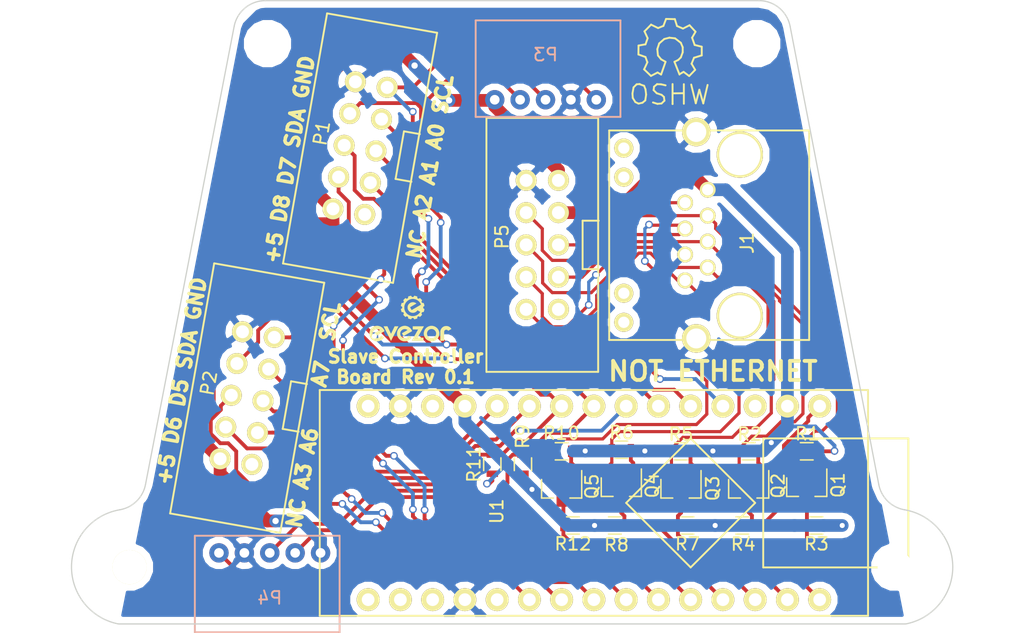
<source format=kicad_pcb>
(kicad_pcb (version 4) (host pcbnew 4.0.2-stable)

  (general
    (links 81)
    (no_connects 0)
    (area 108.017572 78.123 188.984629 130.477001)
    (thickness 1.6)
    (drawings 16)
    (tracks 579)
    (zones 0)
    (modules 31)
    (nets 43)
  )

  (page A4)
  (layers
    (0 F.Cu signal)
    (31 B.Cu signal)
    (32 B.Adhes user)
    (33 F.Adhes user)
    (34 B.Paste user)
    (35 F.Paste user)
    (36 B.SilkS user)
    (37 F.SilkS user)
    (38 B.Mask user)
    (39 F.Mask user)
    (40 Dwgs.User user)
    (41 Cmts.User user)
    (42 Eco1.User user)
    (43 Eco2.User user)
    (44 Edge.Cuts user)
    (45 Margin user)
    (46 B.CrtYd user)
    (47 F.CrtYd user)
    (48 B.Fab user)
    (49 F.Fab user)
  )

  (setup
    (last_trace_width 0.3)
    (trace_clearance 0.2)
    (zone_clearance 0.508)
    (zone_45_only no)
    (trace_min 0)
    (segment_width 0.2)
    (edge_width 0.15)
    (via_size 0.6)
    (via_drill 0.4)
    (via_min_size 0.4)
    (via_min_drill 0.3)
    (uvia_size 0.3)
    (uvia_drill 0.1)
    (uvias_allowed no)
    (uvia_min_size 0.2)
    (uvia_min_drill 0.1)
    (pcb_text_width 0.3)
    (pcb_text_size 1.5 1.5)
    (mod_edge_width 0.15)
    (mod_text_size 1 1)
    (mod_text_width 0.15)
    (pad_size 2.7 2.7)
    (pad_drill 2.7)
    (pad_to_mask_clearance 0.2)
    (aux_axis_origin 113.792 129.54)
    (visible_elements 7FFFFF7F)
    (pcbplotparams
      (layerselection 0x00030_80000001)
      (usegerberextensions false)
      (excludeedgelayer true)
      (linewidth 0.100000)
      (plotframeref false)
      (viasonmask false)
      (mode 1)
      (useauxorigin false)
      (hpglpennumber 1)
      (hpglpenspeed 20)
      (hpglpendiameter 15)
      (hpglpenoverlay 2)
      (psnegative false)
      (psa4output false)
      (plotreference true)
      (plotvalue true)
      (plotinvisibletext false)
      (padsonsilk false)
      (subtractmaskfromsilk false)
      (outputformat 1)
      (mirror false)
      (drillshape 0)
      (scaleselection 1)
      (outputdirectory NANO_PCB/))
  )

  (net 0 "")
  (net 1 S_Q8)
  (net 2 S_Q6)
  (net 3 S_SCK)
  (net 4 S_CS)
  (net 5 S_MISO)
  (net 6 S_MOSI)
  (net 7 GND)
  (net 8 +3V3)
  (net 9 D7)
  (net 10 +5V)
  (net 11 A0)
  (net 12 D8)
  (net 13 A1)
  (net 14 D9)
  (net 15 A2)
  (net 16 SDA)
  (net 17 SCL)
  (net 18 D4)
  (net 19 A3)
  (net 20 D5)
  (net 21 A6)
  (net 22 D6)
  (net 23 A7)
  (net 24 D3)
  (net 25 "Net-(P5-Pad1)")
  (net 26 MISO)
  (net 27 SCK)
  (net 28 MOSI)
  (net 29 SS)
  (net 30 D2)
  (net 31 "Net-(U1-Pad3)")
  (net 32 "Net-(U1-Pad13)")
  (net 33 "Net-(U1-Pad15)")
  (net 34 "Net-(U1-Pad16)")
  (net 35 "Net-(U1-Pad17)")
  (net 36 "Net-(U1-Pad18)")
  (net 37 "Net-(P1-Pad1)")
  (net 38 "Net-(P2-Pad1)")
  (net 39 "Net-(J1-Pad10)")
  (net 40 "Net-(J1-Pad11)")
  (net 41 "Net-(J1-Pad9)")
  (net 42 "Net-(J1-Pad12)")

  (net_class Default "This is the default net class."
    (clearance 0.2)
    (trace_width 0.3)
    (via_dia 0.6)
    (via_drill 0.4)
    (uvia_dia 0.3)
    (uvia_drill 0.1)
    (add_net +5V)
    (add_net A0)
    (add_net A1)
    (add_net A2)
    (add_net A3)
    (add_net A6)
    (add_net A7)
    (add_net D2)
    (add_net D3)
    (add_net D4)
    (add_net D5)
    (add_net D6)
    (add_net D7)
    (add_net D8)
    (add_net D9)
    (add_net GND)
    (add_net MISO)
    (add_net MOSI)
    (add_net "Net-(J1-Pad10)")
    (add_net "Net-(J1-Pad11)")
    (add_net "Net-(J1-Pad12)")
    (add_net "Net-(J1-Pad9)")
    (add_net "Net-(P1-Pad1)")
    (add_net "Net-(P2-Pad1)")
    (add_net "Net-(P5-Pad1)")
    (add_net "Net-(U1-Pad13)")
    (add_net "Net-(U1-Pad15)")
    (add_net "Net-(U1-Pad16)")
    (add_net "Net-(U1-Pad17)")
    (add_net "Net-(U1-Pad18)")
    (add_net "Net-(U1-Pad3)")
    (add_net SCK)
    (add_net SCL)
    (add_net SDA)
    (add_net SS)
  )

  (net_class .25 ""
    (clearance 0.2)
    (trace_width 0.25)
    (via_dia 0.6)
    (via_drill 0.4)
    (uvia_dia 0.3)
    (uvia_drill 0.1)
    (add_net S_CS)
    (add_net S_MISO)
    (add_net S_MOSI)
    (add_net S_Q6)
    (add_net S_Q8)
    (add_net S_SCK)
  )

  (net_class 1mm ""
    (clearance 0.2)
    (trace_width 1)
    (via_dia 0.8)
    (via_drill 0.5)
    (uvia_dia 0.3)
    (uvia_drill 0.1)
    (add_net +3V3)
  )

  (module Resistors_SMD:R_0603 (layer F.Cu) (tedit 58E0A804) (tstamp 59E2A899)
    (at 157.099 115.824 180)
    (descr "Resistor SMD 0603, reflow soldering, Vishay (see dcrcw.pdf)")
    (tags "resistor 0603")
    (path /59DE5147)
    (attr smd)
    (fp_text reference R6 (at -0.0254 1.3462 180) (layer F.SilkS)
      (effects (font (size 1 1) (thickness 0.15)))
    )
    (fp_text value 10K (at 0 1.5 180) (layer F.Fab)
      (effects (font (size 1 1) (thickness 0.15)))
    )
    (fp_text user %R (at 0 0 180) (layer F.Fab)
      (effects (font (size 0.4 0.4) (thickness 0.075)))
    )
    (fp_line (start -0.8 0.4) (end -0.8 -0.4) (layer F.Fab) (width 0.1))
    (fp_line (start 0.8 0.4) (end -0.8 0.4) (layer F.Fab) (width 0.1))
    (fp_line (start 0.8 -0.4) (end 0.8 0.4) (layer F.Fab) (width 0.1))
    (fp_line (start -0.8 -0.4) (end 0.8 -0.4) (layer F.Fab) (width 0.1))
    (fp_line (start 0.5 0.68) (end -0.5 0.68) (layer F.SilkS) (width 0.12))
    (fp_line (start -0.5 -0.68) (end 0.5 -0.68) (layer F.SilkS) (width 0.12))
    (fp_line (start -1.25 -0.7) (end 1.25 -0.7) (layer F.CrtYd) (width 0.05))
    (fp_line (start -1.25 -0.7) (end -1.25 0.7) (layer F.CrtYd) (width 0.05))
    (fp_line (start 1.25 0.7) (end 1.25 -0.7) (layer F.CrtYd) (width 0.05))
    (fp_line (start 1.25 0.7) (end -1.25 0.7) (layer F.CrtYd) (width 0.05))
    (pad 1 smd rect (at -0.75 0 180) (size 0.5 0.9) (layers F.Cu F.Paste F.Mask)
      (net 8 +3V3))
    (pad 2 smd rect (at 0.75 0 180) (size 0.5 0.9) (layers F.Cu F.Paste F.Mask)
      (net 4 S_CS))
    (model ${KISYS3DMOD}/Resistors_SMD.3dshapes/R_0603.wrl
      (at (xyz 0 0 0))
      (scale (xyz 1 1 1))
      (rotate (xyz 0 0 0))
    )
  )

  (module ASSETS:ARDUINO_NANO (layer F.Cu) (tedit 59E416E6) (tstamp 59E2A92D)
    (at 154.94 120.015 270)
    (path /59DE235E)
    (fp_text reference U1 (at 0.6604 7.6454 270) (layer F.SilkS)
      (effects (font (size 1 1) (thickness 0.15)))
    )
    (fp_text value arduino_nano (at 0 -0.5 270) (layer F.Fab)
      (effects (font (size 1 1) (thickness 0.15)))
    )
    (fp_line (start -5.08 -13.335) (end -5.08 -24.765) (layer F.SilkS) (width 0.15))
    (fp_line (start -5.08 -24.765) (end 5.08 -24.765) (layer F.SilkS) (width 0.15))
    (fp_line (start 5.08 -24.765) (end 5.08 -13.335) (layer F.SilkS) (width 0.15))
    (fp_line (start 5.08 -13.335) (end -5.08 -13.335) (layer F.SilkS) (width 0.15))
    (fp_line (start -5.08 -7.62) (end 0 -12.7) (layer F.SilkS) (width 0.15))
    (fp_line (start 0 -12.7) (end 5.08 -7.62) (layer F.SilkS) (width 0.15))
    (fp_line (start 5.08 -7.62) (end 0 -2.54) (layer F.SilkS) (width 0.15))
    (fp_line (start 0 -2.54) (end -5.08 -7.62) (layer F.SilkS) (width 0.15))
    (fp_line (start -8.89 -21.59) (end 8.89 -21.59) (layer F.SilkS) (width 0.15))
    (fp_line (start -8.89 21.59) (end 8.89 21.59) (layer F.SilkS) (width 0.15))
    (fp_line (start 8.89 -21.59) (end 8.89 21.59) (layer F.SilkS) (width 0.15))
    (fp_line (start -8.89 21.59) (end -8.89 -21.59) (layer F.SilkS) (width 0.15))
    (pad 1 thru_hole circle (at -7.62 -17.78 270) (size 1.8 1.8) (drill 1) (layers *.Cu *.Mask F.SilkS)
      (net 27 SCK))
    (pad 2 thru_hole circle (at -7.62 -15.24 270) (size 1.8 1.8) (drill 1) (layers *.Cu *.Mask F.SilkS)
      (net 8 +3V3))
    (pad 3 thru_hole circle (at -7.62 -12.7 270) (size 1.8 1.8) (drill 1) (layers *.Cu *.Mask F.SilkS)
      (net 31 "Net-(U1-Pad3)"))
    (pad 4 thru_hole circle (at -7.62 -10.16 270) (size 1.8 1.8) (drill 1) (layers *.Cu *.Mask F.SilkS)
      (net 11 A0))
    (pad 5 thru_hole circle (at -7.62 -7.62 270) (size 1.8 1.8) (drill 1) (layers *.Cu *.Mask F.SilkS)
      (net 13 A1))
    (pad 6 thru_hole circle (at -7.62 -5.08 270) (size 1.8 1.8) (drill 1) (layers *.Cu *.Mask F.SilkS)
      (net 15 A2))
    (pad 7 thru_hole circle (at -7.62 -2.54 270) (size 1.8 1.8) (drill 1) (layers *.Cu *.Mask F.SilkS)
      (net 19 A3))
    (pad 8 thru_hole circle (at -7.62 0 270) (size 1.8 1.8) (drill 1) (layers *.Cu *.Mask F.SilkS)
      (net 16 SDA))
    (pad 9 thru_hole circle (at -7.62 2.54 270) (size 1.8 1.8) (drill 1) (layers *.Cu *.Mask F.SilkS)
      (net 17 SCL))
    (pad 10 thru_hole circle (at -7.62 5.08 270) (size 1.8 1.8) (drill 1) (layers *.Cu *.Mask F.SilkS)
      (net 21 A6))
    (pad 11 thru_hole circle (at -7.62 7.62 270) (size 1.8 1.8) (drill 1) (layers *.Cu *.Mask F.SilkS)
      (net 23 A7))
    (pad 12 thru_hole circle (at -7.62 10.16 270) (size 1.8 1.8) (drill 1) (layers *.Cu *.Mask F.SilkS)
      (net 10 +5V))
    (pad 13 thru_hole circle (at -7.62 12.7 270) (size 1.8 1.8) (drill 1) (layers *.Cu *.Mask F.SilkS)
      (net 32 "Net-(U1-Pad13)"))
    (pad 14 thru_hole circle (at -7.62 15.24 270) (size 1.8 1.8) (drill 1) (layers *.Cu *.Mask F.SilkS)
      (net 7 GND))
    (pad 15 thru_hole circle (at -7.62 17.78 270) (size 1.8 1.8) (drill 1) (layers *.Cu *.Mask F.SilkS)
      (net 33 "Net-(U1-Pad15)"))
    (pad 16 thru_hole circle (at 7.62 17.78 270) (size 1.8 1.8) (drill 1) (layers *.Cu *.Mask F.SilkS)
      (net 34 "Net-(U1-Pad16)"))
    (pad 17 thru_hole circle (at 7.62 15.24 270) (size 1.8 1.8) (drill 1) (layers *.Cu *.Mask F.SilkS)
      (net 35 "Net-(U1-Pad17)"))
    (pad 18 thru_hole circle (at 7.62 12.7 270) (size 1.8 1.8) (drill 1) (layers *.Cu *.Mask F.SilkS)
      (net 36 "Net-(U1-Pad18)"))
    (pad 19 thru_hole circle (at 7.62 10.16 270) (size 1.8 1.8) (drill 1) (layers *.Cu *.Mask F.SilkS)
      (net 7 GND))
    (pad 20 thru_hole circle (at 7.62 7.62 270) (size 1.8 1.8) (drill 1) (layers *.Cu *.Mask F.SilkS)
      (net 30 D2))
    (pad 21 thru_hole circle (at 7.62 5.08 270) (size 1.8 1.8) (drill 1) (layers *.Cu *.Mask F.SilkS)
      (net 24 D3))
    (pad 22 thru_hole circle (at 7.62 2.54 270) (size 1.8 1.8) (drill 1) (layers *.Cu *.Mask F.SilkS)
      (net 18 D4))
    (pad 23 thru_hole circle (at 7.62 0 270) (size 1.8 1.8) (drill 1) (layers *.Cu *.Mask F.SilkS)
      (net 20 D5))
    (pad 24 thru_hole circle (at 7.62 -2.54 270) (size 1.8 1.8) (drill 1) (layers *.Cu *.Mask F.SilkS)
      (net 22 D6))
    (pad 25 thru_hole circle (at 7.62 -5.08 270) (size 1.8 1.8) (drill 1) (layers *.Cu *.Mask F.SilkS)
      (net 9 D7))
    (pad 26 thru_hole circle (at 7.62 -7.62 270) (size 1.8 1.8) (drill 1) (layers *.Cu *.Mask F.SilkS)
      (net 12 D8))
    (pad 27 thru_hole circle (at 7.62 -10.16 270) (size 1.8 1.8) (drill 1) (layers *.Cu *.Mask F.SilkS)
      (net 14 D9))
    (pad 28 thru_hole circle (at 7.62 -12.7 270) (size 1.8 1.8) (drill 1) (layers *.Cu *.Mask F.SilkS)
      (net 29 SS))
    (pad 29 thru_hole circle (at 7.62 -15.24 270) (size 1.8 1.8) (drill 1) (layers *.Cu *.Mask F.SilkS)
      (net 28 MOSI))
    (pad 30 thru_hole circle (at 7.62 -17.78 270) (size 1.8 1.8) (drill 1) (layers *.Cu *.Mask F.SilkS)
      (net 26 MISO))
  )

  (module Mounting_Holes:MountingHole_2.7mm_M2.5 (layer F.Cu) (tedit 59E595EE) (tstamp 59E54457)
    (at 118.364 125.0696)
    (descr "Mounting Hole 2.7mm, no annular, M2.5")
    (tags "mounting hole 2.7mm no annular m2.5")
    (attr virtual)
    (fp_text reference REF** (at 0 -3.7) (layer F.SilkS) hide
      (effects (font (size 1 1) (thickness 0.15)))
    )
    (fp_text value MountingHole_2.7mm_M2.5 (at 0 3.7) (layer F.Fab)
      (effects (font (size 1 1) (thickness 0.15)))
    )
    (fp_text user %R (at 0.3 0) (layer F.Fab)
      (effects (font (size 1 1) (thickness 0.15)))
    )
    (fp_circle (center 0 0) (end 2.7 0) (layer Cmts.User) (width 0.15))
    (fp_circle (center 0 0) (end 2.95 0) (layer F.CrtYd) (width 0.05))
    (pad "" np_thru_hole circle (at 0 0) (size 2.7 2.7) (drill 2.7) (layers *.Cu *.Mask F.SilkS))
  )

  (module Mounting_Holes:MountingHole_2.7mm_M2.5 (layer F.Cu) (tedit 59E59680) (tstamp 59E54450)
    (at 178.6382 125.0696)
    (descr "Mounting Hole 2.7mm, no annular, M2.5")
    (tags "mounting hole 2.7mm no annular m2.5")
    (attr virtual)
    (fp_text reference REF** (at 0 -3.7) (layer F.SilkS) hide
      (effects (font (size 1 1) (thickness 0.15)))
    )
    (fp_text value MountingHole_2.7mm_M2.5 (at 0 3.7) (layer F.Fab)
      (effects (font (size 1 1) (thickness 0.15)))
    )
    (fp_text user %R (at 0.3 0) (layer F.Fab)
      (effects (font (size 1 1) (thickness 0.15)))
    )
    (fp_circle (center 0 0) (end 2.7 0) (layer Cmts.User) (width 0.15))
    (fp_circle (center 0 0) (end 2.95 0) (layer F.CrtYd) (width 0.05))
    (pad 1 np_thru_hole circle (at 0 0) (size 2.7 2.7) (drill 2.7) (layers *.Cu *.Mask))
  )

  (module Mounting_Holes:MountingHole_2.7mm_M2.5 (layer F.Cu) (tedit 59E595D6) (tstamp 59E54449)
    (at 167.767 83.8454)
    (descr "Mounting Hole 2.7mm, no annular, M2.5")
    (tags "mounting hole 2.7mm no annular m2.5")
    (attr virtual)
    (fp_text reference REF** (at 0 -3.7) (layer F.SilkS) hide
      (effects (font (size 1 1) (thickness 0.15)))
    )
    (fp_text value MountingHole_2.7mm_M2.5 (at 0 3.7) (layer F.Fab)
      (effects (font (size 1 1) (thickness 0.15)))
    )
    (fp_text user %R (at 0.3 0) (layer F.Fab)
      (effects (font (size 1 1) (thickness 0.15)))
    )
    (fp_circle (center 0 0) (end 2.7 0) (layer Cmts.User) (width 0.15))
    (fp_circle (center 0 0) (end 2.95 0) (layer F.CrtYd) (width 0.05))
    (pad 1 np_thru_hole circle (at 0 0) (size 2.7 2.7) (drill 2.7) (layers *.Cu *.Mask))
  )

  (module ASSETS:RJ45_SHIELDED (layer F.Cu) (tedit 59E4DD4D) (tstamp 59E2A771)
    (at 166.4335 98.933 90)
    (path /59E4D6B3)
    (fp_text reference J1 (at -0.6096 0.5715 90) (layer F.SilkS)
      (effects (font (size 1 1) (thickness 0.15)))
    )
    (fp_text value RJ45_SHIELDED (at 0 6.35 90) (layer F.Fab)
      (effects (font (size 1 1) (thickness 0.15)))
    )
    (fp_line (start -8.25 -10.29) (end 8.25 -10.29) (layer F.SilkS) (width 0.15))
    (fp_line (start 8.25 -10.29) (end 8.25 5.46) (layer F.SilkS) (width 0.15))
    (fp_line (start 8.25 5.46) (end -8.25 5.46) (layer F.SilkS) (width 0.15))
    (fp_line (start -8.25 -10.29) (end -8.25 5.46) (layer F.SilkS) (width 0.15))
    (pad 10 thru_hole circle (at 4.57 -9.14 90) (size 1.5 1.5) (drill 0.89) (layers *.Cu *.Mask F.SilkS)
      (net 39 "Net-(J1-Pad10)"))
    (pad 11 thru_hole circle (at -4.57 -9.14 90) (size 1.5 1.5) (drill 0.89) (layers *.Cu *.Mask F.SilkS)
      (net 40 "Net-(J1-Pad11)"))
    (pad 9 thru_hole circle (at 6.86 -9.14 90) (size 1.5 1.5) (drill 0.89) (layers *.Cu *.Mask F.SilkS)
      (net 41 "Net-(J1-Pad9)"))
    (pad 13 thru_hole circle (at -8.13 -3.43 90) (size 2.25 2.25) (drill 1.57) (layers *.Cu *.Mask F.SilkS)
      (net 7 GND))
    (pad "" np_thru_hole circle (at -6.35 0 90) (size 3.65 3.65) (drill 3.25) (layers *.Cu *.Mask F.SilkS))
    (pad "" np_thru_hole circle (at 6.35 0 90) (size 3.65 3.65) (drill 3.25) (layers *.Cu *.Mask F.SilkS))
    (pad 13 thru_hole circle (at 8.13 -3.43 90) (size 2.25 2.25) (drill 1.57) (layers *.Cu *.Mask F.SilkS)
      (net 7 GND))
    (pad 12 thru_hole circle (at -6.86 -9.14 90) (size 1.5 1.5) (drill 0.89) (layers *.Cu *.Mask F.SilkS)
      (net 42 "Net-(J1-Pad12)"))
    (pad 3 thru_hole circle (at -0.5 -2.53 90) (size 1.25 1.25) (drill 0.89) (layers *.Cu *.Mask F.SilkS)
      (net 3 S_SCK))
    (pad 2 thru_hole circle (at 1.54 -2.53 90) (size 1.25 1.25) (drill 0.89) (layers *.Cu *.Mask F.SilkS)
      (net 5 S_MISO))
    (pad 1 thru_hole circle (at 3.58 -2.53 90) (size 1.25 1.25) (drill 0.89) (layers *.Cu *.Mask F.SilkS)
      (net 8 +3V3))
    (pad 4 thru_hole circle (at -2.54 -2.53 90) (size 1.25 1.25) (drill 0.89) (layers *.Cu *.Mask F.SilkS)
      (net 6 S_MOSI))
    (pad 5 thru_hole circle (at 2.56 -4.31 90) (size 1.25 1.25) (drill 0.89) (layers *.Cu *.Mask F.SilkS)
      (net 1 S_Q8))
    (pad 6 thru_hole circle (at 0.52 -4.31 90) (size 1.25 1.25) (drill 0.89) (layers *.Cu *.Mask F.SilkS)
      (net 2 S_Q6))
    (pad 7 thru_hole circle (at -1.52 -4.31 90) (size 1.25 1.25) (drill 0.89) (layers *.Cu *.Mask F.SilkS)
      (net 7 GND))
    (pad 8 thru_hole circle (at -3.56 -4.31 90) (size 1.25 1.25) (drill 0.89) (layers *.Cu *.Mask F.SilkS)
      (net 4 S_CS))
  )

  (module ASSETS:10_PIN_IDC (layer F.Cu) (tedit 59E4DA15) (tstamp 59E2A7CA)
    (at 150.876 99.695 90)
    (path /59DE91A6)
    (fp_text reference P5 (at 0.635 -3.175 90) (layer F.SilkS)
      (effects (font (size 1 1) (thickness 0.15)))
    )
    (fp_text value CONN_02X05 (at 0 -5.08 90) (layer F.Fab)
      (effects (font (size 1 1) (thickness 0.15)))
    )
    (fp_line (start -1.905 4.445) (end -1.905 3.175) (layer F.SilkS) (width 0.15))
    (fp_line (start -1.905 3.175) (end 1.905 3.175) (layer F.SilkS) (width 0.15))
    (fp_line (start 1.905 3.175) (end 1.905 4.445) (layer F.SilkS) (width 0.15))
    (fp_line (start -10 4.4) (end -10 -4.4) (layer F.SilkS) (width 0.15))
    (fp_line (start -10 -4.4) (end 10 -4.4) (layer F.SilkS) (width 0.15))
    (fp_line (start 10 -4.4) (end 10 4.4) (layer F.SilkS) (width 0.15))
    (fp_line (start -10 4.4) (end 10 4.4) (layer F.SilkS) (width 0.15))
    (pad 1 thru_hole circle (at -5.08 1.27 90) (size 1.65 1.65) (drill 1.02) (layers *.Cu *.Mask F.SilkS)
      (net 25 "Net-(P5-Pad1)"))
    (pad 2 thru_hole circle (at -5.08 -1.27 90) (size 1.65 1.65) (drill 1.02) (layers *.Cu *.Mask F.SilkS)
      (net 4 S_CS))
    (pad 3 thru_hole circle (at -2.54 1.27 90) (size 1.65 1.65) (drill 1.02) (layers *.Cu *.Mask F.SilkS)
      (net 2 S_Q6))
    (pad 4 thru_hole circle (at -2.54 -1.27 90) (size 1.65 1.65) (drill 1.02) (layers *.Cu *.Mask F.SilkS)
      (net 3 S_SCK))
    (pad 5 thru_hole circle (at 0 1.27 90) (size 1.65 1.65) (drill 1.02) (layers *.Cu *.Mask F.SilkS)
      (net 1 S_Q8))
    (pad 6 thru_hole circle (at 0 -1.27 90) (size 1.65 1.65) (drill 1.02) (layers *.Cu *.Mask F.SilkS)
      (net 6 S_MOSI))
    (pad 7 thru_hole circle (at 2.54 1.27 90) (size 1.65 1.65) (drill 1.02) (layers *.Cu *.Mask F.SilkS)
      (net 8 +3V3))
    (pad 8 thru_hole circle (at 2.54 -1.27 90) (size 1.65 1.65) (drill 1.02) (layers *.Cu *.Mask F.SilkS)
      (net 5 S_MISO))
    (pad 9 thru_hole circle (at 5.08 1.27 90) (size 1.65 1.65) (drill 1.02) (layers *.Cu *.Mask F.SilkS)
      (net 10 +5V))
    (pad 10 thru_hole circle (at 5.08 -1.27 90) (size 1.65 1.65) (drill 1.02) (layers *.Cu *.Mask F.SilkS)
      (net 7 GND))
  )

  (module "ASSETS:S5B-PH-K-S(LF)(SN)" (layer B.Cu) (tedit 598E0E19) (tstamp 59E2A7A8)
    (at 151.13 88.265)
    (path /59DED700)
    (fp_text reference P3 (at 0 -3.55) (layer B.SilkS)
      (effects (font (size 1 1) (thickness 0.15)) (justify mirror))
    )
    (fp_text value CONN_01X05 (at 0 2.3) (layer B.Fab)
      (effects (font (size 1 1) (thickness 0.15)) (justify mirror))
    )
    (fp_line (start 5.9 -6.25) (end 5.9 1.35) (layer B.SilkS) (width 0.15))
    (fp_line (start -5.5 1.35) (end -5.5 -6.25) (layer B.SilkS) (width 0.15))
    (fp_line (start -5.5 1.35) (end 5.9 1.35) (layer B.SilkS) (width 0.15))
    (fp_line (start -5.5 -6.25) (end 5.9 -6.25) (layer B.SilkS) (width 0.15))
    (pad 5 thru_hole circle (at 4 0) (size 1.524 1.524) (drill 0.762) (layers *.Cu *.Mask)
      (net 24 D3))
    (pad 4 thru_hole circle (at 2 0) (size 1.524 1.524) (drill 0.762) (layers *.Cu *.Mask)
      (net 7 GND))
    (pad 3 thru_hole circle (at 0 0) (size 1.524 1.524) (drill 0.762) (layers *.Cu *.Mask)
      (net 17 SCL))
    (pad 2 thru_hole circle (at -2 0) (size 1.524 1.524) (drill 0.762) (layers *.Cu *.Mask)
      (net 16 SDA))
    (pad 1 thru_hole circle (at -4 0) (size 1.524 1.524) (drill 0.762) (layers *.Cu *.Mask)
      (net 10 +5V))
    (model "C:/Program Files/KiCad/3D lib/Junes.3dshapes/S5B-PH-K-S.STEP"
      (at (xyz 0.4232283464566929 0.2263779527559055 0.2401574803149606))
      (scale (xyz 1 1 1))
      (rotate (xyz -90 0 0))
    )
  )

  (module "ASSETS:S5B-PH-K-S(LF)(SN)" (layer B.Cu) (tedit 598E0E19) (tstamp 59E2A7B5)
    (at 129.413 123.952 180)
    (path /59DEEC04)
    (fp_text reference P4 (at 0 -3.55 180) (layer B.SilkS)
      (effects (font (size 1 1) (thickness 0.15)) (justify mirror))
    )
    (fp_text value CONN_01X05 (at 0 2.3 180) (layer B.Fab)
      (effects (font (size 1 1) (thickness 0.15)) (justify mirror))
    )
    (fp_line (start 5.9 -6.25) (end 5.9 1.35) (layer B.SilkS) (width 0.15))
    (fp_line (start -5.5 1.35) (end -5.5 -6.25) (layer B.SilkS) (width 0.15))
    (fp_line (start -5.5 1.35) (end 5.9 1.35) (layer B.SilkS) (width 0.15))
    (fp_line (start -5.5 -6.25) (end 5.9 -6.25) (layer B.SilkS) (width 0.15))
    (pad 5 thru_hole circle (at 4 0 180) (size 1.524 1.524) (drill 0.762) (layers *.Cu *.Mask)
      (net 18 D4))
    (pad 4 thru_hole circle (at 2 0 180) (size 1.524 1.524) (drill 0.762) (layers *.Cu *.Mask)
      (net 7 GND))
    (pad 3 thru_hole circle (at 0 0 180) (size 1.524 1.524) (drill 0.762) (layers *.Cu *.Mask)
      (net 17 SCL))
    (pad 2 thru_hole circle (at -2 0 180) (size 1.524 1.524) (drill 0.762) (layers *.Cu *.Mask)
      (net 16 SDA))
    (pad 1 thru_hole circle (at -4 0 180) (size 1.524 1.524) (drill 0.762) (layers *.Cu *.Mask)
      (net 10 +5V))
    (model "C:/Program Files/KiCad/3D lib/Junes.3dshapes/S5B-PH-K-S.STEP"
      (at (xyz 0.4232283464566929 0.2263779527559055 0.2401574803149606))
      (scale (xyz 1 1 1))
      (rotate (xyz -90 0 0))
    )
  )

  (module SOT-23 (layer F.Cu) (tedit 58CE4E7E) (tstamp 59E2A7DF)
    (at 171.704 118.745 270)
    (descr "SOT-23, Standard")
    (tags SOT-23)
    (path /59DE4F2C)
    (attr smd)
    (fp_text reference Q1 (at -0.127 -2.4638 270) (layer F.SilkS)
      (effects (font (size 1 1) (thickness 0.15)))
    )
    (fp_text value BSS138 (at 0 2.5 270) (layer F.Fab)
      (effects (font (size 1 1) (thickness 0.15)))
    )
    (fp_text user %R (at 0 0 360) (layer F.Fab)
      (effects (font (size 0.5 0.5) (thickness 0.075)))
    )
    (fp_line (start -0.7 -0.95) (end -0.7 1.5) (layer F.Fab) (width 0.1))
    (fp_line (start -0.15 -1.52) (end 0.7 -1.52) (layer F.Fab) (width 0.1))
    (fp_line (start -0.7 -0.95) (end -0.15 -1.52) (layer F.Fab) (width 0.1))
    (fp_line (start 0.7 -1.52) (end 0.7 1.52) (layer F.Fab) (width 0.1))
    (fp_line (start -0.7 1.52) (end 0.7 1.52) (layer F.Fab) (width 0.1))
    (fp_line (start 0.76 1.58) (end 0.76 0.65) (layer F.SilkS) (width 0.12))
    (fp_line (start 0.76 -1.58) (end 0.76 -0.65) (layer F.SilkS) (width 0.12))
    (fp_line (start -1.7 -1.75) (end 1.7 -1.75) (layer F.CrtYd) (width 0.05))
    (fp_line (start 1.7 -1.75) (end 1.7 1.75) (layer F.CrtYd) (width 0.05))
    (fp_line (start 1.7 1.75) (end -1.7 1.75) (layer F.CrtYd) (width 0.05))
    (fp_line (start -1.7 1.75) (end -1.7 -1.75) (layer F.CrtYd) (width 0.05))
    (fp_line (start 0.76 -1.58) (end -1.4 -1.58) (layer F.SilkS) (width 0.12))
    (fp_line (start 0.76 1.58) (end -0.7 1.58) (layer F.SilkS) (width 0.12))
    (pad 1 smd rect (at -1 -0.95 270) (size 0.9 0.8) (layers F.Cu F.Paste F.Mask)
      (net 8 +3V3))
    (pad 2 smd rect (at -1 0.95 270) (size 0.9 0.8) (layers F.Cu F.Paste F.Mask)
      (net 5 S_MISO))
    (pad 3 smd rect (at 1 0 270) (size 0.9 0.8) (layers F.Cu F.Paste F.Mask)
      (net 26 MISO))
    (model ${KISYS3DMOD}/TO_SOT_Packages_SMD.3dshapes/SOT-23.wrl
      (at (xyz 0 0 0))
      (scale (xyz 1 1 1))
      (rotate (xyz 0 0 0))
    )
  )

  (module SOT-23 (layer F.Cu) (tedit 58CE4E7E) (tstamp 59E2A7F4)
    (at 167.132 118.872 270)
    (descr "SOT-23, Standard")
    (tags SOT-23)
    (path /59DE516A)
    (attr smd)
    (fp_text reference Q2 (at -0.2032 -2.3114 270) (layer F.SilkS)
      (effects (font (size 1 1) (thickness 0.15)))
    )
    (fp_text value BSS138 (at 0 2.5 270) (layer F.Fab)
      (effects (font (size 1 1) (thickness 0.15)))
    )
    (fp_text user %R (at 0 0 360) (layer F.Fab)
      (effects (font (size 0.5 0.5) (thickness 0.075)))
    )
    (fp_line (start -0.7 -0.95) (end -0.7 1.5) (layer F.Fab) (width 0.1))
    (fp_line (start -0.15 -1.52) (end 0.7 -1.52) (layer F.Fab) (width 0.1))
    (fp_line (start -0.7 -0.95) (end -0.15 -1.52) (layer F.Fab) (width 0.1))
    (fp_line (start 0.7 -1.52) (end 0.7 1.52) (layer F.Fab) (width 0.1))
    (fp_line (start -0.7 1.52) (end 0.7 1.52) (layer F.Fab) (width 0.1))
    (fp_line (start 0.76 1.58) (end 0.76 0.65) (layer F.SilkS) (width 0.12))
    (fp_line (start 0.76 -1.58) (end 0.76 -0.65) (layer F.SilkS) (width 0.12))
    (fp_line (start -1.7 -1.75) (end 1.7 -1.75) (layer F.CrtYd) (width 0.05))
    (fp_line (start 1.7 -1.75) (end 1.7 1.75) (layer F.CrtYd) (width 0.05))
    (fp_line (start 1.7 1.75) (end -1.7 1.75) (layer F.CrtYd) (width 0.05))
    (fp_line (start -1.7 1.75) (end -1.7 -1.75) (layer F.CrtYd) (width 0.05))
    (fp_line (start 0.76 -1.58) (end -1.4 -1.58) (layer F.SilkS) (width 0.12))
    (fp_line (start 0.76 1.58) (end -0.7 1.58) (layer F.SilkS) (width 0.12))
    (pad 1 smd rect (at -1 -0.95 270) (size 0.9 0.8) (layers F.Cu F.Paste F.Mask)
      (net 8 +3V3))
    (pad 2 smd rect (at -1 0.95 270) (size 0.9 0.8) (layers F.Cu F.Paste F.Mask)
      (net 3 S_SCK))
    (pad 3 smd rect (at 1 0 270) (size 0.9 0.8) (layers F.Cu F.Paste F.Mask)
      (net 27 SCK))
    (model ${KISYS3DMOD}/TO_SOT_Packages_SMD.3dshapes/SOT-23.wrl
      (at (xyz 0 0 0))
      (scale (xyz 1 1 1))
      (rotate (xyz 0 0 0))
    )
  )

  (module SOT-23 (layer F.Cu) (tedit 58CE4E7E) (tstamp 59E2A809)
    (at 161.798 118.872 270)
    (descr "SOT-23, Standard")
    (tags SOT-23)
    (path /59DE302F)
    (attr smd)
    (fp_text reference Q3 (at 0 -2.5 270) (layer F.SilkS)
      (effects (font (size 1 1) (thickness 0.15)))
    )
    (fp_text value BSS138 (at 0 2.5 270) (layer F.Fab)
      (effects (font (size 1 1) (thickness 0.15)))
    )
    (fp_text user %R (at 0 0 360) (layer F.Fab)
      (effects (font (size 0.5 0.5) (thickness 0.075)))
    )
    (fp_line (start -0.7 -0.95) (end -0.7 1.5) (layer F.Fab) (width 0.1))
    (fp_line (start -0.15 -1.52) (end 0.7 -1.52) (layer F.Fab) (width 0.1))
    (fp_line (start -0.7 -0.95) (end -0.15 -1.52) (layer F.Fab) (width 0.1))
    (fp_line (start 0.7 -1.52) (end 0.7 1.52) (layer F.Fab) (width 0.1))
    (fp_line (start -0.7 1.52) (end 0.7 1.52) (layer F.Fab) (width 0.1))
    (fp_line (start 0.76 1.58) (end 0.76 0.65) (layer F.SilkS) (width 0.12))
    (fp_line (start 0.76 -1.58) (end 0.76 -0.65) (layer F.SilkS) (width 0.12))
    (fp_line (start -1.7 -1.75) (end 1.7 -1.75) (layer F.CrtYd) (width 0.05))
    (fp_line (start 1.7 -1.75) (end 1.7 1.75) (layer F.CrtYd) (width 0.05))
    (fp_line (start 1.7 1.75) (end -1.7 1.75) (layer F.CrtYd) (width 0.05))
    (fp_line (start -1.7 1.75) (end -1.7 -1.75) (layer F.CrtYd) (width 0.05))
    (fp_line (start 0.76 -1.58) (end -1.4 -1.58) (layer F.SilkS) (width 0.12))
    (fp_line (start 0.76 1.58) (end -0.7 1.58) (layer F.SilkS) (width 0.12))
    (pad 1 smd rect (at -1 -0.95 270) (size 0.9 0.8) (layers F.Cu F.Paste F.Mask)
      (net 8 +3V3))
    (pad 2 smd rect (at -1 0.95 270) (size 0.9 0.8) (layers F.Cu F.Paste F.Mask)
      (net 6 S_MOSI))
    (pad 3 smd rect (at 1 0 270) (size 0.9 0.8) (layers F.Cu F.Paste F.Mask)
      (net 28 MOSI))
    (model ${KISYS3DMOD}/TO_SOT_Packages_SMD.3dshapes/SOT-23.wrl
      (at (xyz 0 0 0))
      (scale (xyz 1 1 1))
      (rotate (xyz 0 0 0))
    )
  )

  (module SOT-23 (layer F.Cu) (tedit 58CE4E7E) (tstamp 59E2A81E)
    (at 157.099 118.745 270)
    (descr "SOT-23, Standard")
    (tags SOT-23)
    (path /59DE5141)
    (attr smd)
    (fp_text reference Q4 (at -0.1016 -2.4384 270) (layer F.SilkS)
      (effects (font (size 1 1) (thickness 0.15)))
    )
    (fp_text value BSS138 (at 0 2.5 270) (layer F.Fab)
      (effects (font (size 1 1) (thickness 0.15)))
    )
    (fp_text user %R (at 0 0 360) (layer F.Fab)
      (effects (font (size 0.5 0.5) (thickness 0.075)))
    )
    (fp_line (start -0.7 -0.95) (end -0.7 1.5) (layer F.Fab) (width 0.1))
    (fp_line (start -0.15 -1.52) (end 0.7 -1.52) (layer F.Fab) (width 0.1))
    (fp_line (start -0.7 -0.95) (end -0.15 -1.52) (layer F.Fab) (width 0.1))
    (fp_line (start 0.7 -1.52) (end 0.7 1.52) (layer F.Fab) (width 0.1))
    (fp_line (start -0.7 1.52) (end 0.7 1.52) (layer F.Fab) (width 0.1))
    (fp_line (start 0.76 1.58) (end 0.76 0.65) (layer F.SilkS) (width 0.12))
    (fp_line (start 0.76 -1.58) (end 0.76 -0.65) (layer F.SilkS) (width 0.12))
    (fp_line (start -1.7 -1.75) (end 1.7 -1.75) (layer F.CrtYd) (width 0.05))
    (fp_line (start 1.7 -1.75) (end 1.7 1.75) (layer F.CrtYd) (width 0.05))
    (fp_line (start 1.7 1.75) (end -1.7 1.75) (layer F.CrtYd) (width 0.05))
    (fp_line (start -1.7 1.75) (end -1.7 -1.75) (layer F.CrtYd) (width 0.05))
    (fp_line (start 0.76 -1.58) (end -1.4 -1.58) (layer F.SilkS) (width 0.12))
    (fp_line (start 0.76 1.58) (end -0.7 1.58) (layer F.SilkS) (width 0.12))
    (pad 1 smd rect (at -1 -0.95 270) (size 0.9 0.8) (layers F.Cu F.Paste F.Mask)
      (net 8 +3V3))
    (pad 2 smd rect (at -1 0.95 270) (size 0.9 0.8) (layers F.Cu F.Paste F.Mask)
      (net 4 S_CS))
    (pad 3 smd rect (at 1 0 270) (size 0.9 0.8) (layers F.Cu F.Paste F.Mask)
      (net 29 SS))
    (model ${KISYS3DMOD}/TO_SOT_Packages_SMD.3dshapes/SOT-23.wrl
      (at (xyz 0 0 0))
      (scale (xyz 1 1 1))
      (rotate (xyz 0 0 0))
    )
  )

  (module SOT-23 (layer F.Cu) (tedit 58CE4E7E) (tstamp 59E2A833)
    (at 152.4 118.872 270)
    (descr "SOT-23, Standard")
    (tags SOT-23)
    (path /59DEA0E9)
    (attr smd)
    (fp_text reference Q5 (at -0.1524 -2.3876 270) (layer F.SilkS)
      (effects (font (size 1 1) (thickness 0.15)))
    )
    (fp_text value BSS138 (at 0 2.5 270) (layer F.Fab)
      (effects (font (size 1 1) (thickness 0.15)))
    )
    (fp_text user %R (at 0 0 360) (layer F.Fab)
      (effects (font (size 0.5 0.5) (thickness 0.075)))
    )
    (fp_line (start -0.7 -0.95) (end -0.7 1.5) (layer F.Fab) (width 0.1))
    (fp_line (start -0.15 -1.52) (end 0.7 -1.52) (layer F.Fab) (width 0.1))
    (fp_line (start -0.7 -0.95) (end -0.15 -1.52) (layer F.Fab) (width 0.1))
    (fp_line (start 0.7 -1.52) (end 0.7 1.52) (layer F.Fab) (width 0.1))
    (fp_line (start -0.7 1.52) (end 0.7 1.52) (layer F.Fab) (width 0.1))
    (fp_line (start 0.76 1.58) (end 0.76 0.65) (layer F.SilkS) (width 0.12))
    (fp_line (start 0.76 -1.58) (end 0.76 -0.65) (layer F.SilkS) (width 0.12))
    (fp_line (start -1.7 -1.75) (end 1.7 -1.75) (layer F.CrtYd) (width 0.05))
    (fp_line (start 1.7 -1.75) (end 1.7 1.75) (layer F.CrtYd) (width 0.05))
    (fp_line (start 1.7 1.75) (end -1.7 1.75) (layer F.CrtYd) (width 0.05))
    (fp_line (start -1.7 1.75) (end -1.7 -1.75) (layer F.CrtYd) (width 0.05))
    (fp_line (start 0.76 -1.58) (end -1.4 -1.58) (layer F.SilkS) (width 0.12))
    (fp_line (start 0.76 1.58) (end -0.7 1.58) (layer F.SilkS) (width 0.12))
    (pad 1 smd rect (at -1 -0.95 270) (size 0.9 0.8) (layers F.Cu F.Paste F.Mask)
      (net 8 +3V3))
    (pad 2 smd rect (at -1 0.95 270) (size 0.9 0.8) (layers F.Cu F.Paste F.Mask)
      (net 2 S_Q6))
    (pad 3 smd rect (at 1 0 270) (size 0.9 0.8) (layers F.Cu F.Paste F.Mask)
      (net 14 D9))
    (model ${KISYS3DMOD}/TO_SOT_Packages_SMD.3dshapes/SOT-23.wrl
      (at (xyz 0 0 0))
      (scale (xyz 1 1 1))
      (rotate (xyz 0 0 0))
    )
  )

  (module Resistors_SMD:R_0603 (layer F.Cu) (tedit 58E0A804) (tstamp 59E2A844)
    (at 171.704 115.951 180)
    (descr "Resistor SMD 0603, reflow soldering, Vishay (see dcrcw.pdf)")
    (tags "resistor 0603")
    (path /59DE4F32)
    (attr smd)
    (fp_text reference R1 (at -0.0508 1.3716 180) (layer F.SilkS)
      (effects (font (size 1 1) (thickness 0.15)))
    )
    (fp_text value 10K (at 0 1.5 180) (layer F.Fab)
      (effects (font (size 1 1) (thickness 0.15)))
    )
    (fp_text user %R (at 0 0 180) (layer F.Fab)
      (effects (font (size 0.4 0.4) (thickness 0.075)))
    )
    (fp_line (start -0.8 0.4) (end -0.8 -0.4) (layer F.Fab) (width 0.1))
    (fp_line (start 0.8 0.4) (end -0.8 0.4) (layer F.Fab) (width 0.1))
    (fp_line (start 0.8 -0.4) (end 0.8 0.4) (layer F.Fab) (width 0.1))
    (fp_line (start -0.8 -0.4) (end 0.8 -0.4) (layer F.Fab) (width 0.1))
    (fp_line (start 0.5 0.68) (end -0.5 0.68) (layer F.SilkS) (width 0.12))
    (fp_line (start -0.5 -0.68) (end 0.5 -0.68) (layer F.SilkS) (width 0.12))
    (fp_line (start -1.25 -0.7) (end 1.25 -0.7) (layer F.CrtYd) (width 0.05))
    (fp_line (start -1.25 -0.7) (end -1.25 0.7) (layer F.CrtYd) (width 0.05))
    (fp_line (start 1.25 0.7) (end 1.25 -0.7) (layer F.CrtYd) (width 0.05))
    (fp_line (start 1.25 0.7) (end -1.25 0.7) (layer F.CrtYd) (width 0.05))
    (pad 1 smd rect (at -0.75 0 180) (size 0.5 0.9) (layers F.Cu F.Paste F.Mask)
      (net 8 +3V3))
    (pad 2 smd rect (at 0.75 0 180) (size 0.5 0.9) (layers F.Cu F.Paste F.Mask)
      (net 5 S_MISO))
    (model ${KISYS3DMOD}/Resistors_SMD.3dshapes/R_0603.wrl
      (at (xyz 0 0 0))
      (scale (xyz 1 1 1))
      (rotate (xyz 0 0 0))
    )
  )

  (module Resistors_SMD:R_0603 (layer F.Cu) (tedit 58E0A804) (tstamp 59E2A855)
    (at 167.132 115.951 180)
    (descr "Resistor SMD 0603, reflow soldering, Vishay (see dcrcw.pdf)")
    (tags "resistor 0603")
    (path /59DE5170)
    (attr smd)
    (fp_text reference R2 (at -0.0762 1.3462 180) (layer F.SilkS)
      (effects (font (size 1 1) (thickness 0.15)))
    )
    (fp_text value 10K (at 0 1.5 180) (layer F.Fab)
      (effects (font (size 1 1) (thickness 0.15)))
    )
    (fp_text user %R (at 0 0 180) (layer F.Fab)
      (effects (font (size 0.4 0.4) (thickness 0.075)))
    )
    (fp_line (start -0.8 0.4) (end -0.8 -0.4) (layer F.Fab) (width 0.1))
    (fp_line (start 0.8 0.4) (end -0.8 0.4) (layer F.Fab) (width 0.1))
    (fp_line (start 0.8 -0.4) (end 0.8 0.4) (layer F.Fab) (width 0.1))
    (fp_line (start -0.8 -0.4) (end 0.8 -0.4) (layer F.Fab) (width 0.1))
    (fp_line (start 0.5 0.68) (end -0.5 0.68) (layer F.SilkS) (width 0.12))
    (fp_line (start -0.5 -0.68) (end 0.5 -0.68) (layer F.SilkS) (width 0.12))
    (fp_line (start -1.25 -0.7) (end 1.25 -0.7) (layer F.CrtYd) (width 0.05))
    (fp_line (start -1.25 -0.7) (end -1.25 0.7) (layer F.CrtYd) (width 0.05))
    (fp_line (start 1.25 0.7) (end 1.25 -0.7) (layer F.CrtYd) (width 0.05))
    (fp_line (start 1.25 0.7) (end -1.25 0.7) (layer F.CrtYd) (width 0.05))
    (pad 1 smd rect (at -0.75 0 180) (size 0.5 0.9) (layers F.Cu F.Paste F.Mask)
      (net 8 +3V3))
    (pad 2 smd rect (at 0.75 0 180) (size 0.5 0.9) (layers F.Cu F.Paste F.Mask)
      (net 3 S_SCK))
    (model ${KISYS3DMOD}/Resistors_SMD.3dshapes/R_0603.wrl
      (at (xyz 0 0 0))
      (scale (xyz 1 1 1))
      (rotate (xyz 0 0 0))
    )
  )

  (module Resistors_SMD:R_0603 (layer F.Cu) (tedit 58E0A804) (tstamp 59E2A866)
    (at 172.466 121.793 180)
    (descr "Resistor SMD 0603, reflow soldering, Vishay (see dcrcw.pdf)")
    (tags "resistor 0603")
    (path /59DE4F38)
    (attr smd)
    (fp_text reference R3 (at 0 -1.45 180) (layer F.SilkS)
      (effects (font (size 1 1) (thickness 0.15)))
    )
    (fp_text value 10K (at 0 1.5 180) (layer F.Fab)
      (effects (font (size 1 1) (thickness 0.15)))
    )
    (fp_text user %R (at 0 0 180) (layer F.Fab)
      (effects (font (size 0.4 0.4) (thickness 0.075)))
    )
    (fp_line (start -0.8 0.4) (end -0.8 -0.4) (layer F.Fab) (width 0.1))
    (fp_line (start 0.8 0.4) (end -0.8 0.4) (layer F.Fab) (width 0.1))
    (fp_line (start 0.8 -0.4) (end 0.8 0.4) (layer F.Fab) (width 0.1))
    (fp_line (start -0.8 -0.4) (end 0.8 -0.4) (layer F.Fab) (width 0.1))
    (fp_line (start 0.5 0.68) (end -0.5 0.68) (layer F.SilkS) (width 0.12))
    (fp_line (start -0.5 -0.68) (end 0.5 -0.68) (layer F.SilkS) (width 0.12))
    (fp_line (start -1.25 -0.7) (end 1.25 -0.7) (layer F.CrtYd) (width 0.05))
    (fp_line (start -1.25 -0.7) (end -1.25 0.7) (layer F.CrtYd) (width 0.05))
    (fp_line (start 1.25 0.7) (end 1.25 -0.7) (layer F.CrtYd) (width 0.05))
    (fp_line (start 1.25 0.7) (end -1.25 0.7) (layer F.CrtYd) (width 0.05))
    (pad 1 smd rect (at -0.75 0 180) (size 0.5 0.9) (layers F.Cu F.Paste F.Mask)
      (net 10 +5V))
    (pad 2 smd rect (at 0.75 0 180) (size 0.5 0.9) (layers F.Cu F.Paste F.Mask)
      (net 26 MISO))
    (model ${KISYS3DMOD}/Resistors_SMD.3dshapes/R_0603.wrl
      (at (xyz 0 0 0))
      (scale (xyz 1 1 1))
      (rotate (xyz 0 0 0))
    )
  )

  (module Resistors_SMD:R_0603 (layer F.Cu) (tedit 58E0A804) (tstamp 59E2A877)
    (at 166.624 121.793)
    (descr "Resistor SMD 0603, reflow soldering, Vishay (see dcrcw.pdf)")
    (tags "resistor 0603")
    (path /59DE5176)
    (attr smd)
    (fp_text reference R4 (at 0.0762 1.4732) (layer F.SilkS)
      (effects (font (size 1 1) (thickness 0.15)))
    )
    (fp_text value 10K (at 0 1.5) (layer F.Fab)
      (effects (font (size 1 1) (thickness 0.15)))
    )
    (fp_text user %R (at 0 0) (layer F.Fab)
      (effects (font (size 0.4 0.4) (thickness 0.075)))
    )
    (fp_line (start -0.8 0.4) (end -0.8 -0.4) (layer F.Fab) (width 0.1))
    (fp_line (start 0.8 0.4) (end -0.8 0.4) (layer F.Fab) (width 0.1))
    (fp_line (start 0.8 -0.4) (end 0.8 0.4) (layer F.Fab) (width 0.1))
    (fp_line (start -0.8 -0.4) (end 0.8 -0.4) (layer F.Fab) (width 0.1))
    (fp_line (start 0.5 0.68) (end -0.5 0.68) (layer F.SilkS) (width 0.12))
    (fp_line (start -0.5 -0.68) (end 0.5 -0.68) (layer F.SilkS) (width 0.12))
    (fp_line (start -1.25 -0.7) (end 1.25 -0.7) (layer F.CrtYd) (width 0.05))
    (fp_line (start -1.25 -0.7) (end -1.25 0.7) (layer F.CrtYd) (width 0.05))
    (fp_line (start 1.25 0.7) (end 1.25 -0.7) (layer F.CrtYd) (width 0.05))
    (fp_line (start 1.25 0.7) (end -1.25 0.7) (layer F.CrtYd) (width 0.05))
    (pad 1 smd rect (at -0.75 0) (size 0.5 0.9) (layers F.Cu F.Paste F.Mask)
      (net 10 +5V))
    (pad 2 smd rect (at 0.75 0) (size 0.5 0.9) (layers F.Cu F.Paste F.Mask)
      (net 27 SCK))
    (model ${KISYS3DMOD}/Resistors_SMD.3dshapes/R_0603.wrl
      (at (xyz 0 0 0))
      (scale (xyz 1 1 1))
      (rotate (xyz 0 0 0))
    )
  )

  (module Resistors_SMD:R_0603 (layer F.Cu) (tedit 58E0A804) (tstamp 59E2A888)
    (at 161.798 115.951 180)
    (descr "Resistor SMD 0603, reflow soldering, Vishay (see dcrcw.pdf)")
    (tags "resistor 0603")
    (path /59DE30C4)
    (attr smd)
    (fp_text reference R5 (at 0 1.3462 180) (layer F.SilkS)
      (effects (font (size 1 1) (thickness 0.15)))
    )
    (fp_text value 10K (at 0 1.5 180) (layer F.Fab)
      (effects (font (size 1 1) (thickness 0.15)))
    )
    (fp_text user %R (at 0 0 180) (layer F.Fab)
      (effects (font (size 0.4 0.4) (thickness 0.075)))
    )
    (fp_line (start -0.8 0.4) (end -0.8 -0.4) (layer F.Fab) (width 0.1))
    (fp_line (start 0.8 0.4) (end -0.8 0.4) (layer F.Fab) (width 0.1))
    (fp_line (start 0.8 -0.4) (end 0.8 0.4) (layer F.Fab) (width 0.1))
    (fp_line (start -0.8 -0.4) (end 0.8 -0.4) (layer F.Fab) (width 0.1))
    (fp_line (start 0.5 0.68) (end -0.5 0.68) (layer F.SilkS) (width 0.12))
    (fp_line (start -0.5 -0.68) (end 0.5 -0.68) (layer F.SilkS) (width 0.12))
    (fp_line (start -1.25 -0.7) (end 1.25 -0.7) (layer F.CrtYd) (width 0.05))
    (fp_line (start -1.25 -0.7) (end -1.25 0.7) (layer F.CrtYd) (width 0.05))
    (fp_line (start 1.25 0.7) (end 1.25 -0.7) (layer F.CrtYd) (width 0.05))
    (fp_line (start 1.25 0.7) (end -1.25 0.7) (layer F.CrtYd) (width 0.05))
    (pad 1 smd rect (at -0.75 0 180) (size 0.5 0.9) (layers F.Cu F.Paste F.Mask)
      (net 8 +3V3))
    (pad 2 smd rect (at 0.75 0 180) (size 0.5 0.9) (layers F.Cu F.Paste F.Mask)
      (net 6 S_MOSI))
    (model ${KISYS3DMOD}/Resistors_SMD.3dshapes/R_0603.wrl
      (at (xyz 0 0 0))
      (scale (xyz 1 1 1))
      (rotate (xyz 0 0 0))
    )
  )

  (module Resistors_SMD:R_0603 (layer F.Cu) (tedit 58E0A804) (tstamp 59E2A8AA)
    (at 162.306 121.793 180)
    (descr "Resistor SMD 0603, reflow soldering, Vishay (see dcrcw.pdf)")
    (tags "resistor 0603")
    (path /59DE3117)
    (attr smd)
    (fp_text reference R7 (at 0 -1.45 180) (layer F.SilkS)
      (effects (font (size 1 1) (thickness 0.15)))
    )
    (fp_text value 10K (at 0 1.5 180) (layer F.Fab)
      (effects (font (size 1 1) (thickness 0.15)))
    )
    (fp_text user %R (at 0 0 180) (layer F.Fab)
      (effects (font (size 0.4 0.4) (thickness 0.075)))
    )
    (fp_line (start -0.8 0.4) (end -0.8 -0.4) (layer F.Fab) (width 0.1))
    (fp_line (start 0.8 0.4) (end -0.8 0.4) (layer F.Fab) (width 0.1))
    (fp_line (start 0.8 -0.4) (end 0.8 0.4) (layer F.Fab) (width 0.1))
    (fp_line (start -0.8 -0.4) (end 0.8 -0.4) (layer F.Fab) (width 0.1))
    (fp_line (start 0.5 0.68) (end -0.5 0.68) (layer F.SilkS) (width 0.12))
    (fp_line (start -0.5 -0.68) (end 0.5 -0.68) (layer F.SilkS) (width 0.12))
    (fp_line (start -1.25 -0.7) (end 1.25 -0.7) (layer F.CrtYd) (width 0.05))
    (fp_line (start -1.25 -0.7) (end -1.25 0.7) (layer F.CrtYd) (width 0.05))
    (fp_line (start 1.25 0.7) (end 1.25 -0.7) (layer F.CrtYd) (width 0.05))
    (fp_line (start 1.25 0.7) (end -1.25 0.7) (layer F.CrtYd) (width 0.05))
    (pad 1 smd rect (at -0.75 0 180) (size 0.5 0.9) (layers F.Cu F.Paste F.Mask)
      (net 10 +5V))
    (pad 2 smd rect (at 0.75 0 180) (size 0.5 0.9) (layers F.Cu F.Paste F.Mask)
      (net 28 MOSI))
    (model ${KISYS3DMOD}/Resistors_SMD.3dshapes/R_0603.wrl
      (at (xyz 0 0 0))
      (scale (xyz 1 1 1))
      (rotate (xyz 0 0 0))
    )
  )

  (module Resistors_SMD:R_0603 (layer F.Cu) (tedit 58E0A804) (tstamp 59E2A8BB)
    (at 156.591 121.793)
    (descr "Resistor SMD 0603, reflow soldering, Vishay (see dcrcw.pdf)")
    (tags "resistor 0603")
    (path /59DE514D)
    (attr smd)
    (fp_text reference R8 (at 0.127 1.524) (layer F.SilkS)
      (effects (font (size 1 1) (thickness 0.15)))
    )
    (fp_text value 10K (at 0 1.5) (layer F.Fab)
      (effects (font (size 1 1) (thickness 0.15)))
    )
    (fp_text user %R (at 0 0) (layer F.Fab)
      (effects (font (size 0.4 0.4) (thickness 0.075)))
    )
    (fp_line (start -0.8 0.4) (end -0.8 -0.4) (layer F.Fab) (width 0.1))
    (fp_line (start 0.8 0.4) (end -0.8 0.4) (layer F.Fab) (width 0.1))
    (fp_line (start 0.8 -0.4) (end 0.8 0.4) (layer F.Fab) (width 0.1))
    (fp_line (start -0.8 -0.4) (end 0.8 -0.4) (layer F.Fab) (width 0.1))
    (fp_line (start 0.5 0.68) (end -0.5 0.68) (layer F.SilkS) (width 0.12))
    (fp_line (start -0.5 -0.68) (end 0.5 -0.68) (layer F.SilkS) (width 0.12))
    (fp_line (start -1.25 -0.7) (end 1.25 -0.7) (layer F.CrtYd) (width 0.05))
    (fp_line (start -1.25 -0.7) (end -1.25 0.7) (layer F.CrtYd) (width 0.05))
    (fp_line (start 1.25 0.7) (end 1.25 -0.7) (layer F.CrtYd) (width 0.05))
    (fp_line (start 1.25 0.7) (end -1.25 0.7) (layer F.CrtYd) (width 0.05))
    (pad 1 smd rect (at -0.75 0) (size 0.5 0.9) (layers F.Cu F.Paste F.Mask)
      (net 10 +5V))
    (pad 2 smd rect (at 0.75 0) (size 0.5 0.9) (layers F.Cu F.Paste F.Mask)
      (net 29 SS))
    (model ${KISYS3DMOD}/Resistors_SMD.3dshapes/R_0603.wrl
      (at (xyz 0 0 0))
      (scale (xyz 1 1 1))
      (rotate (xyz 0 0 0))
    )
  )

  (module Resistors_SMD:R_0603 (layer F.Cu) (tedit 58E0A804) (tstamp 59E2A8CC)
    (at 149.352 116.967 90)
    (descr "Resistor SMD 0603, reflow soldering, Vishay (see dcrcw.pdf)")
    (tags "resistor 0603")
    (path /59DF4264)
    (attr smd)
    (fp_text reference R9 (at 2.1844 -0.0254 90) (layer F.SilkS)
      (effects (font (size 1 1) (thickness 0.15)))
    )
    (fp_text value 4.7K (at 0 1.5 90) (layer F.Fab)
      (effects (font (size 1 1) (thickness 0.15)))
    )
    (fp_text user %R (at 0 0 90) (layer F.Fab)
      (effects (font (size 0.4 0.4) (thickness 0.075)))
    )
    (fp_line (start -0.8 0.4) (end -0.8 -0.4) (layer F.Fab) (width 0.1))
    (fp_line (start 0.8 0.4) (end -0.8 0.4) (layer F.Fab) (width 0.1))
    (fp_line (start 0.8 -0.4) (end 0.8 0.4) (layer F.Fab) (width 0.1))
    (fp_line (start -0.8 -0.4) (end 0.8 -0.4) (layer F.Fab) (width 0.1))
    (fp_line (start 0.5 0.68) (end -0.5 0.68) (layer F.SilkS) (width 0.12))
    (fp_line (start -0.5 -0.68) (end 0.5 -0.68) (layer F.SilkS) (width 0.12))
    (fp_line (start -1.25 -0.7) (end 1.25 -0.7) (layer F.CrtYd) (width 0.05))
    (fp_line (start -1.25 -0.7) (end -1.25 0.7) (layer F.CrtYd) (width 0.05))
    (fp_line (start 1.25 0.7) (end 1.25 -0.7) (layer F.CrtYd) (width 0.05))
    (fp_line (start 1.25 0.7) (end -1.25 0.7) (layer F.CrtYd) (width 0.05))
    (pad 1 smd rect (at -0.75 0 90) (size 0.5 0.9) (layers F.Cu F.Paste F.Mask)
      (net 10 +5V))
    (pad 2 smd rect (at 0.75 0 90) (size 0.5 0.9) (layers F.Cu F.Paste F.Mask)
      (net 16 SDA))
    (model ${KISYS3DMOD}/Resistors_SMD.3dshapes/R_0603.wrl
      (at (xyz 0 0 0))
      (scale (xyz 1 1 1))
      (rotate (xyz 0 0 0))
    )
  )

  (module Resistors_SMD:R_0603 (layer F.Cu) (tedit 58E0A804) (tstamp 59E2A8DD)
    (at 152.4 115.951 180)
    (descr "Resistor SMD 0603, reflow soldering, Vishay (see dcrcw.pdf)")
    (tags "resistor 0603")
    (path /59DEA0EF)
    (attr smd)
    (fp_text reference R10 (at 0.0254 1.4224 180) (layer F.SilkS)
      (effects (font (size 1 1) (thickness 0.15)))
    )
    (fp_text value 10K (at 0 1.5 180) (layer F.Fab)
      (effects (font (size 1 1) (thickness 0.15)))
    )
    (fp_text user %R (at 0 0 180) (layer F.Fab)
      (effects (font (size 0.4 0.4) (thickness 0.075)))
    )
    (fp_line (start -0.8 0.4) (end -0.8 -0.4) (layer F.Fab) (width 0.1))
    (fp_line (start 0.8 0.4) (end -0.8 0.4) (layer F.Fab) (width 0.1))
    (fp_line (start 0.8 -0.4) (end 0.8 0.4) (layer F.Fab) (width 0.1))
    (fp_line (start -0.8 -0.4) (end 0.8 -0.4) (layer F.Fab) (width 0.1))
    (fp_line (start 0.5 0.68) (end -0.5 0.68) (layer F.SilkS) (width 0.12))
    (fp_line (start -0.5 -0.68) (end 0.5 -0.68) (layer F.SilkS) (width 0.12))
    (fp_line (start -1.25 -0.7) (end 1.25 -0.7) (layer F.CrtYd) (width 0.05))
    (fp_line (start -1.25 -0.7) (end -1.25 0.7) (layer F.CrtYd) (width 0.05))
    (fp_line (start 1.25 0.7) (end 1.25 -0.7) (layer F.CrtYd) (width 0.05))
    (fp_line (start 1.25 0.7) (end -1.25 0.7) (layer F.CrtYd) (width 0.05))
    (pad 1 smd rect (at -0.75 0 180) (size 0.5 0.9) (layers F.Cu F.Paste F.Mask)
      (net 8 +3V3))
    (pad 2 smd rect (at 0.75 0 180) (size 0.5 0.9) (layers F.Cu F.Paste F.Mask)
      (net 2 S_Q6))
    (model ${KISYS3DMOD}/Resistors_SMD.3dshapes/R_0603.wrl
      (at (xyz 0 0 0))
      (scale (xyz 1 1 1))
      (rotate (xyz 0 0 0))
    )
  )

  (module Resistors_SMD:R_0603 (layer F.Cu) (tedit 58E0A804) (tstamp 59E2A8EE)
    (at 146.939 116.967 90)
    (descr "Resistor SMD 0603, reflow soldering, Vishay (see dcrcw.pdf)")
    (tags "resistor 0603")
    (path /59DF42E9)
    (attr smd)
    (fp_text reference R11 (at 0 -1.45 90) (layer F.SilkS)
      (effects (font (size 1 1) (thickness 0.15)))
    )
    (fp_text value 4.7K (at 0 1.5 90) (layer F.Fab)
      (effects (font (size 1 1) (thickness 0.15)))
    )
    (fp_text user %R (at 0 0 90) (layer F.Fab)
      (effects (font (size 0.4 0.4) (thickness 0.075)))
    )
    (fp_line (start -0.8 0.4) (end -0.8 -0.4) (layer F.Fab) (width 0.1))
    (fp_line (start 0.8 0.4) (end -0.8 0.4) (layer F.Fab) (width 0.1))
    (fp_line (start 0.8 -0.4) (end 0.8 0.4) (layer F.Fab) (width 0.1))
    (fp_line (start -0.8 -0.4) (end 0.8 -0.4) (layer F.Fab) (width 0.1))
    (fp_line (start 0.5 0.68) (end -0.5 0.68) (layer F.SilkS) (width 0.12))
    (fp_line (start -0.5 -0.68) (end 0.5 -0.68) (layer F.SilkS) (width 0.12))
    (fp_line (start -1.25 -0.7) (end 1.25 -0.7) (layer F.CrtYd) (width 0.05))
    (fp_line (start -1.25 -0.7) (end -1.25 0.7) (layer F.CrtYd) (width 0.05))
    (fp_line (start 1.25 0.7) (end 1.25 -0.7) (layer F.CrtYd) (width 0.05))
    (fp_line (start 1.25 0.7) (end -1.25 0.7) (layer F.CrtYd) (width 0.05))
    (pad 1 smd rect (at -0.75 0 90) (size 0.5 0.9) (layers F.Cu F.Paste F.Mask)
      (net 10 +5V))
    (pad 2 smd rect (at 0.75 0 90) (size 0.5 0.9) (layers F.Cu F.Paste F.Mask)
      (net 17 SCL))
    (model ${KISYS3DMOD}/Resistors_SMD.3dshapes/R_0603.wrl
      (at (xyz 0 0 0))
      (scale (xyz 1 1 1))
      (rotate (xyz 0 0 0))
    )
  )

  (module Resistors_SMD:R_0603 (layer F.Cu) (tedit 58E0A804) (tstamp 59E2A8FF)
    (at 153.289 121.793 180)
    (descr "Resistor SMD 0603, reflow soldering, Vishay (see dcrcw.pdf)")
    (tags "resistor 0603")
    (path /59DEA0F5)
    (attr smd)
    (fp_text reference R12 (at 0 -1.45 180) (layer F.SilkS)
      (effects (font (size 1 1) (thickness 0.15)))
    )
    (fp_text value 10K (at 0 1.5 180) (layer F.Fab)
      (effects (font (size 1 1) (thickness 0.15)))
    )
    (fp_text user %R (at 0 0 180) (layer F.Fab)
      (effects (font (size 0.4 0.4) (thickness 0.075)))
    )
    (fp_line (start -0.8 0.4) (end -0.8 -0.4) (layer F.Fab) (width 0.1))
    (fp_line (start 0.8 0.4) (end -0.8 0.4) (layer F.Fab) (width 0.1))
    (fp_line (start 0.8 -0.4) (end 0.8 0.4) (layer F.Fab) (width 0.1))
    (fp_line (start -0.8 -0.4) (end 0.8 -0.4) (layer F.Fab) (width 0.1))
    (fp_line (start 0.5 0.68) (end -0.5 0.68) (layer F.SilkS) (width 0.12))
    (fp_line (start -0.5 -0.68) (end 0.5 -0.68) (layer F.SilkS) (width 0.12))
    (fp_line (start -1.25 -0.7) (end 1.25 -0.7) (layer F.CrtYd) (width 0.05))
    (fp_line (start -1.25 -0.7) (end -1.25 0.7) (layer F.CrtYd) (width 0.05))
    (fp_line (start 1.25 0.7) (end 1.25 -0.7) (layer F.CrtYd) (width 0.05))
    (fp_line (start 1.25 0.7) (end -1.25 0.7) (layer F.CrtYd) (width 0.05))
    (pad 1 smd rect (at -0.75 0 180) (size 0.5 0.9) (layers F.Cu F.Paste F.Mask)
      (net 10 +5V))
    (pad 2 smd rect (at 0.75 0 180) (size 0.5 0.9) (layers F.Cu F.Paste F.Mask)
      (net 14 D9))
    (model ${KISYS3DMOD}/Resistors_SMD.3dshapes/R_0603.wrl
      (at (xyz 0 0 0))
      (scale (xyz 1 1 1))
      (rotate (xyz 0 0 0))
    )
  )

  (module ASSETS:10_PIN_IDC (layer F.Cu) (tedit 59E4DA15) (tstamp 59E2A79B)
    (at 127.635 111.76 80)
    (path /59DE273C)
    (fp_text reference P2 (at 0.635 -3.175 80) (layer F.SilkS)
      (effects (font (size 1 1) (thickness 0.15)))
    )
    (fp_text value CONN_02X05 (at 0 -5.08 80) (layer F.Fab)
      (effects (font (size 1 1) (thickness 0.15)))
    )
    (fp_line (start -1.905 4.445) (end -1.905 3.175) (layer F.SilkS) (width 0.15))
    (fp_line (start -1.905 3.175) (end 1.905 3.175) (layer F.SilkS) (width 0.15))
    (fp_line (start 1.905 3.175) (end 1.905 4.445) (layer F.SilkS) (width 0.15))
    (fp_line (start -10 4.4) (end -10 -4.4) (layer F.SilkS) (width 0.15))
    (fp_line (start -10 -4.4) (end 10 -4.4) (layer F.SilkS) (width 0.15))
    (fp_line (start 10 -4.4) (end 10 4.4) (layer F.SilkS) (width 0.15))
    (fp_line (start -10 4.4) (end 10 4.4) (layer F.SilkS) (width 0.15))
    (pad 1 thru_hole circle (at -5.08 1.27 80) (size 1.65 1.65) (drill 1.02) (layers *.Cu *.Mask F.SilkS)
      (net 38 "Net-(P2-Pad1)"))
    (pad 2 thru_hole circle (at -5.08 -1.27 80) (size 1.65 1.65) (drill 1.02) (layers *.Cu *.Mask F.SilkS)
      (net 10 +5V))
    (pad 3 thru_hole circle (at -2.54 1.27 80) (size 1.65 1.65) (drill 1.02) (layers *.Cu *.Mask F.SilkS)
      (net 19 A3))
    (pad 4 thru_hole circle (at -2.54 -1.27 80) (size 1.65 1.65) (drill 1.02) (layers *.Cu *.Mask F.SilkS)
      (net 22 D6))
    (pad 5 thru_hole circle (at 0 1.27 80) (size 1.65 1.65) (drill 1.02) (layers *.Cu *.Mask F.SilkS)
      (net 21 A6))
    (pad 6 thru_hole circle (at 0 -1.27 80) (size 1.65 1.65) (drill 1.02) (layers *.Cu *.Mask F.SilkS)
      (net 20 D5))
    (pad 7 thru_hole circle (at 2.54 1.27 80) (size 1.65 1.65) (drill 1.02) (layers *.Cu *.Mask F.SilkS)
      (net 23 A7))
    (pad 8 thru_hole circle (at 2.54 -1.27 80) (size 1.65 1.65) (drill 1.02) (layers *.Cu *.Mask F.SilkS)
      (net 16 SDA))
    (pad 9 thru_hole circle (at 5.08 1.27 80) (size 1.65 1.65) (drill 1.02) (layers *.Cu *.Mask F.SilkS)
      (net 17 SCL))
    (pad 10 thru_hole circle (at 5.08 -1.27 80) (size 1.65 1.65) (drill 1.02) (layers *.Cu *.Mask F.SilkS)
      (net 7 GND))
  )

  (module ASSETS:10_PIN_IDC (layer F.Cu) (tedit 59E4DA15) (tstamp 59E2A786)
    (at 136.525 92.075 80)
    (path /59DE29F1)
    (fp_text reference P1 (at 0.635 -3.175 80) (layer F.SilkS)
      (effects (font (size 1 1) (thickness 0.15)))
    )
    (fp_text value CONN_02X05 (at 0 -5.08 80) (layer F.Fab)
      (effects (font (size 1 1) (thickness 0.15)))
    )
    (fp_line (start -1.905 4.445) (end -1.905 3.175) (layer F.SilkS) (width 0.15))
    (fp_line (start -1.905 3.175) (end 1.905 3.175) (layer F.SilkS) (width 0.15))
    (fp_line (start 1.905 3.175) (end 1.905 4.445) (layer F.SilkS) (width 0.15))
    (fp_line (start -10 4.4) (end -10 -4.4) (layer F.SilkS) (width 0.15))
    (fp_line (start -10 -4.4) (end 10 -4.4) (layer F.SilkS) (width 0.15))
    (fp_line (start 10 -4.4) (end 10 4.4) (layer F.SilkS) (width 0.15))
    (fp_line (start -10 4.4) (end 10 4.4) (layer F.SilkS) (width 0.15))
    (pad 1 thru_hole circle (at -5.08 1.27 80) (size 1.65 1.65) (drill 1.02) (layers *.Cu *.Mask F.SilkS)
      (net 37 "Net-(P1-Pad1)"))
    (pad 2 thru_hole circle (at -5.08 -1.27 80) (size 1.65 1.65) (drill 1.02) (layers *.Cu *.Mask F.SilkS)
      (net 10 +5V))
    (pad 3 thru_hole circle (at -2.54 1.27 80) (size 1.65 1.65) (drill 1.02) (layers *.Cu *.Mask F.SilkS)
      (net 15 A2))
    (pad 4 thru_hole circle (at -2.54 -1.27 80) (size 1.65 1.65) (drill 1.02) (layers *.Cu *.Mask F.SilkS)
      (net 12 D8))
    (pad 5 thru_hole circle (at 0 1.27 80) (size 1.65 1.65) (drill 1.02) (layers *.Cu *.Mask F.SilkS)
      (net 13 A1))
    (pad 6 thru_hole circle (at 0 -1.27 80) (size 1.65 1.65) (drill 1.02) (layers *.Cu *.Mask F.SilkS)
      (net 9 D7))
    (pad 7 thru_hole circle (at 2.54 1.27 80) (size 1.65 1.65) (drill 1.02) (layers *.Cu *.Mask F.SilkS)
      (net 11 A0))
    (pad 8 thru_hole circle (at 2.54 -1.27 80) (size 1.65 1.65) (drill 1.02) (layers *.Cu *.Mask F.SilkS)
      (net 16 SDA))
    (pad 9 thru_hole circle (at 5.08 1.27 80) (size 1.65 1.65) (drill 1.02) (layers *.Cu *.Mask F.SilkS)
      (net 17 SCL))
    (pad 10 thru_hole circle (at 5.08 -1.27 80) (size 1.65 1.65) (drill 1.02) (layers *.Cu *.Mask F.SilkS)
      (net 7 GND))
  )

  (module Mounting_Holes:MountingHole_2.7mm_M2.5 (layer F.Cu) (tedit 59E595D0) (tstamp 59E5443F)
    (at 129.2352 83.8454)
    (descr "Mounting Hole 2.7mm, no annular, M2.5")
    (tags "mounting hole 2.7mm no annular m2.5")
    (attr virtual)
    (fp_text reference REF** (at -0.0508 -4.5974) (layer Dwgs.User) hide
      (effects (font (size 1 1) (thickness 0.15)))
    )
    (fp_text value MountingHole_2.7mm_M2.5 (at 0 3.7) (layer F.Fab)
      (effects (font (size 1 1) (thickness 0.15)))
    )
    (fp_text user %R (at 0.3 0) (layer F.Fab)
      (effects (font (size 1 1) (thickness 0.15)))
    )
    (fp_circle (center 0 0) (end 2.7 0) (layer Cmts.User) (width 0.15))
    (fp_circle (center 0 0) (end 2.95 0) (layer F.CrtYd) (width 0.05))
    (pad 1 np_thru_hole circle (at 0 0) (size 2.7 2.7) (drill 2.7) (layers *.Cu *.Mask))
  )

  (module ASSETS:Symbol_OSHW-Logo_SilkScreen (layer F.Cu) (tedit 0) (tstamp 59E58FDC)
    (at 160.9344 84.3788)
    (descr "Symbol, OSHW-Logo, Silk Screen,")
    (tags "Symbol, OSHW-Logo, Silk Screen,")
    (fp_text reference REF** (at 0.09906 -4.38912) (layer F.SilkS) hide
      (effects (font (size 1 1) (thickness 0.15)))
    )
    (fp_text value Symbol_OSHW-Logo_SilkScreen (at 0.30988 6.56082) (layer F.Fab)
      (effects (font (size 1 1) (thickness 0.15)))
    )
    (fp_line (start 0.35052 0.89916) (end 0.7493 1.89992) (layer F.SilkS) (width 0.15))
    (fp_line (start -0.35052 0.89916) (end -0.70104 1.89992) (layer F.SilkS) (width 0.15))
    (fp_line (start -0.70104 0.70104) (end -0.35052 0.89916) (layer F.SilkS) (width 0.15))
    (fp_line (start -0.94996 0.39878) (end -0.70104 0.70104) (layer F.SilkS) (width 0.15))
    (fp_line (start -1.00076 -0.09906) (end -0.94996 0.39878) (layer F.SilkS) (width 0.15))
    (fp_line (start -0.8509 -0.55118) (end -1.00076 -0.09906) (layer F.SilkS) (width 0.15))
    (fp_line (start -0.44958 -0.89916) (end -0.8509 -0.55118) (layer F.SilkS) (width 0.15))
    (fp_line (start -0.0508 -1.00076) (end -0.44958 -0.89916) (layer F.SilkS) (width 0.15))
    (fp_line (start 0.39878 -0.94996) (end -0.0508 -1.00076) (layer F.SilkS) (width 0.15))
    (fp_line (start 0.8509 -0.59944) (end 0.39878 -0.94996) (layer F.SilkS) (width 0.15))
    (fp_line (start 1.00076 -0.24892) (end 0.8509 -0.59944) (layer F.SilkS) (width 0.15))
    (fp_line (start 1.00076 0.14986) (end 1.00076 -0.24892) (layer F.SilkS) (width 0.15))
    (fp_line (start 0.8509 0.55118) (end 1.00076 0.14986) (layer F.SilkS) (width 0.15))
    (fp_line (start 0.65024 0.7493) (end 0.8509 0.55118) (layer F.SilkS) (width 0.15))
    (fp_line (start 0.35052 0.89916) (end 0.65024 0.7493) (layer F.SilkS) (width 0.15))
    (fp_line (start -1.9304 0.5207) (end -1.7907 0.91948) (layer F.SilkS) (width 0.15))
    (fp_line (start -2.4892 0.32004) (end -1.9304 0.5207) (layer F.SilkS) (width 0.15))
    (fp_line (start -2.47904 -0.381) (end -2.4892 0.32004) (layer F.SilkS) (width 0.15))
    (fp_line (start -1.9304 -0.48006) (end -2.47904 -0.381) (layer F.SilkS) (width 0.15))
    (fp_line (start -1.76022 -0.96012) (end -1.9304 -0.48006) (layer F.SilkS) (width 0.15))
    (fp_line (start -2.00914 -1.50114) (end -1.76022 -0.96012) (layer F.SilkS) (width 0.15))
    (fp_line (start -1.49098 -2.02946) (end -2.00914 -1.50114) (layer F.SilkS) (width 0.15))
    (fp_line (start -0.9398 -1.76022) (end -1.49098 -2.02946) (layer F.SilkS) (width 0.15))
    (fp_line (start -0.5207 -1.9304) (end -0.9398 -1.76022) (layer F.SilkS) (width 0.15))
    (fp_line (start -0.30988 -2.47904) (end -0.5207 -1.9304) (layer F.SilkS) (width 0.15))
    (fp_line (start 0.381 -2.46126) (end -0.30988 -2.47904) (layer F.SilkS) (width 0.15))
    (fp_line (start 0.55118 -1.92024) (end 0.381 -2.46126) (layer F.SilkS) (width 0.15))
    (fp_line (start 1.02108 -1.71958) (end 0.55118 -1.92024) (layer F.SilkS) (width 0.15))
    (fp_line (start 1.53924 -1.9812) (end 1.02108 -1.71958) (layer F.SilkS) (width 0.15))
    (fp_line (start 2.00914 -1.47066) (end 1.53924 -1.9812) (layer F.SilkS) (width 0.15))
    (fp_line (start 1.7399 -1.00076) (end 2.00914 -1.47066) (layer F.SilkS) (width 0.15))
    (fp_line (start 1.94056 -0.42926) (end 1.7399 -1.00076) (layer F.SilkS) (width 0.15))
    (fp_line (start 2.49936 -0.28956) (end 1.94056 -0.42926) (layer F.SilkS) (width 0.15))
    (fp_line (start 2.49936 0.39116) (end 2.49936 -0.28956) (layer F.SilkS) (width 0.15))
    (fp_line (start 1.88976 0.57912) (end 2.49936 0.39116) (layer F.SilkS) (width 0.15))
    (fp_line (start 1.69926 1.04902) (end 1.88976 0.57912) (layer F.SilkS) (width 0.15))
    (fp_line (start 1.9812 1.52908) (end 1.69926 1.04902) (layer F.SilkS) (width 0.15))
    (fp_line (start 1.50876 2.0193) (end 1.9812 1.52908) (layer F.SilkS) (width 0.15))
    (fp_line (start 1.06934 1.6891) (end 1.50876 2.0193) (layer F.SilkS) (width 0.15))
    (fp_line (start 0.73914 1.8796) (end 1.06934 1.6891) (layer F.SilkS) (width 0.15))
    (fp_line (start -0.98044 1.7399) (end -0.70104 1.89992) (layer F.SilkS) (width 0.15))
    (fp_line (start -1.50114 2.00914) (end -0.98044 1.7399) (layer F.SilkS) (width 0.15))
    (fp_line (start -2.03962 1.49098) (end -1.50114 2.00914) (layer F.SilkS) (width 0.15))
    (fp_line (start -1.78054 0.92964) (end -2.03962 1.49098) (layer F.SilkS) (width 0.15))
    (fp_line (start -2.03962 2.78892) (end -2.4003 2.65938) (layer F.SilkS) (width 0.15))
    (fp_line (start -1.9304 3.07086) (end -2.03962 2.78892) (layer F.SilkS) (width 0.15))
    (fp_line (start -1.8796 3.4798) (end -1.9304 3.07086) (layer F.SilkS) (width 0.15))
    (fp_line (start -1.95072 3.93954) (end -1.8796 3.4798) (layer F.SilkS) (width 0.15))
    (fp_line (start -2.16916 4.11988) (end -1.95072 3.93954) (layer F.SilkS) (width 0.15))
    (fp_line (start -2.47904 4.191) (end -2.16916 4.11988) (layer F.SilkS) (width 0.15))
    (fp_line (start -2.7305 4.06908) (end -2.47904 4.191) (layer F.SilkS) (width 0.15))
    (fp_line (start -2.93116 3.74904) (end -2.7305 4.06908) (layer F.SilkS) (width 0.15))
    (fp_line (start -2.9591 3.40106) (end -2.93116 3.74904) (layer F.SilkS) (width 0.15))
    (fp_line (start -2.8702 2.91084) (end -2.9591 3.40106) (layer F.SilkS) (width 0.15))
    (fp_line (start -2.6289 2.66954) (end -2.8702 2.91084) (layer F.SilkS) (width 0.15))
    (fp_line (start -2.37998 2.64922) (end -2.6289 2.66954) (layer F.SilkS) (width 0.15))
    (fp_line (start -0.9906 4.20878) (end -1.34112 4.09956) (layer F.SilkS) (width 0.15))
    (fp_line (start -0.67056 4.18084) (end -0.9906 4.20878) (layer F.SilkS) (width 0.15))
    (fp_line (start -0.43942 3.95986) (end -0.67056 4.18084) (layer F.SilkS) (width 0.15))
    (fp_line (start -0.48006 3.66014) (end -0.43942 3.95986) (layer F.SilkS) (width 0.15))
    (fp_line (start -0.6604 3.50012) (end -0.48006 3.66014) (layer F.SilkS) (width 0.15))
    (fp_line (start -1.04902 3.37058) (end -0.6604 3.50012) (layer F.SilkS) (width 0.15))
    (fp_line (start -1.29032 3.12928) (end -1.04902 3.37058) (layer F.SilkS) (width 0.15))
    (fp_line (start -1.25984 2.86004) (end -1.29032 3.12928) (layer F.SilkS) (width 0.15))
    (fp_line (start -1.02108 2.65938) (end -1.25984 2.86004) (layer F.SilkS) (width 0.15))
    (fp_line (start -0.70104 2.66954) (end -1.02108 2.65938) (layer F.SilkS) (width 0.15))
    (fp_line (start -0.35052 2.75082) (end -0.70104 2.66954) (layer F.SilkS) (width 0.15))
    (fp_line (start 0.20066 4.21894) (end 0.21082 4.20878) (layer F.SilkS) (width 0.15))
    (fp_line (start 0.20066 2.64922) (end 0.20066 4.21894) (layer F.SilkS) (width 0.15))
    (fp_line (start 1.08966 2.65938) (end 1.08966 4.20116) (layer F.SilkS) (width 0.15))
    (fp_line (start 1.04902 3.38074) (end 1.04902 3.37058) (layer F.SilkS) (width 0.15))
    (fp_line (start 1.03886 3.37058) (end 1.04902 3.38074) (layer F.SilkS) (width 0.15))
    (fp_line (start 0.24892 3.38074) (end 1.03886 3.37058) (layer F.SilkS) (width 0.15))
    (fp_line (start 2.61874 4.17068) (end 2.9591 2.72034) (layer F.SilkS) (width 0.15))
    (fp_line (start 2.30886 3.0988) (end 2.61874 4.17068) (layer F.SilkS) (width 0.15))
    (fp_line (start 2.02946 4.16052) (end 2.30886 3.0988) (layer F.SilkS) (width 0.15))
    (fp_line (start 1.66878 2.68986) (end 2.02946 4.16052) (layer F.SilkS) (width 0.15))
  )

  (module ASSETS:evezor_12 (layer F.Cu) (tedit 59E59124) (tstamp 59E591D4)
    (at 140.4874 106.68)
    (fp_text reference G*** (at -1.7145 1.397) (layer F.SilkS) hide
      (effects (font (size 0.5 0.5) (thickness 0.125)))
    )
    (fp_text value LOGO (at 0.889 1.27) (layer F.SilkS) hide
      (effects (font (size 0.5 0.5) (thickness 0.125)))
    )
    (fp_poly (pts (xy -2.575457 -0.604633) (xy -2.55196 -0.603432) (xy -2.530511 -0.601151) (xy -2.520679 -0.599705)
      (xy -2.450873 -0.584447) (xy -2.384038 -0.561475) (xy -2.320742 -0.531152) (xy -2.261554 -0.493838)
      (xy -2.207043 -0.449895) (xy -2.157778 -0.399683) (xy -2.114326 -0.343564) (xy -2.112049 -0.340214)
      (xy -2.102016 -0.32422) (xy -2.090512 -0.3041) (xy -2.07846 -0.281676) (xy -2.066785 -0.258776)
      (xy -2.056411 -0.237224) (xy -2.048263 -0.218845) (xy -2.043264 -0.205465) (xy -2.042606 -0.203077)
      (xy -2.042384 -0.201117) (xy -2.042952 -0.198955) (xy -2.044751 -0.19632) (xy -2.04822 -0.192942)
      (xy -2.053802 -0.188551) (xy -2.061934 -0.182878) (xy -2.073059 -0.175652) (xy -2.087616 -0.166604)
      (xy -2.106045 -0.155464) (xy -2.128787 -0.141961) (xy -2.156282 -0.125826) (xy -2.18897 -0.106789)
      (xy -2.227292 -0.08458) (xy -2.271687 -0.05893) (xy -2.322597 -0.029567) (xy -2.372994 -0.000524)
      (xy -2.42177 0.02752) (xy -2.468464 0.054254) (xy -2.512554 0.079386) (xy -2.553521 0.102624)
      (xy -2.590844 0.123676) (xy -2.624001 0.142251) (xy -2.652473 0.158058) (xy -2.675737 0.170804)
      (xy -2.693275 0.180198) (xy -2.704564 0.185948) (xy -2.709084 0.187763) (xy -2.709132 0.187736)
      (xy -2.712465 0.182707) (xy -2.719171 0.171628) (xy -2.728591 0.15565) (xy -2.740069 0.135926)
      (xy -2.752948 0.113607) (xy -2.766571 0.089845) (xy -2.780279 0.065793) (xy -2.793416 0.042601)
      (xy -2.805325 0.021422) (xy -2.815348 0.003409) (xy -2.822828 -0.010289) (xy -2.827108 -0.018518)
      (xy -2.827866 -0.020357) (xy -2.824298 -0.02308) (xy -2.814018 -0.029631) (xy -2.797662 -0.039634)
      (xy -2.775866 -0.052711) (xy -2.749265 -0.068486) (xy -2.718497 -0.08658) (xy -2.684197 -0.106617)
      (xy -2.647 -0.128219) (xy -2.608118 -0.150679) (xy -2.560181 -0.178356) (xy -2.519218 -0.202146)
      (xy -2.484815 -0.2223) (xy -2.45656 -0.239073) (xy -2.43404 -0.252715) (xy -2.416843 -0.263481)
      (xy -2.404556 -0.271623) (xy -2.396768 -0.277394) (xy -2.393065 -0.281046) (xy -2.392774 -0.282621)
      (xy -2.40062 -0.289435) (xy -2.41416 -0.298615) (xy -2.431386 -0.30901) (xy -2.450294 -0.319467)
      (xy -2.468876 -0.328833) (xy -2.485125 -0.335956) (xy -2.486646 -0.336539) (xy -2.538533 -0.351739)
      (xy -2.591303 -0.358993) (xy -2.644068 -0.358536) (xy -2.695941 -0.350606) (xy -2.746031 -0.335438)
      (xy -2.793452 -0.31327) (xy -2.837315 -0.284338) (xy -2.876731 -0.248878) (xy -2.895337 -0.227738)
      (xy -2.916223 -0.198294) (xy -2.935914 -0.163784) (xy -2.952655 -0.12759) (xy -2.964163 -0.094961)
      (xy -2.969404 -0.070071) (xy -2.972803 -0.039765) (xy -2.974332 -0.006646) (xy -2.973964 0.026685)
      (xy -2.971672 0.057628) (xy -2.967429 0.083581) (xy -2.966084 0.0889) (xy -2.947432 0.140935)
      (xy -2.921609 0.189184) (xy -2.889232 0.232901) (xy -2.850922 0.271338) (xy -2.807299 0.303749)
      (xy -2.771366 0.323701) (xy -2.743682 0.336356) (xy -2.719515 0.345476) (xy -2.696376 0.351602)
      (xy -2.671773 0.355275) (xy -2.643216 0.357037) (xy -2.6162 0.357434) (xy -2.583211 0.356955)
      (xy -2.556101 0.354991) (xy -2.532329 0.35097) (xy -2.509358 0.344323) (xy -2.484648 0.334479)
      (xy -2.45745 0.321742) (xy -2.414357 0.29712) (xy -2.375753 0.26726) (xy -2.340455 0.231102)
      (xy -2.307279 0.187591) (xy -2.307167 0.187428) (xy -2.305174 0.184812) (xy -2.302757 0.18325)
      (xy -2.299072 0.18313) (xy -2.293277 0.184836) (xy -2.284532 0.188754) (xy -2.271993 0.19527)
      (xy -2.25482 0.204771) (xy -2.23217 0.217642) (xy -2.203201 0.234268) (xy -2.196202 0.238293)
      (xy -2.169279 0.253938) (xy -2.144911 0.268412) (xy -2.124028 0.281139) (xy -2.107557 0.291541)
      (xy -2.096427 0.299042) (xy -2.091565 0.303065) (xy -2.091427 0.303387) (xy -2.093818 0.310004)
      (xy -2.100536 0.321698) (xy -2.11055 0.336991) (xy -2.122829 0.354405) (xy -2.136342 0.372462)
      (xy -2.150056 0.389684) (xy -2.158872 0.40005) (xy -2.208049 0.449752) (xy -2.262601 0.493448)
      (xy -2.321663 0.53066) (xy -2.384371 0.560909) (xy -2.449858 0.583714) (xy -2.517222 0.598591)
      (xy -2.546445 0.602004) (xy -2.580719 0.604075) (xy -2.617377 0.604803) (xy -2.653753 0.604185)
      (xy -2.68718 0.602217) (xy -2.714993 0.598898) (xy -2.715683 0.598783) (xy -2.785699 0.582738)
      (xy -2.852611 0.55889) (xy -2.916037 0.527449) (xy -2.975596 0.48863) (xy -3.030905 0.442644)
      (xy -3.072692 0.399881) (xy -3.114032 0.347394) (xy -3.149775 0.289283) (xy -3.179313 0.226764)
      (xy -3.202037 0.161056) (xy -3.211963 0.121462) (xy -3.21541 0.099397) (xy -3.217892 0.070971)
      (xy -3.21941 0.038234) (xy -3.219966 0.003235) (xy -3.219561 -0.031975) (xy -3.218195 -0.065346)
      (xy -3.215869 -0.094829) (xy -3.212586 -0.118372) (xy -3.211839 -0.122072) (xy -3.192728 -0.191448)
      (xy -3.166281 -0.257274) (xy -3.132902 -0.319029) (xy -3.092995 -0.376191) (xy -3.046965 -0.428237)
      (xy -2.995215 -0.474645) (xy -2.93815 -0.514893) (xy -2.885016 -0.544237) (xy -2.841858 -0.563949)
      (xy -2.80197 -0.579014) (xy -2.762958 -0.590012) (xy -2.722431 -0.597521) (xy -2.677993 -0.602117)
      (xy -2.637096 -0.604115) (xy -2.603127 -0.604834) (xy -2.575457 -0.604633)) (layer F.SilkS) (width 0.01))
    (fp_poly (pts (xy -0.40532 -0.604371) (xy -0.370742 -0.602158) (xy -0.342587 -0.598679) (xy -0.312408 -0.592365)
      (xy -0.278271 -0.583174) (xy -0.243077 -0.572042) (xy -0.20973 -0.559902) (xy -0.18113 -0.547691)
      (xy -0.174912 -0.544661) (xy -0.117575 -0.511344) (xy -0.06293 -0.470866) (xy -0.012233 -0.424407)
      (xy 0.033261 -0.37315) (xy 0.072295 -0.318275) (xy 0.081158 -0.303685) (xy 0.088445 -0.290378)
      (xy 0.096832 -0.27369) (xy 0.105604 -0.25523) (xy 0.114045 -0.236608) (xy 0.12144 -0.219435)
      (xy 0.127072 -0.205321) (xy 0.130226 -0.195876) (xy 0.130475 -0.192756) (xy 0.12669 -0.19052)
      (xy 0.116086 -0.184359) (xy 0.099183 -0.174573) (xy 0.0765 -0.161462) (xy 0.048556 -0.145325)
      (xy 0.01587 -0.126462) (xy -0.021038 -0.105173) (xy -0.06165 -0.081757) (xy -0.105447 -0.056513)
      (xy -0.151908 -0.029741) (xy -0.200516 -0.001742) (xy -0.202882 -0.000379) (xy -0.261821 0.033533)
      (xy -0.313837 0.063387) (xy -0.359319 0.089396) (xy -0.398654 0.111773) (xy -0.432228 0.130732)
      (xy -0.460431 0.146488) (xy -0.483649 0.159253) (xy -0.50227 0.169241) (xy -0.516682 0.176666)
      (xy -0.527271 0.181742) (xy -0.534426 0.184682) (xy -0.538533 0.1857) (xy -0.539811 0.185375)
      (xy -0.543296 0.180249) (xy -0.55011 0.169179) (xy -0.559603 0.153291) (xy -0.571128 0.133711)
      (xy -0.584038 0.111565) (xy -0.597686 0.087978) (xy -0.611422 0.064078) (xy -0.6246 0.040989)
      (xy -0.636572 0.019837) (xy -0.646691 0.00175) (xy -0.654309 -0.012149) (xy -0.658778 -0.020731)
      (xy -0.659669 -0.023007) (xy -0.655852 -0.025257) (xy -0.645338 -0.03136) (xy -0.628769 -0.040947)
      (xy -0.606785 -0.053649) (xy -0.580027 -0.069094) (xy -0.549137 -0.086913) (xy -0.514755 -0.106735)
      (xy -0.477523 -0.128192) (xy -0.439208 -0.150263) (xy -0.399844 -0.172986) (xy -0.36275 -0.1945)
      (xy -0.328562 -0.21443) (xy -0.297917 -0.232398) (xy -0.271453 -0.24803) (xy -0.249806 -0.260948)
      (xy -0.233613 -0.270776) (xy -0.22351 -0.277139) (xy -0.220133 -0.279646) (xy -0.223643 -0.283897)
      (xy -0.233089 -0.290978) (xy -0.246844 -0.299912) (xy -0.263281 -0.309724) (xy -0.280773 -0.319436)
      (xy -0.297693 -0.328073) (xy -0.310468 -0.333864) (xy -0.35835 -0.349459) (xy -0.4091 -0.358084)
      (xy -0.460861 -0.35967) (xy -0.511772 -0.354147) (xy -0.555494 -0.342986) (xy -0.607354 -0.321336)
      (xy -0.654422 -0.292939) (xy -0.696207 -0.258315) (xy -0.73222 -0.217989) (xy -0.761968 -0.172481)
      (xy -0.784961 -0.122315) (xy -0.796231 -0.086783) (xy -0.801764 -0.058017) (xy -0.804902 -0.02451)
      (xy -0.805602 0.010656) (xy -0.803817 0.0444) (xy -0.799504 0.073641) (xy -0.798602 0.077593)
      (xy -0.781804 0.130203) (xy -0.758386 0.178304) (xy -0.729029 0.221541) (xy -0.694413 0.25956)
      (xy -0.65522 0.292006) (xy -0.612132 0.318525) (xy -0.565829 0.338763) (xy -0.516994 0.352366)
      (xy -0.466307 0.35898) (xy -0.41445 0.35825) (xy -0.362104 0.349822) (xy -0.309951 0.333342)
      (xy -0.308113 0.332606) (xy -0.275322 0.31723) (xy -0.244884 0.29812) (xy -0.214345 0.273643)
      (xy -0.201021 0.261487) (xy -0.184554 0.244969) (xy -0.167987 0.226597) (xy -0.152872 0.208259)
      (xy -0.140763 0.191843) (xy -0.133212 0.179237) (xy -0.132997 0.178775) (xy -0.129355 0.180422)
      (xy -0.119529 0.185715) (xy -0.104633 0.194009) (xy -0.085784 0.204663) (xy -0.064095 0.217031)
      (xy -0.040684 0.23047) (xy -0.016663 0.244336) (xy 0.00685 0.257986) (xy 0.028742 0.270775)
      (xy 0.047896 0.282061) (xy 0.063197 0.2912) (xy 0.073531 0.297547) (xy 0.077737 0.30041)
      (xy 0.077859 0.306227) (xy 0.072861 0.31715) (xy 0.063485 0.332177) (xy 0.050476 0.350308)
      (xy 0.034577 0.370542) (xy 0.016532 0.391877) (xy -0.002915 0.413313) (xy -0.016933 0.427811)
      (xy -0.070109 0.475865) (xy -0.12658 0.516282) (xy -0.186904 0.549369) (xy -0.251638 0.575432)
      (xy -0.321342 0.594776) (xy -0.321733 0.594863) (xy -0.338965 0.597622) (xy -0.362663 0.59995)
      (xy -0.390834 0.60179) (xy -0.421488 0.603087) (xy -0.452631 0.603783) (xy -0.482271 0.603823)
      (xy -0.508417 0.60315) (xy -0.529075 0.601709) (xy -0.535427 0.600893) (xy -0.605548 0.585863)
      (xy -0.672308 0.563321) (xy -0.735248 0.533709) (xy -0.793913 0.497468) (xy -0.847844 0.455041)
      (xy -0.896585 0.406867) (xy -0.939678 0.35339) (xy -0.976667 0.29505) (xy -1.007093 0.232289)
      (xy -1.0305 0.165548) (xy -1.043772 0.110067) (xy -1.048084 0.079577) (xy -1.050744 0.043454)
      (xy -1.051752 0.004366) (xy -1.051108 -0.035015) (xy -1.048811 -0.072019) (xy -1.044862 -0.103978)
      (xy -1.043772 -0.110067) (xy -1.026247 -0.179886) (xy -1.001414 -0.245988) (xy -0.969715 -0.307941)
      (xy -0.931593 -0.365312) (xy -0.887489 -0.417668) (xy -0.837844 -0.464578) (xy -0.783101 -0.505609)
      (xy -0.723702 -0.540329) (xy -0.660088 -0.568305) (xy -0.592701 -0.589106) (xy -0.543983 -0.599089)
      (xy -0.514851 -0.602541) (xy -0.480168 -0.604568) (xy -0.442726 -0.605176) (xy -0.40532 -0.604371)) (layer F.SilkS) (width 0.01))
    (fp_poly (pts (xy 1.700256 -0.603343) (xy 1.733739 -0.601956) (xy 1.763373 -0.599608) (xy 1.787113 -0.596299)
      (xy 1.7907 -0.595581) (xy 1.859893 -0.57666) (xy 1.925357 -0.55043) (xy 1.986647 -0.517352)
      (xy 2.043317 -0.477886) (xy 2.094921 -0.432492) (xy 2.141011 -0.381632) (xy 2.181144 -0.325766)
      (xy 2.214871 -0.265354) (xy 2.241747 -0.200857) (xy 2.261326 -0.132735) (xy 2.267167 -0.103717)
      (xy 2.271802 -0.067735) (xy 2.274252 -0.026694) (xy 2.274518 0.016287) (xy 2.2726 0.058088)
      (xy 2.268497 0.095589) (xy 2.267167 0.103717) (xy 2.250697 0.173404) (xy 2.226765 0.239564)
      (xy 2.195792 0.301758) (xy 2.1582 0.359551) (xy 2.114409 0.412503) (xy 2.064841 0.460177)
      (xy 2.009917 0.502136) (xy 1.950058 0.537942) (xy 1.885684 0.567156) (xy 1.817218 0.589342)
      (xy 1.794615 0.594863) (xy 1.775478 0.598001) (xy 1.749889 0.600516) (xy 1.719841 0.602368)
      (xy 1.687331 0.603519) (xy 1.654352 0.603929) (xy 1.622898 0.603559) (xy 1.594963 0.60237)
      (xy 1.572544 0.600323) (xy 1.565999 0.599333) (xy 1.495881 0.582858) (xy 1.429416 0.558981)
      (xy 1.367026 0.528125) (xy 1.309133 0.490712) (xy 1.256156 0.447165) (xy 1.208519 0.397908)
      (xy 1.166641 0.343364) (xy 1.130944 0.283954) (xy 1.101849 0.220103) (xy 1.079778 0.152233)
      (xy 1.068182 0.099484) (xy 1.064436 0.070273) (xy 1.062219 0.035557) (xy 1.061534 -0.001661)
      (xy 1.303867 -0.001661) (xy 1.307901 0.053474) (xy 1.319683 0.106029) (xy 1.338735 0.155421)
      (xy 1.36458 0.201071) (xy 1.396738 0.242398) (xy 1.434731 0.278822) (xy 1.478082 0.309762)
      (xy 1.526311 0.334637) (xy 1.578941 0.352869) (xy 1.6002 0.357977) (xy 1.621952 0.36096)
      (xy 1.649235 0.362303) (xy 1.679288 0.362088) (xy 1.709352 0.360396) (xy 1.736668 0.357309)
      (xy 1.756834 0.353349) (xy 1.808423 0.33571) (xy 1.856026 0.311128) (xy 1.899101 0.2803)
      (xy 1.937102 0.243923) (xy 1.969487 0.202695) (xy 1.995712 0.157311) (xy 2.015234 0.10847)
      (xy 2.027507 0.056868) (xy 2.03199 0.003202) (xy 2.032 0.000551) (xy 2.027984 -0.055286)
      (xy 2.016005 -0.108314) (xy 1.996162 -0.158301) (xy 1.968557 -0.205015) (xy 1.93329 -0.248225)
      (xy 1.916472 -0.265032) (xy 1.879499 -0.296063) (xy 1.840232 -0.320976) (xy 1.796258 -0.341215)
      (xy 1.778 -0.347916) (xy 1.762733 -0.353078) (xy 1.750235 -0.356772) (xy 1.738563 -0.359244)
      (xy 1.725775 -0.360739) (xy 1.709931 -0.361502) (xy 1.689088 -0.361778) (xy 1.667934 -0.361813)
      (xy 1.641799 -0.361747) (xy 1.622189 -0.361388) (xy 1.607163 -0.360489) (xy 1.594778 -0.358805)
      (xy 1.583092 -0.356092) (xy 1.570164 -0.352104) (xy 1.557867 -0.347916) (xy 1.511497 -0.329061)
      (xy 1.470742 -0.306076) (xy 1.433189 -0.277516) (xy 1.419395 -0.265032) (xy 1.381023 -0.223385)
      (xy 1.350208 -0.178133) (xy 1.327091 -0.129597) (xy 1.311814 -0.0781) (xy 1.304519 -0.023964)
      (xy 1.303867 -0.001661) (xy 1.061534 -0.001661) (xy 1.06153 -0.001844) (xy 1.062368 -0.039107)
      (xy 1.064735 -0.07341) (xy 1.068182 -0.099483) (xy 1.081197 -0.156836) (xy 1.099576 -0.213778)
      (xy 1.122431 -0.268035) (xy 1.148874 -0.317333) (xy 1.160169 -0.335025) (xy 1.204118 -0.392937)
      (xy 1.253705 -0.444639) (xy 1.308544 -0.489872) (xy 1.368248 -0.528374) (xy 1.432431 -0.559884)
      (xy 1.500705 -0.584141) (xy 1.546609 -0.59579) (xy 1.568691 -0.599239) (xy 1.59714 -0.601716)
      (xy 1.629913 -0.603225) (xy 1.664966 -0.603767) (xy 1.700256 -0.603343)) (layer F.SilkS) (width 0.01))
    (fp_poly (pts (xy -1.667916 -0.270516) (xy -1.526615 0.026234) (xy -1.506832 -0.013341) (xy -1.501576 -0.023995)
      (xy -1.493015 -0.041522) (xy -1.481515 -0.065165) (xy -1.467443 -0.09417) (xy -1.451165 -0.12778)
      (xy -1.433046 -0.165238) (xy -1.413453 -0.205788) (xy -1.392753 -0.248675) (xy -1.37131 -0.293141)
      (xy -1.363142 -0.310091) (xy -1.239236 -0.567266) (xy -1.093751 -0.567266) (xy -1.059611 -0.567208)
      (xy -1.028318 -0.567042) (xy -1.000841 -0.566783) (xy -0.978146 -0.566443) (xy -0.961199 -0.566038)
      (xy -0.950967 -0.56558) (xy -0.948266 -0.56518) (xy -0.950155 -0.561068) (xy -0.955648 -0.549928)
      (xy -0.964486 -0.532267) (xy -0.976411 -0.508593) (xy -0.991164 -0.479411) (xy -1.008486 -0.445228)
      (xy -1.028118 -0.406552) (xy -1.049801 -0.363888) (xy -1.073278 -0.317744) (xy -1.098288 -0.268625)
      (xy -1.124573 -0.217039) (xy -1.151875 -0.163493) (xy -1.179934 -0.108493) (xy -1.208492 -0.052545)
      (xy -1.237289 0.003843) (xy -1.266068 0.060165) (xy -1.294569 0.115915) (xy -1.322533 0.170585)
      (xy -1.349702 0.223669) (xy -1.375817 0.274661) (xy -1.400619 0.323053) (xy -1.423849 0.368339)
      (xy -1.445248 0.410013) (xy -1.464558 0.447567) (xy -1.48152 0.480495) (xy -1.495875 0.50829)
      (xy -1.507365 0.530446) (xy -1.515729 0.546456) (xy -1.52071 0.555813) (xy -1.522058 0.558148)
      (xy -1.52695 0.561729) (xy -1.530804 0.558148) (xy -1.533242 0.553572) (xy -1.539236 0.542011)
      (xy -1.548529 0.523969) (xy -1.560862 0.499952) (xy -1.575979 0.470466) (xy -1.59362 0.436016)
      (xy -1.613528 0.397109) (xy -1.635445 0.354249) (xy -1.659114 0.307943) (xy -1.684275 0.258696)
      (xy -1.710671 0.207014) (xy -1.738045 0.153401) (xy -1.766138 0.098365) (xy -1.794693 0.042411)
      (xy -1.82345 -0.013957) (xy -1.852153 -0.070231) (xy -1.880544 -0.125907) (xy -1.908364 -0.180479)
      (xy -1.935356 -0.233442) (xy -1.961262 -0.284288) (xy -1.985823 -0.332514) (xy -2.008782 -0.377613)
      (xy -2.029881 -0.41908) (xy -2.048862 -0.456409) (xy -2.065466 -0.489095) (xy -2.079437 -0.516631)
      (xy -2.090516 -0.538512) (xy -2.098445 -0.554233) (xy -2.102966 -0.563288) (xy -2.103966 -0.565397)
      (xy -2.099893 -0.565833) (xy -2.088314 -0.566233) (xy -2.070189 -0.566585) (xy -2.046479 -0.566876)
      (xy -2.018145 -0.567095) (xy -1.986148 -0.567228) (xy -1.956592 -0.567267) (xy -1.809217 -0.567267)
      (xy -1.667916 -0.270516)) (layer F.SilkS) (width 0.01))
    (fp_poly (pts (xy 1.052339 -0.555625) (xy 1.049477 -0.550491) (xy 1.042701 -0.538466) (xy 1.032279 -0.520022)
      (xy 1.018479 -0.495629) (xy 1.001567 -0.465761) (xy 0.981811 -0.430887) (xy 0.959478 -0.391481)
      (xy 0.934835 -0.348013) (xy 0.908149 -0.300954) (xy 0.879689 -0.250778) (xy 0.84972 -0.197954)
      (xy 0.81851 -0.142955) (xy 0.801046 -0.112183) (xy 0.555963 0.319617) (xy 0.792332 0.32071)
      (xy 1.0287 0.321804) (xy 1.0287 0.563034) (xy 0.109994 0.563034) (xy 0.122541 0.540809)
      (xy 0.126259 0.53424) (xy 0.133874 0.520802) (xy 0.145106 0.500986) (xy 0.159676 0.475289)
      (xy 0.177302 0.444202) (xy 0.197706 0.40822) (xy 0.220607 0.367838) (xy 0.245724 0.323548)
      (xy 0.272778 0.275846) (xy 0.301489 0.225224) (xy 0.331577 0.172177) (xy 0.362761 0.117198)
      (xy 0.37401 0.097367) (xy 0.612932 -0.32385) (xy 0.401716 -0.324947) (xy 0.1905 -0.326045)
      (xy 0.1905 -0.567266) (xy 1.058551 -0.567266) (xy 1.052339 -0.555625)) (layer F.SilkS) (width 0.01))
    (fp_poly (pts (xy 2.860975 -0.593526) (xy 2.919113 -0.585275) (xy 2.975602 -0.569817) (xy 3.029724 -0.547346)
      (xy 3.080761 -0.518055) (xy 3.127993 -0.482138) (xy 3.170703 -0.439789) (xy 3.206089 -0.394283)
      (xy 3.21408 -0.381851) (xy 3.219644 -0.371828) (xy 3.221495 -0.366766) (xy 3.217935 -0.363578)
      (xy 3.207866 -0.356754) (xy 3.19215 -0.346824) (xy 3.171651 -0.334317) (xy 3.147231 -0.319762)
      (xy 3.119753 -0.303688) (xy 3.10064 -0.292663) (xy 2.979857 -0.223377) (xy 2.956514 -0.249171)
      (xy 2.928444 -0.274583) (xy 2.897691 -0.292641) (xy 2.865209 -0.30364) (xy 2.831949 -0.307874)
      (xy 2.798862 -0.305637) (xy 2.766902 -0.297222) (xy 2.73702 -0.282923) (xy 2.710169 -0.263035)
      (xy 2.687299 -0.237851) (xy 2.669364 -0.207664) (xy 2.657316 -0.17277) (xy 2.654097 -0.155812)
      (xy 2.653497 -0.147465) (xy 2.652922 -0.131344) (xy 2.652382 -0.108143) (xy 2.651883 -0.078553)
      (xy 2.651433 -0.043269) (xy 2.651038 -0.002982) (xy 2.650707 0.041613) (xy 2.650446 0.089825)
      (xy 2.650263 0.140959) (xy 2.650166 0.194324) (xy 2.650152 0.216958) (xy 2.650067 0.563034)
      (xy 2.3622 0.563034) (xy 2.362331 0.202142) (xy 2.362401 0.14265) (xy 2.362563 0.086097)
      (xy 2.36281 0.033079) (xy 2.363137 -0.015805) (xy 2.363536 -0.059959) (xy 2.364001 -0.098785)
      (xy 2.364526 -0.131686) (xy 2.365104 -0.158064) (xy 2.365728 -0.177323) (xy 2.366393 -0.188864)
      (xy 2.366569 -0.1905) (xy 2.378653 -0.252161) (xy 2.398415 -0.310727) (xy 2.425573 -0.365634)
      (xy 2.459845 -0.416318) (xy 2.500948 -0.462214) (xy 2.503489 -0.464672) (xy 2.538433 -0.495787)
      (xy 2.572786 -0.521001) (xy 2.609258 -0.54221) (xy 2.626304 -0.550587) (xy 2.683852 -0.5731)
      (xy 2.742626 -0.587632) (xy 2.801906 -0.594376) (xy 2.860975 -0.593526)) (layer F.SilkS) (width 0.01))
  )

  (module ASSETS:GEAR_18 (layer F.Cu) (tedit 59E592C9) (tstamp 59E58C93)
    (at 140.6652 104.6226)
    (fp_text reference G*** (at -0.635 1.524) (layer F.SilkS) hide
      (effects (font (size 0.5 0.5) (thickness 0.125)))
    )
    (fp_text value LOGO (at 1.27 1.524) (layer F.SilkS) hide
      (effects (font (size 0.5 0.5) (thickness 0.125)))
    )
    (fp_poly (pts (xy 0.167139 -0.911018) (xy 0.196281 -0.905883) (xy 0.23443 -0.896853) (xy 0.27461 -0.885626)
      (xy 0.285751 -0.882167) (xy 0.359834 -0.85855) (xy 0.357376 -0.812391) (xy 0.360912 -0.766432)
      (xy 0.37736 -0.731031) (xy 0.407246 -0.7052) (xy 0.417263 -0.699939) (xy 0.458222 -0.68703)
      (xy 0.495709 -0.689877) (xy 0.532181 -0.708892) (xy 0.547775 -0.721785) (xy 0.566384 -0.738722)
      (xy 0.598575 -0.712926) (xy 0.623183 -0.691297) (xy 0.654133 -0.661411) (xy 0.686822 -0.627933)
      (xy 0.716647 -0.595527) (xy 0.731249 -0.578538) (xy 0.741082 -0.564721) (xy 0.739722 -0.554667)
      (xy 0.728484 -0.542217) (xy 0.704876 -0.507799) (xy 0.695524 -0.468939) (xy 0.69995 -0.429542)
      (xy 0.717677 -0.393514) (xy 0.748228 -0.364759) (xy 0.750328 -0.363431) (xy 0.776198 -0.351553)
      (xy 0.805805 -0.34788) (xy 0.82309 -0.348481) (xy 0.866993 -0.351366) (xy 0.890623 -0.277283)
      (xy 0.90215 -0.23785) (xy 0.911934 -0.198417) (xy 0.918293 -0.165951) (xy 0.919265 -0.15875)
      (xy 0.924278 -0.114299) (xy 0.890054 -0.10026) (xy 0.855022 -0.077308) (xy 0.831435 -0.043525)
      (xy 0.821505 -0.002274) (xy 0.82133 0.004234) (xy 0.82906 0.0463) (xy 0.850773 0.081395)
      (xy 0.884257 0.106156) (xy 0.890054 0.108728) (xy 0.924278 0.122767) (xy 0.919265 0.167218)
      (xy 0.914233 0.196314) (xy 0.90528 0.234423) (xy 0.89409 0.27458) (xy 0.890623 0.285751)
      (xy 0.866993 0.359834) (xy 0.82309 0.356948) (xy 0.788928 0.357405) (xy 0.762366 0.365273)
      (xy 0.750328 0.371898) (xy 0.719066 0.400125) (xy 0.700602 0.435846) (xy 0.695411 0.475157)
      (xy 0.703972 0.514151) (xy 0.726761 0.548925) (xy 0.728484 0.550685) (xy 0.7404 0.564239)
      (xy 0.740572 0.574307) (xy 0.731249 0.587006) (xy 0.705353 0.616532) (xy 0.67383 0.649927)
      (xy 0.641284 0.682528) (xy 0.612319 0.70967) (xy 0.598575 0.721394) (xy 0.566384 0.747189)
      (xy 0.547775 0.730253) (xy 0.510996 0.704332) (xy 0.474234 0.69475) (xy 0.435032 0.701097)
      (xy 0.417263 0.708406) (xy 0.383803 0.731915) (xy 0.363919 0.764738) (xy 0.357083 0.807862)
      (xy 0.357376 0.820859) (xy 0.359834 0.867017) (xy 0.285751 0.890635) (xy 0.246297 0.902185)
      (xy 0.206831 0.912034) (xy 0.174329 0.918485) (xy 0.167139 0.919486) (xy 0.12261 0.92472)
      (xy 0.107448 0.890356) (xy 0.084383 0.855951) (xy 0.053104 0.833393) (xy 0.017115 0.822699)
      (xy -0.02008 0.823889) (xy -0.054977 0.836981) (xy -0.08407 0.861993) (xy -0.100261 0.889263)
      (xy -0.109208 0.906707) (xy -0.120443 0.917541) (xy -0.136808 0.922039) (xy -0.161146 0.920476)
      (xy -0.196301 0.913126) (xy -0.237066 0.902463) (xy -0.283167 0.889795) (xy -0.315322 0.880026)
      (xy -0.335901 0.871512) (xy -0.347272 0.86261) (xy -0.351803 0.851676) (xy -0.351863 0.837067)
      (xy -0.350507 0.823729) (xy -0.353131 0.781482) (xy -0.368807 0.746182) (xy -0.394587 0.719229)
      (xy -0.427523 0.702022) (xy -0.464668 0.69596) (xy -0.503076 0.702443) (xy -0.539798 0.722869)
      (xy -0.548003 0.729973) (xy -0.56684 0.747618) (xy -0.643996 0.672259) (xy -0.680784 0.636049)
      (xy -0.706595 0.609316) (xy -0.722677 0.58982) (xy -0.730276 0.575321) (xy -0.730639 0.563578)
      (xy -0.725014 0.55235) (xy -0.716625 0.54174) (xy -0.694633 0.504123) (xy -0.68882 0.464472)
      (xy -0.699005 0.425112) (xy -0.725006 0.388374) (xy -0.728906 0.384514) (xy -0.74534 0.370663)
      (xy -0.761775 0.363245) (xy -0.784408 0.360347) (xy -0.808245 0.359983) (xy -0.861802 0.360131)
      (xy -0.879558 0.304949) (xy -0.889815 0.270938) (xy -0.900301 0.232651) (xy -0.909904 0.194605)
      (xy -0.917508 0.161318) (xy -0.922001 0.137306) (xy -0.922741 0.12979) (xy -0.915544 0.121119)
      (xy -0.898656 0.114562) (xy -0.869344 0.100583) (xy -0.842586 0.07498) (xy -0.822459 0.042993)
      (xy -0.813043 0.009862) (xy -0.8128 0.004234) (xy -0.816684 -0.013759) (xy -0.659809 -0.013759)
      (xy -0.658806 0.048176) (xy -0.654353 0.105836) (xy -0.648194 0.145098) (xy -0.618849 0.243748)
      (xy -0.574722 0.336124) (xy -0.517253 0.420811) (xy -0.44788 0.496394) (xy -0.368044 0.561459)
      (xy -0.279184 0.61459) (xy -0.182738 0.654373) (xy -0.110361 0.673757) (xy -0.066661 0.679636)
      (xy -0.012148 0.682116) (xy 0.04744 0.681377) (xy 0.106364 0.677602) (xy 0.158886 0.670971)
      (xy 0.1905 0.664266) (xy 0.286547 0.629846) (xy 0.378199 0.58061) (xy 0.462564 0.518609)
      (xy 0.536751 0.445895) (xy 0.584552 0.384723) (xy 0.608401 0.350059) (xy 0.49381 0.284484)
      (xy 0.37922 0.218908) (xy 0.366062 0.238571) (xy 0.353569 0.254196) (xy 0.333088 0.276791)
      (xy 0.308894 0.301653) (xy 0.307194 0.303335) (xy 0.246516 0.351744) (xy 0.176581 0.387896)
      (xy 0.100882 0.410637) (xy 0.02291 0.418814) (xy -0.031301 0.415231) (xy -0.105928 0.399873)
      (xy -0.169351 0.375522) (xy -0.22586 0.340021) (xy -0.279745 0.291214) (xy -0.281467 0.289415)
      (xy -0.332628 0.224069) (xy -0.369091 0.151887) (xy -0.390557 0.07495) (xy -0.396722 -0.004659)
      (xy -0.387286 -0.084862) (xy -0.361948 -0.163575) (xy -0.350566 -0.187845) (xy -0.32338 -0.230828)
      (xy -0.286007 -0.275604) (xy -0.243537 -0.316658) (xy -0.203954 -0.346649) (xy -0.135777 -0.380928)
      (xy -0.060773 -0.402049) (xy 0.017346 -0.409731) (xy 0.09487 -0.403695) (xy 0.168086 -0.383659)
      (xy 0.186004 -0.376101) (xy 0.219633 -0.359514) (xy 0.249869 -0.342403) (xy 0.273235 -0.326958)
      (xy 0.286253 -0.315369) (xy 0.287809 -0.311977) (xy 0.280754 -0.306583) (xy 0.260712 -0.293841)
      (xy 0.22941 -0.274784) (xy 0.188574 -0.250445) (xy 0.139932 -0.221855) (xy 0.08521 -0.190048)
      (xy 0.048683 -0.16899) (xy -0.009513 -0.135438) (xy -0.063221 -0.104272) (xy -0.110616 -0.076568)
      (xy -0.149871 -0.053399) (xy -0.179163 -0.035842) (xy -0.196665 -0.02497) (xy -0.200738 -0.022113)
      (xy -0.20285 -0.014827) (xy -0.199063 -0.000538) (xy -0.188548 0.022595) (xy -0.170474 0.056416)
      (xy -0.146173 0.099046) (xy -0.081371 0.210791) (xy -0.033898 0.183712) (xy 0.074265 0.121879)
      (xy 0.175922 0.063493) (xy 0.270236 0.009045) (xy 0.356374 -0.040971) (xy 0.4335 -0.086065)
      (xy 0.500781 -0.125744) (xy 0.557381 -0.159516) (xy 0.602466 -0.186889) (xy 0.6352 -0.207371)
      (xy 0.65475 -0.220471) (xy 0.660384 -0.225502) (xy 0.656794 -0.237) (xy 0.647193 -0.25947)
      (xy 0.633362 -0.288849) (xy 0.627005 -0.301702) (xy 0.573832 -0.389601) (xy 0.508392 -0.467487)
      (xy 0.432492 -0.534461) (xy 0.347938 -0.589623) (xy 0.256536 -0.632073) (xy 0.160092 -0.66091)
      (xy 0.060415 -0.675236) (xy -0.040692 -0.674149) (xy -0.102972 -0.665403) (xy -0.203089 -0.639002)
      (xy -0.294263 -0.599426) (xy -0.378974 -0.545391) (xy -0.447587 -0.487292) (xy -0.515614 -0.41278)
      (xy -0.572498 -0.329443) (xy -0.616492 -0.240406) (xy -0.645847 -0.148797) (xy -0.651165 -0.123328)
      (xy -0.657287 -0.073188) (xy -0.659809 -0.013759) (xy -0.816684 -0.013759) (xy -0.819878 -0.02855)
      (xy -0.838393 -0.061125) (xy -0.864268 -0.08825) (xy -0.893423 -0.104686) (xy -0.898656 -0.106094)
      (xy -0.915861 -0.112867) (xy -0.92266 -0.121322) (xy -0.919869 -0.141739) (xy -0.912573 -0.174971)
      (xy -0.901572 -0.217752) (xy -0.88767 -0.266816) (xy -0.8835 -0.28079) (xy -0.861376 -0.354147)
      (xy -0.818038 -0.349831) (xy -0.788087 -0.348648) (xy -0.766051 -0.353621) (xy -0.745066 -0.365486)
      (xy -0.712265 -0.396107) (xy -0.693639 -0.432418) (xy -0.689712 -0.471386) (xy -0.701007 -0.509979)
      (xy -0.716245 -0.53282) (xy -0.726071 -0.545488) (xy -0.730939 -0.556724) (xy -0.729609 -0.568779)
      (xy -0.720838 -0.5839) (xy -0.703388 -0.604336) (xy -0.676017 -0.632336) (xy -0.643996 -0.663792)
      (xy -0.56684 -0.739151) (xy -0.548003 -0.721506) (xy -0.510646 -0.696685) (xy -0.470395 -0.687256)
      (xy -0.430378 -0.692786) (xy -0.393725 -0.71284) (xy -0.363564 -0.746984) (xy -0.363487 -0.747105)
      (xy -0.352008 -0.771644) (xy -0.349266 -0.798981) (xy -0.350456 -0.814837) (xy -0.352106 -0.834124)
      (xy -0.350597 -0.848194) (xy -0.343512 -0.858778) (xy -0.328434 -0.867609) (xy -0.302946 -0.876419)
      (xy -0.26463 -0.886939) (xy -0.241355 -0.893005) (xy -0.193861 -0.904922) (xy -0.159816 -0.911851)
      (xy -0.136412 -0.913549) (xy -0.120845 -0.909773) (xy -0.110306 -0.900281) (xy -0.101991 -0.884829)
      (xy -0.100261 -0.880795) (xy -0.077992 -0.846629) (xy -0.047233 -0.824397) (xy -0.011487 -0.814081)
      (xy 0.02574 -0.815663) (xy 0.060944 -0.829123) (xy 0.090622 -0.854444) (xy 0.107448 -0.881888)
      (xy 0.12261 -0.916251) (xy 0.167139 -0.911018)) (layer F.SilkS) (width 0.01))
  )

  (gr_text "NC A2 A1 A0 SCL" (at 142.0368 93.5482 80) (layer F.SilkS) (tstamp 59E594BC)
    (effects (font (size 1.1 1.1) (thickness 0.275)))
  )
  (gr_text "+5 D8 D7 SDA GND" (at 130.9624 92.964 80) (layer F.SilkS) (tstamp 59E59485)
    (effects (font (size 1.1 1.1) (thickness 0.275)))
  )
  (gr_text "+5 D6 D5 SDA GND" (at 122.4534 110.4138 80) (layer F.SilkS) (tstamp 59E5947A)
    (effects (font (size 1.1 1.1) (thickness 0.275)))
  )
  (gr_text "NC A3 A6    A7  SCL" (at 132.8674 113.0808 80) (layer F.SilkS)
    (effects (font (size 1.1 1.1) (thickness 0.275)))
  )
  (gr_text "NOT ETHERNET" (at 164.3126 109.6518) (layer F.SilkS)
    (effects (font (size 1.5 1.5) (thickness 0.3)))
  )
  (gr_text "Slave Controller\nBoard Rev 0.1" (at 140.1064 109.2962) (layer F.SilkS)
    (effects (font (size 1 1) (thickness 0.25)))
  )
  (gr_arc (start 179.83075 118.093704) (end 177.37629 118.568704) (angle -69.29188008) (layer Edge.Cuts) (width 0.1))
  (gr_arc (start 178.632802 125.061461) (end 179.5011 129.548202) (angle -159.2918801) (layer Edge.Cuts) (width 0.1))
  (gr_line (start 117.5011 129.548202) (end 179.5011 129.548202) (layer Edge.Cuts) (width 0.1))
  (gr_arc (start 118.369398 125.061461) (end 117.595053 120.557554) (angle -159.2918801) (layer Edge.Cuts) (width 0.1))
  (gr_arc (start 117.17145 118.093704) (end 117.595053 120.557554) (angle -69.29188008) (layer Edge.Cuts) (width 0.1))
  (gr_line (start 126.609211 82.483998) (end 119.62591 118.568704) (layer Edge.Cuts) (width 0.1))
  (gr_arc (start 129.063672 82.958998) (end 129.063672 80.458998) (angle -79.0472158) (layer Edge.Cuts) (width 0.1))
  (gr_line (start 129.063672 80.458998) (end 167.938528 80.458998) (layer Edge.Cuts) (width 0.1))
  (gr_arc (start 167.938528 82.958998) (end 170.392989 82.483998) (angle -79.0472158) (layer Edge.Cuts) (width 0.1))
  (gr_line (start 170.392989 82.483998) (end 177.37629 118.568704) (layer Edge.Cuts) (width 0.1))

  (segment (start 162.1235 96.373) (end 158.596242 96.373) (width 0.25) (layer F.Cu) (net 1))
  (segment (start 158.596242 96.373) (end 155.274242 99.695) (width 0.25) (layer F.Cu) (net 1))
  (segment (start 155.274242 99.695) (end 153.312726 99.695) (width 0.25) (layer F.Cu) (net 1))
  (segment (start 153.312726 99.695) (end 152.146 99.695) (width 0.25) (layer F.Cu) (net 1))
  (segment (start 151.45 117.872) (end 151.4348 117.8568) (width 0.25) (layer F.Cu) (net 2))
  (segment (start 151.4348 117.8568) (end 151.4348 117.0432) (width 0.25) (layer F.Cu) (net 2))
  (segment (start 151.4348 117.0432) (end 151.65 116.828) (width 0.25) (layer F.Cu) (net 2))
  (segment (start 151.65 116.828) (end 151.65 115.951) (width 0.25) (layer F.Cu) (net 2))
  (segment (start 151.65 115.951) (end 151.65 115.751) (width 0.25) (layer F.Cu) (net 2))
  (segment (start 163.83 110.4392) (end 159.5882 106.1974) (width 0.25) (layer F.Cu) (net 2))
  (segment (start 151.65 115.751) (end 152.422789 114.978211) (width 0.25) (layer F.Cu) (net 2))
  (segment (start 155.633389 114.978211) (end 156.7688 113.8428) (width 0.25) (layer F.Cu) (net 2))
  (segment (start 152.422789 114.978211) (end 155.633389 114.978211) (width 0.25) (layer F.Cu) (net 2))
  (segment (start 163.0152 113.8428) (end 163.83 113.028) (width 0.25) (layer F.Cu) (net 2))
  (segment (start 163.83 113.028) (end 163.83 110.4392) (width 0.25) (layer F.Cu) (net 2))
  (segment (start 156.7688 113.8428) (end 163.0152 113.8428) (width 0.25) (layer F.Cu) (net 2))
  (segment (start 159.5882 106.1974) (end 159.5882 101.601042) (width 0.25) (layer F.Cu) (net 2))
  (segment (start 159.5882 101.601042) (end 159.253199 101.266041) (width 0.25) (layer F.Cu) (net 2))
  (segment (start 159.258 101.2698) (end 159.256958 101.2698) (width 0.25) (layer F.Cu) (net 2))
  (segment (start 159.256958 101.2698) (end 159.253199 101.266041) (width 0.25) (layer F.Cu) (net 2))
  (segment (start 158.9532 100.541778) (end 158.9532 100.966042) (width 0.25) (layer B.Cu) (net 2))
  (segment (start 159.253199 101.266041) (end 158.9532 100.966042) (width 0.25) (layer F.Cu) (net 2))
  (segment (start 159.2834 98.0948) (end 158.9532 98.425) (width 0.25) (layer B.Cu) (net 2))
  (segment (start 158.9532 98.425) (end 158.9532 100.541778) (width 0.25) (layer B.Cu) (net 2))
  (via (at 158.9532 100.966042) (size 0.6) (drill 0.4) (layers F.Cu B.Cu) (net 2))
  (segment (start 162.1235 98.413) (end 161.6543 98.8822) (width 0.25) (layer F.Cu) (net 2))
  (segment (start 161.6543 98.8822) (end 157.359862 98.8822) (width 0.25) (layer F.Cu) (net 2))
  (segment (start 157.359862 98.8822) (end 154.007062 102.235) (width 0.25) (layer F.Cu) (net 2))
  (segment (start 154.007062 102.235) (end 153.312726 102.235) (width 0.25) (layer F.Cu) (net 2))
  (segment (start 153.312726 102.235) (end 152.146 102.235) (width 0.25) (layer F.Cu) (net 2))
  (segment (start 162.1235 98.413) (end 161.8561 98.1456) (width 0.25) (layer F.Cu) (net 2))
  (segment (start 161.8561 98.1456) (end 159.3342 98.1456) (width 0.25) (layer F.Cu) (net 2))
  (segment (start 159.3342 98.1456) (end 159.2834 98.0948) (width 0.25) (layer F.Cu) (net 2))
  (via (at 159.2834 98.0948) (size 0.6) (drill 0.4) (layers F.Cu B.Cu) (net 2))
  (segment (start 167.397502 101.792178) (end 166.262678 101.792178) (width 0.25) (layer F.Cu) (net 3))
  (segment (start 171.405001 112.983001) (end 171.405001 105.94779) (width 0.25) (layer F.Cu) (net 3))
  (segment (start 168.538998 114.761998) (end 169.680995 113.620001) (width 0.25) (layer F.Cu) (net 3))
  (segment (start 167.371002 114.761998) (end 168.538998 114.761998) (width 0.25) (layer F.Cu) (net 3))
  (segment (start 166.382 115.951) (end 166.382 115.751) (width 0.25) (layer F.Cu) (net 3))
  (segment (start 164.528499 100.057999) (end 163.9035 99.433) (width 0.25) (layer F.Cu) (net 3))
  (segment (start 169.556022 103.950698) (end 167.397502 101.792178) (width 0.25) (layer F.Cu) (net 3))
  (segment (start 170.768001 113.620001) (end 171.405001 112.983001) (width 0.25) (layer F.Cu) (net 3))
  (segment (start 166.262678 101.792178) (end 164.528499 100.057999) (width 0.25) (layer F.Cu) (net 3))
  (segment (start 169.556022 104.098811) (end 169.556022 103.950698) (width 0.25) (layer F.Cu) (net 3))
  (segment (start 169.680995 113.620001) (end 170.768001 113.620001) (width 0.25) (layer F.Cu) (net 3))
  (segment (start 166.382 115.751) (end 167.371002 114.761998) (width 0.25) (layer F.Cu) (net 3))
  (segment (start 171.405001 105.94779) (end 169.556022 104.098811) (width 0.25) (layer F.Cu) (net 3))
  (segment (start 149.606 102.235) (end 149.606 102.2604) (width 0.25) (layer F.Cu) (net 3))
  (segment (start 152.8064 106.1466) (end 154.233601 104.719399) (width 0.25) (layer F.Cu) (net 3))
  (segment (start 149.606 102.2604) (end 150.876 103.5304) (width 0.25) (layer F.Cu) (net 3))
  (segment (start 150.876 103.5304) (end 150.876 105.3592) (width 0.25) (layer F.Cu) (net 3))
  (segment (start 154.233601 104.719399) (end 154.5336 104.4194) (width 0.25) (layer F.Cu) (net 3))
  (segment (start 150.876 105.3592) (end 151.6634 106.1466) (width 0.25) (layer F.Cu) (net 3))
  (segment (start 151.6634 106.1466) (end 152.8064 106.1466) (width 0.25) (layer F.Cu) (net 3))
  (segment (start 166.182 117.872) (end 166.182 117.4648) (width 0.25) (layer F.Cu) (net 3))
  (segment (start 166.182 117.4648) (end 166.1922 117.4546) (width 0.25) (layer F.Cu) (net 3))
  (segment (start 166.1922 117.4546) (end 166.1922 117.1702) (width 0.25) (layer F.Cu) (net 3))
  (segment (start 166.1922 117.1702) (end 166.382 116.9804) (width 0.25) (layer F.Cu) (net 3))
  (segment (start 166.382 116.9804) (end 166.382 115.951) (width 0.25) (layer F.Cu) (net 3))
  (segment (start 157.712035 99.441) (end 155.398305 101.75473) (width 0.25) (layer F.Cu) (net 3))
  (segment (start 163.8955 99.441) (end 157.712035 99.441) (width 0.25) (layer F.Cu) (net 3))
  (segment (start 155.398305 101.75473) (end 155.098306 102.054729) (width 0.25) (layer F.Cu) (net 3))
  (segment (start 163.9035 99.433) (end 163.8955 99.441) (width 0.25) (layer F.Cu) (net 3))
  (segment (start 154.5336 102.619435) (end 154.5336 103.995136) (width 0.25) (layer B.Cu) (net 3))
  (via (at 154.5336 104.4194) (size 0.6) (drill 0.4) (layers F.Cu B.Cu) (net 3))
  (segment (start 154.5336 103.995136) (end 154.5336 104.4194) (width 0.25) (layer B.Cu) (net 3))
  (segment (start 155.098306 102.054729) (end 154.5336 102.619435) (width 0.25) (layer B.Cu) (net 3))
  (via (at 155.098306 102.054729) (size 0.6) (drill 0.4) (layers F.Cu B.Cu) (net 3))
  (segment (start 163.8447 99.4918) (end 163.9035 99.433) (width 0.3) (layer F.Cu) (net 3) (tstamp 59E4DE46))
  (segment (start 162.1235 102.493) (end 163.0847 103.4542) (width 0.25) (layer F.Cu) (net 4))
  (segment (start 165.0746 102.6922) (end 167.024702 102.6922) (width 0.25) (layer F.Cu) (net 4))
  (segment (start 163.0847 103.4542) (end 164.3126 103.4542) (width 0.25) (layer F.Cu) (net 4))
  (segment (start 167.024702 102.6922) (end 168.656 104.323498) (width 0.25) (layer F.Cu) (net 4))
  (segment (start 168.656 107.3895) (end 166.37 109.6755) (width 0.25) (layer F.Cu) (net 4))
  (segment (start 164.906402 114.4016) (end 156.9466 114.4016) (width 0.25) (layer F.Cu) (net 4))
  (segment (start 164.3126 103.4542) (end 165.0746 102.6922) (width 0.25) (layer F.Cu) (net 4))
  (segment (start 168.656 104.323498) (end 168.656 107.3895) (width 0.25) (layer F.Cu) (net 4))
  (segment (start 166.37 109.6755) (end 166.37 112.938002) (width 0.25) (layer F.Cu) (net 4))
  (segment (start 156.9466 114.4016) (end 156.349 114.9992) (width 0.25) (layer F.Cu) (net 4))
  (segment (start 166.37 112.938002) (end 164.906402 114.4016) (width 0.25) (layer F.Cu) (net 4))
  (segment (start 156.349 114.9992) (end 156.349 115.824) (width 0.25) (layer F.Cu) (net 4))
  (segment (start 156.149 117.745) (end 156.149 117.045) (width 0.25) (layer F.Cu) (net 4))
  (segment (start 156.149 117.045) (end 156.349 116.845) (width 0.25) (layer F.Cu) (net 4))
  (segment (start 156.349 116.845) (end 156.349 115.824) (width 0.25) (layer F.Cu) (net 4))
  (segment (start 162.1235 102.493) (end 161.548 102.493) (width 0.25) (layer F.Cu) (net 4))
  (segment (start 151.402211 106.596611) (end 149.606 104.8004) (width 0.25) (layer F.Cu) (net 4))
  (segment (start 161.548 102.493) (end 159.396022 100.341022) (width 0.25) (layer F.Cu) (net 4))
  (segment (start 149.606 104.8004) (end 149.606 104.775) (width 0.25) (layer F.Cu) (net 4))
  (segment (start 159.396022 100.341022) (end 158.484978 100.341022) (width 0.25) (layer F.Cu) (net 4))
  (segment (start 155.158601 104.694001) (end 153.255991 106.596611) (width 0.25) (layer F.Cu) (net 4))
  (segment (start 158.484978 100.341022) (end 155.158601 103.667399) (width 0.25) (layer F.Cu) (net 4))
  (segment (start 155.158601 103.667399) (end 155.158601 104.694001) (width 0.25) (layer F.Cu) (net 4))
  (segment (start 153.255991 106.596611) (end 151.402211 106.596611) (width 0.25) (layer F.Cu) (net 4))
  (segment (start 156.149 117.745) (end 156.1592 117.7348) (width 0.25) (layer F.Cu) (net 4))
  (segment (start 164.528499 98.017999) (end 163.9035 97.393) (width 0.25) (layer F.Cu) (net 5))
  (segment (start 167.458367 101.342167) (end 164.528499 98.412299) (width 0.25) (layer F.Cu) (net 5))
  (segment (start 167.583902 101.342167) (end 167.458367 101.342167) (width 0.25) (layer F.Cu) (net 5))
  (segment (start 170.006033 103.764298) (end 167.583902 101.342167) (width 0.25) (layer F.Cu) (net 5))
  (segment (start 172.7962 106.68) (end 170.006033 103.889833) (width 0.25) (layer F.Cu) (net 5))
  (segment (start 172.339 114.366) (end 172.908 114.366) (width 0.25) (layer F.Cu) (net 5))
  (segment (start 170.954 115.951) (end 170.954 115.751) (width 0.25) (layer F.Cu) (net 5))
  (segment (start 172.7962 110.0582) (end 172.7962 106.68) (width 0.25) (layer F.Cu) (net 5))
  (segment (start 174.117 113.157) (end 174.117 111.379) (width 0.25) (layer F.Cu) (net 5))
  (segment (start 172.908 114.366) (end 174.117 113.157) (width 0.25) (layer F.Cu) (net 5))
  (segment (start 170.954 115.751) (end 172.339 114.366) (width 0.25) (layer F.Cu) (net 5))
  (segment (start 174.117 111.379) (end 172.7962 110.0582) (width 0.25) (layer F.Cu) (net 5))
  (segment (start 170.006033 103.889833) (end 170.006033 103.764298) (width 0.25) (layer F.Cu) (net 5))
  (segment (start 164.528499 98.412299) (end 164.528499 98.017999) (width 0.25) (layer F.Cu) (net 5))
  (segment (start 170.754 117.745) (end 170.754 117.045) (width 0.25) (layer F.Cu) (net 5))
  (segment (start 170.754 117.045) (end 170.954 116.845) (width 0.25) (layer F.Cu) (net 5))
  (segment (start 170.954 116.845) (end 170.954 116.7772) (width 0.25) (layer F.Cu) (net 5))
  (segment (start 170.954 116.7772) (end 170.954 115.951) (width 0.25) (layer F.Cu) (net 5))
  (segment (start 163.9035 97.393) (end 158.212652 97.393) (width 0.25) (layer F.Cu) (net 5))
  (segment (start 158.212652 97.393) (end 154.691452 100.9142) (width 0.25) (layer F.Cu) (net 5))
  (segment (start 154.691452 100.9142) (end 151.663198 100.9142) (width 0.25) (layer F.Cu) (net 5))
  (segment (start 150.876 98.425) (end 150.430999 97.979999) (width 0.25) (layer F.Cu) (net 5))
  (segment (start 151.663198 100.9142) (end 150.876 100.127002) (width 0.25) (layer F.Cu) (net 5))
  (segment (start 150.876 100.127002) (end 150.876 98.425) (width 0.25) (layer F.Cu) (net 5))
  (segment (start 150.430999 97.979999) (end 149.606 97.155) (width 0.25) (layer F.Cu) (net 5))
  (segment (start 164.672689 102.242189) (end 164.528499 102.097999) (width 0.25) (layer F.Cu) (net 6))
  (segment (start 161.947389 114.851611) (end 165.843789 114.851611) (width 0.25) (layer F.Cu) (net 6))
  (segment (start 167.751202 114.0968) (end 168.91 112.938002) (width 0.25) (layer F.Cu) (net 6))
  (segment (start 161.048 115.751) (end 161.947389 114.851611) (width 0.25) (layer F.Cu) (net 6))
  (segment (start 169.106011 104.137098) (end 167.211102 102.242189) (width 0.25) (layer F.Cu) (net 6))
  (segment (start 167.211102 102.242189) (end 164.672689 102.242189) (width 0.25) (layer F.Cu) (net 6))
  (segment (start 168.91 112.938002) (end 168.91 110.499602) (width 0.25) (layer F.Cu) (net 6))
  (segment (start 166.5986 114.0968) (end 167.751202 114.0968) (width 0.25) (layer F.Cu) (net 6))
  (segment (start 161.048 115.951) (end 161.048 115.751) (width 0.25) (layer F.Cu) (net 6))
  (segment (start 164.528499 102.097999) (end 163.9035 101.473) (width 0.25) (layer F.Cu) (net 6))
  (segment (start 169.106011 110.303591) (end 169.106011 104.137098) (width 0.25) (layer F.Cu) (net 6))
  (segment (start 168.91 110.499602) (end 169.106011 110.303591) (width 0.25) (layer F.Cu) (net 6))
  (segment (start 165.843789 114.851611) (end 166.5986 114.0968) (width 0.25) (layer F.Cu) (net 6))
  (segment (start 160.848 117.872) (end 160.848 117.1804) (width 0.25) (layer F.Cu) (net 6))
  (segment (start 160.848 117.1804) (end 161.048 116.9804) (width 0.25) (layer F.Cu) (net 6))
  (segment (start 161.048 116.9804) (end 161.048 115.951) (width 0.25) (layer F.Cu) (net 6))
  (segment (start 163.9035 101.473) (end 161.429013 101.473) (width 0.25) (layer F.Cu) (net 6))
  (segment (start 150.9014 102.692402) (end 150.9014 100.9904) (width 0.25) (layer F.Cu) (net 6))
  (segment (start 150.430999 100.519999) (end 149.606 99.695) (width 0.25) (layer F.Cu) (net 6))
  (segment (start 150.9014 100.9904) (end 150.430999 100.519999) (width 0.25) (layer F.Cu) (net 6))
  (segment (start 151.663198 103.4542) (end 150.9014 102.692402) (width 0.25) (layer F.Cu) (net 6))
  (segment (start 154.735389 103.4542) (end 151.663198 103.4542) (width 0.25) (layer F.Cu) (net 6))
  (segment (start 158.298578 99.891011) (end 154.735389 103.4542) (width 0.25) (layer F.Cu) (net 6))
  (segment (start 161.429013 101.473) (end 159.847024 99.891011) (width 0.25) (layer F.Cu) (net 6))
  (segment (start 159.847024 99.891011) (end 158.298578 99.891011) (width 0.25) (layer F.Cu) (net 6))
  (segment (start 149.606 99.695) (end 149.606 99.822) (width 0.3) (layer F.Cu) (net 6))
  (segment (start 165.3032 95.3516) (end 165.3018 95.353) (width 1) (layer B.Cu) (net 8))
  (segment (start 165.3018 95.353) (end 163.9035 95.353) (width 1) (layer B.Cu) (net 8))
  (segment (start 166.669999 96.718399) (end 165.3032 95.3516) (width 1) (layer B.Cu) (net 8))
  (segment (start 158.9532 115.9256) (end 157.9506 115.9256) (width 0.3) (layer F.Cu) (net 8))
  (segment (start 157.9506 115.9256) (end 157.849 115.824) (width 0.3) (layer F.Cu) (net 8))
  (via (at 158.9532 115.9256) (size 0.6) (drill 0.4) (layers F.Cu B.Cu) (net 8))
  (segment (start 162.548 116.6368) (end 162.548 116.8788) (width 0.3) (layer F.Cu) (net 8))
  (segment (start 162.548 116.6368) (end 162.548 115.951) (width 0.3) (layer F.Cu) (net 8))
  (segment (start 162.548 115.951) (end 164.2872 115.951) (width 0.3) (layer F.Cu) (net 8))
  (segment (start 164.2872 115.951) (end 164.3126 115.9256) (width 0.3) (layer F.Cu) (net 8))
  (via (at 164.3126 115.9256) (size 0.6) (drill 0.4) (layers F.Cu B.Cu) (net 8))
  (segment (start 162.548 116.8788) (end 162.7378 117.0686) (width 0.3) (layer F.Cu) (net 8))
  (segment (start 158.9532 115.8748) (end 158.9532 115.9256) (width 0.3) (layer B.Cu) (net 8))
  (segment (start 158.9024 115.9256) (end 154.2542 115.9256) (width 1) (layer B.Cu) (net 8))
  (segment (start 158.9532 115.9256) (end 164.3126 115.9256) (width 1) (layer B.Cu) (net 8))
  (segment (start 164.3126 115.9256) (end 168.2496 115.9256) (width 1) (layer B.Cu) (net 8))
  (segment (start 168.2496 115.9256) (end 168.91 115.2652) (width 1) (layer B.Cu) (net 8))
  (segment (start 172.454 115.951) (end 173.863 115.951) (width 0.3) (layer F.Cu) (net 8))
  (segment (start 173.863 115.951) (end 173.8884 115.9256) (width 0.3) (layer F.Cu) (net 8))
  (segment (start 163.9035 95.353) (end 162.9115 94.361) (width 1) (layer F.Cu) (net 8))
  (segment (start 162.9115 94.361) (end 159.441502 94.361) (width 1) (layer F.Cu) (net 8))
  (segment (start 159.441502 94.361) (end 156.647502 97.155) (width 1) (layer F.Cu) (net 8))
  (segment (start 156.647502 97.155) (end 153.312726 97.155) (width 1) (layer F.Cu) (net 8))
  (segment (start 153.312726 97.155) (end 152.146 97.155) (width 1) (layer F.Cu) (net 8))
  (segment (start 170.18 113.9952) (end 168.91 115.2652) (width 1) (layer B.Cu) (net 8))
  (segment (start 167.882 115.951) (end 168.2242 115.951) (width 0.3) (layer F.Cu) (net 8))
  (segment (start 168.2242 115.951) (end 168.91 115.2652) (width 0.3) (layer F.Cu) (net 8))
  (via (at 168.91 115.2652) (size 0.6) (drill 0.4) (layers F.Cu B.Cu) (net 8))
  (segment (start 153.15 115.951) (end 153.15 116.8534) (width 0.3) (layer F.Cu) (net 8))
  (segment (start 153.15 116.8534) (end 153.35 117.0534) (width 0.3) (layer F.Cu) (net 8))
  (segment (start 153.35 117.0534) (end 153.35 117.872) (width 0.3) (layer F.Cu) (net 8))
  (segment (start 157.849 115.824) (end 157.849 116.6756) (width 0.3) (layer F.Cu) (net 8))
  (segment (start 157.849 116.6756) (end 158.0388 116.8654) (width 0.3) (layer F.Cu) (net 8))
  (segment (start 158.0388 116.8654) (end 158.0388 117.7348) (width 0.3) (layer F.Cu) (net 8))
  (segment (start 158.0388 117.7348) (end 158.049 117.745) (width 0.3) (layer F.Cu) (net 8))
  (segment (start 162.7378 117.0686) (end 162.7378 117.8618) (width 0.3) (layer F.Cu) (net 8))
  (segment (start 162.7378 117.8618) (end 162.748 117.872) (width 0.3) (layer F.Cu) (net 8))
  (segment (start 167.882 115.951) (end 167.882 116.8534) (width 0.3) (layer F.Cu) (net 8))
  (segment (start 167.882 116.8534) (end 168.082 117.0534) (width 0.3) (layer F.Cu) (net 8))
  (segment (start 168.082 117.0534) (end 168.082 117.872) (width 0.3) (layer F.Cu) (net 8))
  (segment (start 172.454 115.951) (end 172.454 116.8026) (width 0.3) (layer F.Cu) (net 8))
  (segment (start 172.454 116.8026) (end 172.654 117.0026) (width 0.3) (layer F.Cu) (net 8))
  (segment (start 172.654 117.0026) (end 172.654 117.745) (width 0.3) (layer F.Cu) (net 8))
  (segment (start 166.669999 96.718399) (end 166.37 96.4184) (width 1) (layer B.Cu) (net 8))
  (segment (start 170.18 100.2284) (end 166.669999 96.718399) (width 1) (layer B.Cu) (net 8))
  (segment (start 170.18 112.395) (end 170.18 100.2284) (width 1) (layer B.Cu) (net 8))
  (segment (start 173.8884 115.9256) (end 173.8884 115.501336) (width 0.3) (layer B.Cu) (net 8))
  (segment (start 173.8884 115.501336) (end 172.382264 113.9952) (width 0.3) (layer B.Cu) (net 8))
  (segment (start 172.382264 113.9952) (end 170.18 113.9952) (width 0.3) (layer B.Cu) (net 8))
  (via (at 173.8884 115.9256) (size 0.6) (drill 0.4) (layers F.Cu B.Cu) (net 8))
  (segment (start 154.2542 115.9256) (end 153.3144 115.9256) (width 1) (layer B.Cu) (net 8))
  (segment (start 153.15 115.951) (end 154.2288 115.951) (width 0.3) (layer F.Cu) (net 8))
  (via (at 154.2542 115.9256) (size 0.6) (drill 0.4) (layers F.Cu B.Cu) (net 8))
  (segment (start 154.2288 115.951) (end 154.2542 115.9256) (width 0.3) (layer F.Cu) (net 8))
  (segment (start 170.18 112.395) (end 170.18 113.9952) (width 1) (layer B.Cu) (net 8))
  (segment (start 135.274294 91.854467) (end 136.099293 92.679466) (width 0.3) (layer F.Cu) (net 9))
  (segment (start 136.099293 92.679466) (end 136.099293 95.388021) (width 0.3) (layer F.Cu) (net 9))
  (segment (start 136.099293 95.388021) (end 136.774072 96.0628) (width 0.3) (layer F.Cu) (net 9))
  (segment (start 136.774072 96.0628) (end 137.6172 96.0628) (width 0.3) (layer F.Cu) (net 9))
  (segment (start 137.6172 96.0628) (end 138.43 96.8756) (width 0.3) (layer F.Cu) (net 9))
  (segment (start 138.43 96.8756) (end 138.43 102.0064) (width 0.3) (layer F.Cu) (net 9))
  (segment (start 138.43 102.0064) (end 138.1506 102.2858) (width 0.3) (layer F.Cu) (net 9))
  (segment (start 138.1506 102.2858) (end 138.1506 102.4128) (width 0.3) (layer F.Cu) (net 9))
  (segment (start 138.029434 116.605378) (end 138.329433 116.905377) (width 0.3) (layer F.Cu) (net 9))
  (segment (start 134.4422 113.018144) (end 138.029434 116.605378) (width 0.3) (layer F.Cu) (net 9))
  (segment (start 134.4422 106.0704) (end 134.4422 113.018144) (width 0.3) (layer F.Cu) (net 9))
  (segment (start 138.629432 117.205376) (end 138.329433 116.905377) (width 0.3) (layer B.Cu) (net 9))
  (segment (start 140.684717 120.521057) (end 140.684717 119.260661) (width 0.3) (layer B.Cu) (net 9))
  (via (at 138.329433 116.905377) (size 0.6) (drill 0.4) (layers F.Cu B.Cu) (net 9))
  (segment (start 140.684717 119.260661) (end 138.629432 117.205376) (width 0.3) (layer B.Cu) (net 9))
  (segment (start 134.493 106.0704) (end 134.4422 106.0704) (width 0.3) (layer B.Cu) (net 9))
  (segment (start 138.1506 102.4128) (end 134.493 106.0704) (width 0.3) (layer B.Cu) (net 9))
  (via (at 134.4422 106.0704) (size 0.6) (drill 0.4) (layers F.Cu B.Cu) (net 9))
  (segment (start 140.684717 120.945321) (end 140.684717 120.521057) (width 0.3) (layer F.Cu) (net 9))
  (segment (start 149.974929 123.182011) (end 142.794888 123.18201) (width 0.3) (layer F.Cu) (net 9))
  (segment (start 152.048308 125.25539) (end 149.974929 123.182011) (width 0.3) (layer F.Cu) (net 9))
  (segment (start 157.640391 125.255391) (end 152.048308 125.25539) (width 0.3) (layer F.Cu) (net 9))
  (segment (start 142.794888 123.18201) (end 140.684717 121.071839) (width 0.3) (layer F.Cu) (net 9))
  (segment (start 140.684717 121.071839) (end 140.684717 120.945321) (width 0.3) (layer F.Cu) (net 9))
  (segment (start 160.02 127.635) (end 157.640391 125.255391) (width 0.3) (layer F.Cu) (net 9))
  (via (at 140.684717 120.521057) (size 0.6) (drill 0.4) (layers F.Cu B.Cu) (net 9))
  (via (at 138.1506 102.4128) (size 0.6) (drill 0.4) (layers F.Cu B.Cu) (net 9))
  (segment (start 160.02 127.635) (end 159.893 127.635) (width 0.3) (layer F.Cu) (net 9))
  (segment (start 124.677162 115.717291) (end 125.502161 116.54229) (width 1) (layer F.Cu) (net 10))
  (segment (start 124.677162 115.715911) (end 124.677162 115.717291) (width 1) (layer F.Cu) (net 10))
  (segment (start 123.918216 113.124792) (end 123.918216 114.956965) (width 1) (layer F.Cu) (net 10))
  (segment (start 124.649611 112.393397) (end 123.918216 113.124792) (width 1) (layer F.Cu) (net 10))
  (segment (start 133.141384 98.024016) (end 124.649611 106.515789) (width 1) (layer F.Cu) (net 10))
  (segment (start 124.649611 106.515789) (end 124.649611 112.393397) (width 1) (layer F.Cu) (net 10))
  (segment (start 123.918216 114.956965) (end 124.677162 115.715911) (width 1) (layer F.Cu) (net 10))
  (segment (start 134.392161 98.024016) (end 133.141384 98.024016) (width 1) (layer F.Cu) (net 10))
  (segment (start 134.392161 96.85729) (end 132.726811 95.19194) (width 1) (layer F.Cu) (net 10))
  (segment (start 132.726811 95.19194) (end 132.726811 87.728085) (width 1) (layer F.Cu) (net 10))
  (segment (start 132.726811 87.728085) (end 135.618896 84.836) (width 1) (layer F.Cu) (net 10))
  (segment (start 135.618896 84.836) (end 140.081 84.836) (width 1) (layer F.Cu) (net 10))
  (segment (start 140.081 84.836) (end 140.8176 85.5726) (width 1) (layer F.Cu) (net 10))
  (segment (start 147.13 88.265) (end 147.13 88.7862) (width 1) (layer F.Cu) (net 10))
  (segment (start 147.13 88.7862) (end 152.146 93.8022) (width 1) (layer F.Cu) (net 10))
  (segment (start 152.146 93.8022) (end 152.146 94.615) (width 1) (layer F.Cu) (net 10))
  (segment (start 143.5354 88.3158) (end 147.0792 88.3158) (width 1) (layer F.Cu) (net 10))
  (segment (start 147.0792 88.3158) (end 147.13 88.265) (width 1) (layer F.Cu) (net 10))
  (segment (start 140.8176 85.5726) (end 140.8176 85.598) (width 1) (layer B.Cu) (net 10))
  (segment (start 140.8176 85.598) (end 143.5354 88.3158) (width 1) (layer B.Cu) (net 10))
  (via (at 143.5354 88.3158) (size 0.8) (drill 0.5) (layers F.Cu B.Cu) (net 10))
  (via (at 140.8176 85.5726) (size 0.8) (drill 0.5) (layers F.Cu B.Cu) (net 10))
  (segment (start 129.8702 121.4374) (end 131.97603 121.4374) (width 1) (layer B.Cu) (net 10))
  (segment (start 131.97603 121.4374) (end 133.413 122.87437) (width 1) (layer B.Cu) (net 10))
  (segment (start 133.413 122.87437) (end 133.413 123.952) (width 1) (layer B.Cu) (net 10))
  (segment (start 125.502161 116.54229) (end 125.502161 117.709016) (width 1) (layer F.Cu) (net 10))
  (segment (start 125.502161 117.709016) (end 129.230545 121.4374) (width 1) (layer F.Cu) (net 10))
  (segment (start 129.230545 121.4374) (end 129.8702 121.4374) (width 1) (layer F.Cu) (net 10))
  (via (at 129.8702 121.4374) (size 0.8) (drill 0.5) (layers F.Cu B.Cu) (net 10))
  (segment (start 134.392161 96.85729) (end 134.392161 98.024016) (width 1) (layer F.Cu) (net 10))
  (segment (start 134.392161 102.140963) (end 134.392161 98.024016) (width 1) (layer F.Cu) (net 10))
  (segment (start 143.880001 111.495001) (end 143.746199 111.495001) (width 1) (layer F.Cu) (net 10))
  (segment (start 144.78 112.395) (end 143.880001 111.495001) (width 1) (layer F.Cu) (net 10))
  (segment (start 143.746199 111.495001) (end 134.392161 102.140963) (width 1) (layer F.Cu) (net 10))
  (segment (start 146.704733 118.501267) (end 146.517467 118.501267) (width 0.3) (layer F.Cu) (net 10))
  (via (at 146.517467 118.501267) (size 0.6) (drill 0.4) (layers F.Cu B.Cu) (net 10))
  (segment (start 147.972742 117.045992) (end 146.817466 118.201268) (width 0.3) (layer B.Cu) (net 10))
  (segment (start 148.1582 117.045992) (end 147.972742 117.045992) (width 0.3) (layer B.Cu) (net 10))
  (segment (start 146.939 118.267) (end 146.704733 118.501267) (width 0.3) (layer F.Cu) (net 10))
  (segment (start 146.817466 118.201268) (end 146.517467 118.501267) (width 0.3) (layer B.Cu) (net 10))
  (segment (start 146.939 117.717) (end 146.939 118.267) (width 0.3) (layer F.Cu) (net 10))
  (segment (start 154.039 121.793) (end 154.9908 121.793) (width 0.3) (layer F.Cu) (net 10))
  (segment (start 152.905208 121.793) (end 154.9908 121.793) (width 1) (layer B.Cu) (net 10))
  (segment (start 154.9908 121.793) (end 164.4904 121.793) (width 1) (layer B.Cu) (net 10))
  (segment (start 155.841 121.793) (end 154.9908 121.793) (width 0.3) (layer F.Cu) (net 10))
  (via (at 154.9908 121.793) (size 0.6) (drill 0.4) (layers F.Cu B.Cu) (net 10))
  (segment (start 173.216 121.793) (end 174.498 121.793) (width 0.3) (layer F.Cu) (net 10))
  (via (at 174.498 121.793) (size 0.6) (drill 0.4) (layers F.Cu B.Cu) (net 10))
  (segment (start 173.0248 121.793) (end 174.498 121.793) (width 1) (layer B.Cu) (net 10))
  (segment (start 170.7388 121.793) (end 173.0248 121.793) (width 1) (layer B.Cu) (net 10))
  (segment (start 164.4904 121.793) (end 170.7388 121.793) (width 1) (layer B.Cu) (net 10))
  (segment (start 165.874 121.793) (end 164.4904 121.793) (width 0.3) (layer F.Cu) (net 10))
  (segment (start 163.606 121.793) (end 164.4904 121.793) (width 0.3) (layer F.Cu) (net 10))
  (via (at 164.4904 121.793) (size 0.6) (drill 0.4) (layers F.Cu B.Cu) (net 10))
  (segment (start 163.056 121.793) (end 163.606 121.793) (width 0.3) (layer F.Cu) (net 10))
  (segment (start 144.78 113.667792) (end 148.1582 117.045992) (width 1) (layer B.Cu) (net 10))
  (segment (start 148.1582 117.045992) (end 150.0632 118.950992) (width 1) (layer B.Cu) (net 10))
  (segment (start 146.939 117.717) (end 147.139 117.717) (width 0.3) (layer F.Cu) (net 10))
  (segment (start 150.0632 118.950992) (end 150.876 119.763792) (width 1) (layer B.Cu) (net 10))
  (segment (start 150.876 119.763792) (end 152.905208 121.793) (width 1) (layer B.Cu) (net 10))
  (segment (start 149.352 117.717) (end 149.352 118.239792) (width 0.3) (layer F.Cu) (net 10))
  (segment (start 149.352 118.239792) (end 150.0632 118.950992) (width 0.3) (layer F.Cu) (net 10))
  (via (at 150.0632 118.950992) (size 0.6) (drill 0.4) (layers F.Cu B.Cu) (net 10))
  (segment (start 144.78 112.395) (end 144.78 113.667792) (width 1) (layer B.Cu) (net 10))
  (segment (start 154.051 121.793) (end 154.19 121.793) (width 0.3) (layer F.Cu) (net 10))
  (segment (start 155.841 121.793) (end 155.841 121.551) (width 0.3) (layer F.Cu) (net 10))
  (segment (start 173.216 121.793) (end 173.228 121.793) (width 0.3) (layer F.Cu) (net 10))
  (segment (start 159.847001 109.961401) (end 160.147 110.2614) (width 0.3) (layer F.Cu) (net 11))
  (segment (start 138.216772 89.794121) (end 139.930033 91.507382) (width 0.3) (layer F.Cu) (net 11))
  (segment (start 139.930033 91.507382) (end 139.930033 97.816833) (width 0.3) (layer F.Cu) (net 11))
  (segment (start 139.930033 97.816833) (end 150.749 108.6358) (width 0.3) (layer F.Cu) (net 11))
  (segment (start 150.749 108.6358) (end 158.5214 108.6358) (width 0.3) (layer F.Cu) (net 11))
  (segment (start 158.5214 108.6358) (end 159.847001 109.961401) (width 0.3) (layer F.Cu) (net 11))
  (segment (start 162.9664 110.2614) (end 160.571264 110.2614) (width 0.3) (layer B.Cu) (net 11))
  (segment (start 165.1 112.395) (end 162.9664 110.2614) (width 0.3) (layer B.Cu) (net 11))
  (segment (start 160.571264 110.2614) (end 160.147 110.2614) (width 0.3) (layer B.Cu) (net 11))
  (via (at 160.147 110.2614) (size 0.6) (drill 0.4) (layers F.Cu B.Cu) (net 11))
  (segment (start 134.833228 94.355879) (end 134.833228 95.522605) (width 0.3) (layer F.Cu) (net 12))
  (segment (start 134.833228 95.522605) (end 135.636 96.325377) (width 0.3) (layer F.Cu) (net 12))
  (segment (start 135.636 96.325377) (end 135.636 101.6254) (width 0.3) (layer F.Cu) (net 12))
  (segment (start 135.636 101.6254) (end 137.723601 103.713001) (width 0.3) (layer F.Cu) (net 12))
  (segment (start 137.723601 103.713001) (end 138.0236 104.013) (width 0.3) (layer F.Cu) (net 12))
  (segment (start 135.1788 107.637664) (end 135.1788 107.2134) (width 0.3) (layer F.Cu) (net 12))
  (segment (start 139.192 116.3066) (end 138.5824 116.3066) (width 0.3) (layer F.Cu) (net 12))
  (segment (start 138.5824 116.3066) (end 135.1788 112.903) (width 0.3) (layer F.Cu) (net 12))
  (segment (start 135.1788 112.903) (end 135.1788 107.637664) (width 0.3) (layer F.Cu) (net 12))
  (segment (start 135.1788 106.8578) (end 135.1788 107.2134) (width 0.3) (layer B.Cu) (net 12))
  (segment (start 138.0236 104.013) (end 135.1788 106.8578) (width 0.3) (layer B.Cu) (net 12))
  (via (at 135.1788 107.2134) (size 0.6) (drill 0.4) (layers F.Cu B.Cu) (net 12))
  (segment (start 150.18204 122.682) (end 143.002 122.682) (width 0.3) (layer F.Cu) (net 12))
  (segment (start 159.68038 124.75538) (end 152.25542 124.75538) (width 0.3) (layer F.Cu) (net 12))
  (segment (start 162.56 127.635) (end 159.68038 124.75538) (width 0.3) (layer F.Cu) (net 12))
  (segment (start 152.25542 124.75538) (end 150.18204 122.682) (width 0.3) (layer F.Cu) (net 12))
  (segment (start 143.002 122.682) (end 141.605 121.285) (width 0.3) (layer F.Cu) (net 12))
  (segment (start 141.605 121.285) (end 141.605 120.5738) (width 0.3) (layer F.Cu) (net 12))
  (via (at 138.0236 104.013) (size 0.6) (drill 0.4) (layers F.Cu B.Cu) (net 12))
  (segment (start 141.605 118.7196) (end 141.605 120.149536) (width 0.3) (layer B.Cu) (net 12))
  (segment (start 141.605 120.149536) (end 141.605 120.5738) (width 0.3) (layer B.Cu) (net 12))
  (segment (start 139.192 116.3066) (end 141.605 118.7196) (width 0.3) (layer B.Cu) (net 12))
  (via (at 141.605 120.5738) (size 0.6) (drill 0.4) (layers F.Cu B.Cu) (net 12))
  (via (at 139.192 116.3066) (size 0.6) (drill 0.4) (layers F.Cu B.Cu) (net 12))
  (segment (start 162.56 127.635) (end 162.433 127.635) (width 0.3) (layer F.Cu) (net 12))
  (segment (start 159.613598 111.0996) (end 161.2646 111.0996) (width 0.3) (layer F.Cu) (net 13))
  (segment (start 137.775706 92.295533) (end 139.430022 93.949849) (width 0.3) (layer F.Cu) (net 13))
  (segment (start 139.430023 98.023945) (end 150.541889 109.135811) (width 0.3) (layer F.Cu) (net 13))
  (segment (start 161.2646 111.0996) (end 161.660001 111.495001) (width 0.3) (layer F.Cu) (net 13))
  (segment (start 161.660001 111.495001) (end 162.56 112.395) (width 0.3) (layer F.Cu) (net 13))
  (segment (start 150.541889 109.135811) (end 157.649809 109.135811) (width 0.3) (layer F.Cu) (net 13))
  (segment (start 157.649809 109.135811) (end 159.613598 111.0996) (width 0.3) (layer F.Cu) (net 13))
  (segment (start 139.430022 93.949849) (end 139.430023 98.023945) (width 0.3) (layer F.Cu) (net 13))
  (segment (start 152.539 121.793) (end 152.539 122.543) (width 0.3) (layer F.Cu) (net 14))
  (segment (start 152.539 122.543) (end 153.0082 123.0122) (width 0.3) (layer F.Cu) (net 14))
  (segment (start 153.0082 123.0122) (end 160.4772 123.0122) (width 0.3) (layer F.Cu) (net 14))
  (segment (start 160.4772 123.0122) (end 164.200001 126.735001) (width 0.3) (layer F.Cu) (net 14))
  (segment (start 164.200001 126.735001) (end 165.1 127.635) (width 0.3) (layer F.Cu) (net 14))
  (segment (start 152.539 121.793) (end 152.539 120.011) (width 0.3) (layer F.Cu) (net 14))
  (segment (start 152.539 120.011) (end 152.4 119.872) (width 0.3) (layer F.Cu) (net 14))
  (segment (start 152.158 120.114) (end 152.4 119.872) (width 0.3) (layer F.Cu) (net 14) (tstamp 59E403E5))
  (segment (start 157.260822 109.635822) (end 159.120001 111.495001) (width 0.3) (layer F.Cu) (net 15))
  (segment (start 150.334778 109.635822) (end 157.260822 109.635822) (width 0.3) (layer F.Cu) (net 15))
  (segment (start 138.930011 98.231055) (end 150.334778 109.635822) (width 0.3) (layer F.Cu) (net 15))
  (segment (start 138.930011 96.392317) (end 138.930011 98.231055) (width 0.3) (layer F.Cu) (net 15))
  (segment (start 137.334639 94.796945) (end 138.930011 96.392317) (width 0.3) (layer F.Cu) (net 15))
  (segment (start 159.120001 111.495001) (end 160.02 112.395) (width 0.3) (layer F.Cu) (net 15))
  (segment (start 131.413 123.952) (end 133.19899 122.16601) (width 0.3) (layer F.Cu) (net 16))
  (segment (start 133.19899 122.16601) (end 135.408117 122.16601) (width 0.3) (layer F.Cu) (net 16))
  (segment (start 135.408117 122.16601) (end 138.018708 119.555421) (width 0.3) (layer F.Cu) (net 16))
  (segment (start 138.018708 119.555421) (end 147.017579 119.555421) (width 0.3) (layer F.Cu) (net 16))
  (segment (start 147.017579 119.555421) (end 148.1328 118.4402) (width 0.3) (layer F.Cu) (net 16))
  (segment (start 148.1328 118.4402) (end 148.1328 116.6368) (width 0.3) (layer F.Cu) (net 16))
  (segment (start 148.5526 116.217) (end 149.352 116.217) (width 0.3) (layer F.Cu) (net 16))
  (segment (start 148.1328 116.6368) (end 148.5526 116.217) (width 0.3) (layer F.Cu) (net 16))
  (segment (start 149.352 116.217) (end 150.2544 116.217) (width 0.3) (layer F.Cu) (net 16))
  (segment (start 150.2544 116.217) (end 150.5712 115.9002) (width 0.3) (layer F.Cu) (net 16))
  (segment (start 150.5712 115.9002) (end 150.5712 115.2652) (width 0.3) (layer F.Cu) (net 16))
  (segment (start 150.5712 115.2652) (end 151.3332 114.5032) (width 0.3) (layer F.Cu) (net 16))
  (segment (start 151.3332 114.5032) (end 152.8318 114.5032) (width 0.3) (layer F.Cu) (net 16))
  (segment (start 152.8318 114.5032) (end 154.040001 113.294999) (width 0.3) (layer F.Cu) (net 16))
  (segment (start 154.040001 113.294999) (end 154.94 112.395) (width 0.3) (layer F.Cu) (net 16))
  (segment (start 143.756464 107.5436) (end 143.3322 107.5436) (width 0.3) (layer F.Cu) (net 16))
  (segment (start 154.94 112.395) (end 152.680833 110.135833) (width 0.3) (layer F.Cu) (net 16))
  (segment (start 150.119511 110.135833) (end 147.527278 107.5436) (width 0.3) (layer F.Cu) (net 16))
  (segment (start 152.680833 110.135833) (end 150.119511 110.135833) (width 0.3) (layer F.Cu) (net 16))
  (segment (start 147.527278 107.5436) (end 143.756464 107.5436) (width 0.3) (layer F.Cu) (net 16))
  (segment (start 140.7922 88.528056) (end 140.9446 88.528056) (width 0.3) (layer F.Cu) (net 16))
  (segment (start 136.54036 88.528056) (end 140.7922 88.528056) (width 0.3) (layer F.Cu) (net 16))
  (segment (start 140.7922 88.528056) (end 140.960838 88.528056) (width 0.3) (layer F.Cu) (net 16))
  (segment (start 140.960838 88.528056) (end 141.325581 88.892799) (width 0.3) (layer F.Cu) (net 16))
  (segment (start 141.467516 88.646) (end 141.3256 88.787916) (width 0.3) (layer F.Cu) (net 16))
  (segment (start 141.58546 88.528056) (end 141.467516 88.646) (width 0.3) (layer F.Cu) (net 16))
  (segment (start 140.9446 88.528056) (end 141.1224 88.528056) (width 0.3) (layer F.Cu) (net 16))
  (segment (start 141.1224 88.528056) (end 141.58546 88.528056) (width 0.3) (layer F.Cu) (net 16))
  (segment (start 141.467516 88.646) (end 141.240344 88.646) (width 0.3) (layer F.Cu) (net 16))
  (segment (start 141.240344 88.646) (end 141.1224 88.528056) (width 0.3) (layer F.Cu) (net 16))
  (segment (start 141.58546 88.528056) (end 143.677316 86.4362) (width 0.3) (layer F.Cu) (net 16))
  (segment (start 143.677316 86.4362) (end 147.3012 86.4362) (width 0.3) (layer F.Cu) (net 16))
  (segment (start 147.3012 86.4362) (end 148.368001 87.503001) (width 0.3) (layer F.Cu) (net 16))
  (segment (start 148.368001 87.503001) (end 149.13 88.265) (width 0.3) (layer F.Cu) (net 16))
  (segment (start 126.825361 109.038055) (end 128.4986 107.364816) (width 0.3) (layer F.Cu) (net 16))
  (segment (start 128.4986 107.364816) (end 128.4986 106.426) (width 0.3) (layer F.Cu) (net 16))
  (segment (start 134.955067 104.1908) (end 137.651166 106.886899) (width 0.3) (layer F.Cu) (net 16))
  (segment (start 128.4986 106.426) (end 130.7338 104.1908) (width 0.3) (layer F.Cu) (net 16))
  (segment (start 130.7338 104.1908) (end 134.955067 104.1908) (width 0.3) (layer F.Cu) (net 16))
  (segment (start 142.875 97.518136) (end 142.875 97.9424) (width 0.3) (layer F.Cu) (net 16))
  (segment (start 141.3256 88.787916) (end 141.3256 95.968736) (width 0.3) (layer F.Cu) (net 16))
  (segment (start 141.3256 95.968736) (end 142.875 97.518136) (width 0.3) (layer F.Cu) (net 16))
  (segment (start 142.875 98.366664) (end 142.875 97.9424) (width 0.3) (layer B.Cu) (net 16))
  (segment (start 141.732 102.616) (end 142.875 101.473) (width 0.3) (layer B.Cu) (net 16))
  (segment (start 142.875 101.473) (end 142.875 98.366664) (width 0.3) (layer B.Cu) (net 16))
  (via (at 142.875 97.9424) (size 0.6) (drill 0.4) (layers F.Cu B.Cu) (net 16))
  (segment (start 141.732 103.040264) (end 141.732 102.616) (width 0.3) (layer F.Cu) (net 16))
  (segment (start 141.732 105.9434) (end 141.732 103.040264) (width 0.3) (layer F.Cu) (net 16))
  (segment (start 143.3322 107.5436) (end 141.732 105.9434) (width 0.3) (layer F.Cu) (net 16))
  (via (at 141.732 102.616) (size 0.6) (drill 0.4) (layers F.Cu B.Cu) (net 16))
  (segment (start 135.715361 89.353055) (end 136.54036 88.528056) (width 0.3) (layer F.Cu) (net 16))
  (via (at 137.651166 106.886899) (size 0.6) (drill 0.4) (layers F.Cu B.Cu) (net 16))
  (segment (start 138.307867 107.5436) (end 137.951165 107.186898) (width 0.3) (layer B.Cu) (net 16))
  (segment (start 137.951165 107.186898) (end 137.651166 106.886899) (width 0.3) (layer B.Cu) (net 16))
  (segment (start 143.3322 107.5436) (end 138.307867 107.5436) (width 0.3) (layer B.Cu) (net 16))
  (via (at 143.3322 107.5436) (size 0.6) (drill 0.4) (layers F.Cu B.Cu) (net 16))
  (segment (start 149.352 116.205) (end 149.467 116.205) (width 0.3) (layer F.Cu) (net 16))
  (segment (start 146.939 116.217) (end 147.7144 116.217) (width 0.3) (layer F.Cu) (net 17))
  (segment (start 149.606 115.189) (end 152.4 112.395) (width 0.3) (layer F.Cu) (net 17))
  (segment (start 147.7144 116.217) (end 148.7424 115.189) (width 0.3) (layer F.Cu) (net 17))
  (segment (start 148.7424 115.189) (end 149.606 115.189) (width 0.3) (layer F.Cu) (net 17))
  (segment (start 146.939 116.217) (end 145.619366 116.217) (width 0.3) (layer F.Cu) (net 17))
  (segment (start 130.174999 123.190001) (end 129.413 123.952) (width 0.3) (layer F.Cu) (net 17))
  (segment (start 145.619366 116.217) (end 142.780956 119.05541) (width 0.3) (layer F.Cu) (net 17))
  (segment (start 142.780956 119.05541) (end 137.45919 119.05541) (width 0.3) (layer F.Cu) (net 17))
  (segment (start 137.45919 119.05541) (end 134.8486 121.666) (width 0.3) (layer F.Cu) (net 17))
  (segment (start 134.8486 121.666) (end 131.699 121.666) (width 0.3) (layer F.Cu) (net 17))
  (segment (start 131.699 121.666) (end 130.174999 123.190001) (width 0.3) (layer F.Cu) (net 17))
  (segment (start 140.67558 89.629064) (end 140.67558 89.2048) (width 0.3) (layer F.Cu) (net 17))
  (segment (start 140.67558 96.40338) (end 140.67558 89.629064) (width 0.3) (layer F.Cu) (net 17))
  (segment (start 141.9098 97.6376) (end 140.67558 96.40338) (width 0.3) (layer F.Cu) (net 17))
  (segment (start 138.657839 87.29271) (end 140.569929 89.2048) (width 0.3) (layer B.Cu) (net 17))
  (segment (start 140.569929 89.2048) (end 140.67558 89.2048) (width 0.3) (layer B.Cu) (net 17))
  (via (at 140.67558 89.2048) (size 0.6) (drill 0.4) (layers F.Cu B.Cu) (net 17))
  (segment (start 141.752599 86.237801) (end 141.4526 86.5378) (width 0.3) (layer F.Cu) (net 17))
  (segment (start 148.447999 85.582999) (end 142.407401 85.582999) (width 0.3) (layer F.Cu) (net 17))
  (segment (start 141.152601 86.837799) (end 141.4526 86.5378) (width 0.3) (layer F.Cu) (net 17))
  (segment (start 140.69769 87.29271) (end 141.152601 86.837799) (width 0.3) (layer F.Cu) (net 17))
  (segment (start 138.657839 87.29271) (end 140.69769 87.29271) (width 0.3) (layer F.Cu) (net 17))
  (segment (start 151.13 88.265) (end 148.447999 85.582999) (width 0.3) (layer F.Cu) (net 17))
  (segment (start 142.407401 85.582999) (end 141.752599 86.237801) (width 0.3) (layer F.Cu) (net 17))
  (segment (start 141.9098 98.061864) (end 141.9098 97.6376) (width 0.3) (layer B.Cu) (net 17))
  (segment (start 141.9098 101.2698) (end 141.9098 98.061864) (width 0.3) (layer B.Cu) (net 17))
  (segment (start 141.4018 101.7778) (end 141.9098 101.2698) (width 0.3) (layer B.Cu) (net 17))
  (via (at 141.9098 97.6376) (size 0.6) (drill 0.4) (layers F.Cu B.Cu) (net 17))
  (segment (start 143.671342 108.697314) (end 143.247078 108.697314) (width 0.3) (layer F.Cu) (net 17))
  (segment (start 143.247078 108.697314) (end 140.9954 106.445636) (width 0.3) (layer F.Cu) (net 17))
  (segment (start 140.9954 106.445636) (end 140.9954 102.1842) (width 0.3) (layer F.Cu) (net 17))
  (segment (start 140.9954 102.1842) (end 141.101801 102.077799) (width 0.3) (layer F.Cu) (net 17))
  (segment (start 141.101801 102.077799) (end 141.4018 101.7778) (width 0.3) (layer F.Cu) (net 17))
  (via (at 141.4018 101.7778) (size 0.6) (drill 0.4) (layers F.Cu B.Cu) (net 17))
  (segment (start 144.095606 108.697314) (end 143.671342 108.697314) (width 0.3) (layer F.Cu) (net 17))
  (segment (start 152.4 112.395) (end 151.500001 111.495001) (width 0.3) (layer F.Cu) (net 17))
  (segment (start 150.771557 111.495001) (end 147.97387 108.697314) (width 0.3) (layer F.Cu) (net 17))
  (segment (start 143.609828 108.6358) (end 143.671342 108.697314) (width 0.3) (layer B.Cu) (net 17))
  (via (at 143.671342 108.697314) (size 0.6) (drill 0.4) (layers F.Cu B.Cu) (net 17))
  (segment (start 151.500001 111.495001) (end 150.771557 111.495001) (width 0.3) (layer F.Cu) (net 17))
  (segment (start 138.4808 108.6358) (end 143.609828 108.6358) (width 0.3) (layer B.Cu) (net 17))
  (segment (start 147.97387 108.697314) (end 144.095606 108.697314) (width 0.3) (layer F.Cu) (net 17))
  (segment (start 133.3754 104.6988) (end 133.4008 104.6988) (width 0.3) (layer F.Cu) (net 17))
  (segment (start 130.934565 106.97771) (end 129.767839 106.97771) (width 0.3) (layer F.Cu) (net 17))
  (segment (start 131.09649 106.97771) (end 130.934565 106.97771) (width 0.3) (layer F.Cu) (net 17))
  (segment (start 133.3754 104.6988) (end 131.09649 106.97771) (width 0.3) (layer F.Cu) (net 17))
  (segment (start 134.5438 104.6988) (end 133.3754 104.6988) (width 0.3) (layer F.Cu) (net 17))
  (segment (start 138.4808 108.6358) (end 134.5438 104.6988) (width 0.3) (layer F.Cu) (net 17))
  (via (at 138.4808 108.6358) (size 0.6) (drill 0.4) (layers F.Cu B.Cu) (net 17))
  (segment (start 152.146 112.649) (end 152.4 112.395) (width 0.3) (layer F.Cu) (net 17) (tstamp 59E3FFE3))
  (segment (start 149.9108 125.3998) (end 126.8608 125.3998) (width 0.3) (layer F.Cu) (net 18))
  (segment (start 126.8608 125.3998) (end 125.413 123.952) (width 0.3) (layer F.Cu) (net 18))
  (segment (start 152.146 127.635) (end 149.9108 125.3998) (width 0.3) (layer F.Cu) (net 18))
  (segment (start 152.4 127.635) (end 152.146 127.635) (width 0.3) (layer F.Cu) (net 18))
  (segment (start 152.4 127.635) (end 152.306556 127.635) (width 0.3) (layer F.Cu) (net 18))
  (segment (start 125.502161 123.862839) (end 125.413 123.952) (width 1) (layer F.Cu) (net 18))
  (segment (start 152.4 127.635) (end 152.4 127.381) (width 0.3) (layer F.Cu) (net 18))
  (segment (start 147.546716 115.52862) (end 145.600623 115.528621) (width 0.3) (layer F.Cu) (net 19))
  (segment (start 131.279501 114.481945) (end 129.611365 114.481945) (width 0.3) (layer F.Cu) (net 19))
  (segment (start 148.749936 114.3254) (end 147.546716 115.52862) (width 0.3) (layer F.Cu) (net 19))
  (segment (start 149.1742 114.3254) (end 148.749936 114.3254) (width 0.3) (layer F.Cu) (net 19))
  (segment (start 142.573845 118.555399) (end 135.352955 118.555399) (width 0.3) (layer F.Cu) (net 19))
  (segment (start 145.600623 115.528621) (end 142.573845 118.555399) (width 0.3) (layer F.Cu) (net 19))
  (segment (start 135.352955 118.555399) (end 131.279501 114.481945) (width 0.3) (layer F.Cu) (net 19))
  (segment (start 129.611365 114.481945) (end 128.444639 114.481945) (width 0.3) (layer F.Cu) (net 19))
  (segment (start 157.48 112.395) (end 155.5496 114.3254) (width 0.3) (layer B.Cu) (net 19))
  (segment (start 155.5496 114.3254) (end 149.1742 114.3254) (width 0.3) (layer B.Cu) (net 19))
  (via (at 149.1742 114.3254) (size 0.6) (drill 0.4) (layers F.Cu B.Cu) (net 19))
  (segment (start 126.384294 111.539467) (end 125.559295 112.364466) (width 0.3) (layer F.Cu) (net 20))
  (segment (start 125.559295 112.364466) (end 125.559295 112.68581) (width 0.3) (layer F.Cu) (net 20))
  (segment (start 134.703736 120.0912) (end 135.128 120.0912) (width 0.3) (layer F.Cu) (net 20))
  (segment (start 125.559295 112.68581) (end 124.768227 113.476878) (width 0.3) (layer F.Cu) (net 20))
  (segment (start 124.768227 113.476878) (end 124.768227 114.571504) (width 0.3) (layer F.Cu) (net 20))
  (segment (start 129.372414 120.0912) (end 134.703736 120.0912) (width 0.3) (layer F.Cu) (net 20))
  (segment (start 124.768227 114.571504) (end 125.512723 115.316) (width 0.3) (layer F.Cu) (net 20))
  (segment (start 125.512723 115.316) (end 126.1364 115.316) (width 0.3) (layer F.Cu) (net 20))
  (segment (start 126.1364 115.316) (end 126.7714 115.951) (width 0.3) (layer F.Cu) (net 20))
  (segment (start 126.7714 115.951) (end 126.7714 117.490186) (width 0.3) (layer F.Cu) (net 20))
  (segment (start 126.7714 117.490186) (end 129.372414 120.0912) (width 0.3) (layer F.Cu) (net 20))
  (segment (start 135.427999 120.391199) (end 135.128 120.0912) (width 0.3) (layer B.Cu) (net 20))
  (segment (start 136.5758 121.539) (end 135.427999 120.391199) (width 0.3) (layer B.Cu) (net 20))
  (segment (start 137.7696 121.539) (end 136.5758 121.539) (width 0.3) (layer B.Cu) (net 20))
  (via (at 135.128 120.0912) (size 0.6) (drill 0.4) (layers F.Cu B.Cu) (net 20))
  (segment (start 140.419189 124.188589) (end 138.069599 121.838999) (width 0.3) (layer F.Cu) (net 20))
  (segment (start 151.634088 126.25541) (end 149.567267 124.188589) (width 0.3) (layer F.Cu) (net 20))
  (segment (start 153.560411 126.255411) (end 151.634088 126.25541) (width 0.3) (layer F.Cu) (net 20))
  (segment (start 138.069599 121.838999) (end 137.7696 121.539) (width 0.3) (layer F.Cu) (net 20))
  (segment (start 154.94 127.635) (end 153.560411 126.255411) (width 0.3) (layer F.Cu) (net 20))
  (segment (start 149.567267 124.188589) (end 140.419189 124.188589) (width 0.3) (layer F.Cu) (net 20))
  (via (at 137.7696 121.539) (size 0.6) (drill 0.4) (layers F.Cu B.Cu) (net 20))
  (segment (start 154.94 127.635) (end 154.559 127.635) (width 0.3) (layer F.Cu) (net 20))
  (segment (start 154.94 127.635) (end 154.94 127.254) (width 0.3) (layer F.Cu) (net 20))
  (segment (start 147.22639 115.02861) (end 145.393511 115.028611) (width 0.3) (layer F.Cu) (net 21))
  (segment (start 135.560067 118.055389) (end 130.31021 112.805532) (width 0.3) (layer F.Cu) (net 21))
  (segment (start 129.710705 112.805532) (end 128.885706 111.980533) (width 0.3) (layer F.Cu) (net 21))
  (segment (start 130.31021 112.805532) (end 129.710705 112.805532) (width 0.3) (layer F.Cu) (net 21))
  (segment (start 142.366733 118.055389) (end 135.560067 118.055389) (width 0.3) (layer F.Cu) (net 21))
  (segment (start 149.86 112.395) (end 147.22639 115.02861) (width 0.3) (layer F.Cu) (net 21))
  (segment (start 145.393511 115.028611) (end 142.366733 118.055389) (width 0.3) (layer F.Cu) (net 21))
  (segment (start 125.943228 114.040879) (end 127.624749 115.7224) (width 0.3) (layer F.Cu) (net 22))
  (segment (start 127.624749 115.7224) (end 131.812834 115.7224) (width 0.3) (layer F.Cu) (net 22))
  (segment (start 131.812834 115.7224) (end 135.501473 119.411039) (width 0.3) (layer F.Cu) (net 22))
  (segment (start 135.501473 119.411039) (end 135.560168 119.411039) (width 0.3) (layer F.Cu) (net 22))
  (segment (start 135.560168 119.411039) (end 135.860167 119.711038) (width 0.3) (layer F.Cu) (net 22))
  (segment (start 149.767817 123.682021) (end 141.157221 123.682021) (width 0.3) (layer F.Cu) (net 22))
  (segment (start 157.48 127.635) (end 155.600401 125.755401) (width 0.3) (layer F.Cu) (net 22))
  (segment (start 141.157221 123.682021) (end 138.577599 121.102399) (width 0.3) (layer F.Cu) (net 22))
  (segment (start 155.600401 125.755401) (end 151.841196 125.7554) (width 0.3) (layer F.Cu) (net 22))
  (segment (start 138.577599 121.102399) (end 138.2776 120.8024) (width 0.3) (layer F.Cu) (net 22))
  (segment (start 151.841196 125.7554) (end 149.767817 123.682021) (width 0.3) (layer F.Cu) (net 22))
  (segment (start 138.2776 120.8024) (end 136.951529 120.8024) (width 0.3) (layer B.Cu) (net 22))
  (segment (start 136.160166 120.011037) (end 135.860167 119.711038) (width 0.3) (layer B.Cu) (net 22))
  (via (at 135.860167 119.711038) (size 0.6) (drill 0.4) (layers F.Cu B.Cu) (net 22))
  (segment (start 136.951529 120.8024) (end 136.160166 120.011037) (width 0.3) (layer B.Cu) (net 22))
  (via (at 138.2776 120.8024) (size 0.6) (drill 0.4) (layers F.Cu B.Cu) (net 22))
  (segment (start 147.32 112.395) (end 142.159621 117.555379) (width 0.3) (layer F.Cu) (net 23))
  (segment (start 142.159621 117.555379) (end 135.767179 117.555379) (width 0.3) (layer F.Cu) (net 23))
  (segment (start 135.767179 117.555379) (end 130.429 112.2172) (width 0.3) (layer F.Cu) (net 23))
  (segment (start 130.429 112.2172) (end 130.429 110.581349) (width 0.3) (layer F.Cu) (net 23))
  (segment (start 130.429 110.581349) (end 129.326772 109.479121) (width 0.3) (layer F.Cu) (net 23))
  (segment (start 123.7996 111.8108) (end 123.7996 106.163703) (width 0.3) (layer F.Cu) (net 24))
  (segment (start 150.6088 83.7438) (end 154.368001 87.503001) (width 0.3) (layer F.Cu) (net 24))
  (segment (start 123.068205 115.309051) (end 123.068205 112.542195) (width 0.3) (layer F.Cu) (net 24))
  (segment (start 149.86 127.635) (end 148.209 125.984) (width 0.3) (layer F.Cu) (net 24))
  (segment (start 148.209 125.984) (end 125.1712 125.984) (width 0.3) (layer F.Cu) (net 24))
  (segment (start 125.1712 125.984) (end 123.698 124.5108) (width 0.3) (layer F.Cu) (net 24))
  (segment (start 154.368001 87.503001) (end 155.13 88.265) (width 0.3) (layer F.Cu) (net 24))
  (segment (start 123.068205 112.542195) (end 123.7996 111.8108) (width 0.3) (layer F.Cu) (net 24))
  (segment (start 123.698 124.5108) (end 123.698 115.938846) (width 0.3) (layer F.Cu) (net 24))
  (segment (start 131.8768 98.086503) (end 131.8768 87.3252) (width 0.3) (layer F.Cu) (net 24))
  (segment (start 123.698 115.938846) (end 123.068205 115.309051) (width 0.3) (layer F.Cu) (net 24))
  (segment (start 132.715 86.487) (end 132.7658 86.487) (width 0.3) (layer F.Cu) (net 24))
  (segment (start 132.7658 86.487) (end 135.509 83.7438) (width 0.3) (layer F.Cu) (net 24))
  (segment (start 123.7996 106.163703) (end 131.8768 98.086503) (width 0.3) (layer F.Cu) (net 24))
  (segment (start 131.8768 87.3252) (end 132.715 86.487) (width 0.3) (layer F.Cu) (net 24))
  (segment (start 135.509 83.7438) (end 150.6088 83.7438) (width 0.3) (layer F.Cu) (net 24))
  (segment (start 149.86 127.635) (end 149.86 127.127) (width 0.3) (layer F.Cu) (net 24))
  (segment (start 171.716 121.793) (end 171.716 126.631) (width 0.3) (layer F.Cu) (net 26))
  (segment (start 171.716 126.631) (end 172.72 127.635) (width 0.3) (layer F.Cu) (net 26))
  (segment (start 171.716 121.793) (end 171.716 119.757) (width 0.3) (layer F.Cu) (net 26))
  (segment (start 171.716 119.757) (end 171.704 119.745) (width 0.3) (layer F.Cu) (net 26))
  (segment (start 167.374 121.793) (end 168.1734 121.793) (width 0.3) (layer F.Cu) (net 27))
  (segment (start 169.908189 115.483015) (end 171.820001 113.571203) (width 0.3) (layer F.Cu) (net 27))
  (segment (start 168.1734 121.793) (end 169.908189 120.058211) (width 0.3) (layer F.Cu) (net 27))
  (segment (start 169.908189 120.058211) (end 169.908189 115.483015) (width 0.3) (layer F.Cu) (net 27))
  (segment (start 171.820001 113.294999) (end 172.72 112.395) (width 0.3) (layer F.Cu) (net 27))
  (segment (start 171.820001 113.571203) (end 171.820001 113.294999) (width 0.3) (layer F.Cu) (net 27))
  (segment (start 167.374 121.793) (end 167.386 121.781) (width 0.3) (layer F.Cu) (net 27))
  (segment (start 167.386 121.781) (end 167.386 121.0056) (width 0.3) (layer F.Cu) (net 27))
  (segment (start 167.386 121.0056) (end 167.132 120.7516) (width 0.3) (layer F.Cu) (net 27))
  (segment (start 167.132 120.7516) (end 167.132 119.872) (width 0.3) (layer F.Cu) (net 27))
  (segment (start 161.798 120.777) (end 161.798 119.872) (width 0.3) (layer F.Cu) (net 28))
  (segment (start 161.556 121.793) (end 161.556 121.043) (width 0.3) (layer F.Cu) (net 28))
  (segment (start 161.556 121.043) (end 161.798 120.801) (width 0.3) (layer F.Cu) (net 28))
  (segment (start 161.798 120.801) (end 161.798 120.777) (width 0.3) (layer F.Cu) (net 28))
  (segment (start 161.556 121.793) (end 161.556 122.543) (width 0.3) (layer F.Cu) (net 28))
  (segment (start 161.556 122.543) (end 163.8286 124.8156) (width 0.3) (layer F.Cu) (net 28))
  (segment (start 163.8286 124.8156) (end 167.3606 124.8156) (width 0.3) (layer F.Cu) (net 28))
  (segment (start 167.3606 124.8156) (end 169.280001 126.735001) (width 0.3) (layer F.Cu) (net 28))
  (segment (start 169.280001 126.735001) (end 170.18 127.635) (width 0.3) (layer F.Cu) (net 28))
  (segment (start 161.544 121.805) (end 161.556 121.793) (width 0.3) (layer F.Cu) (net 28) (tstamp 59E41F06))
  (segment (start 157.099 120.7516) (end 157.099 119.745) (width 0.3) (layer F.Cu) (net 29))
  (segment (start 157.099 120.801) (end 157.099 120.7516) (width 0.3) (layer F.Cu) (net 29))
  (segment (start 157.341 121.793) (end 157.341 121.043) (width 0.3) (layer F.Cu) (net 29))
  (segment (start 157.341 121.043) (end 157.099 120.801) (width 0.3) (layer F.Cu) (net 29))
  (segment (start 166.740001 126.735001) (end 167.64 127.635) (width 0.3) (layer F.Cu) (net 29))
  (segment (start 165.336589 125.331589) (end 166.740001 126.735001) (width 0.3) (layer F.Cu) (net 29))
  (segment (start 163.503711 125.331589) (end 165.336589 125.331589) (width 0.3) (layer F.Cu) (net 29))
  (segment (start 159.965122 121.793) (end 163.503711 125.331589) (width 0.3) (layer F.Cu) (net 29))
  (segment (start 157.341 121.793) (end 159.965122 121.793) (width 0.3) (layer F.Cu) (net 29))

  (zone (net 7) (net_name GND) (layer B.Cu) (tstamp 59E40087) (hatch edge 0.508)
    (connect_pads (clearance 0.508))
    (min_thickness 0.254)
    (fill yes (arc_segments 16) (thermal_gap 0.508) (thermal_bridge_width 0.508))
    (polygon
      (pts
        (xy 169.545 81.28) (xy 170.18 82.55) (xy 179.451 129.413) (xy 117.602 129.413) (xy 127 82.55)
        (xy 128.905 80.645) (xy 168.275 80.645)
      )
    )
    (filled_polygon
      (pts
        (xy 168.627964 81.294554) (xy 169.212439 81.685088) (xy 169.621715 82.297613) (xy 169.72703 82.648062) (xy 176.703768 118.698854)
        (xy 176.70583 118.703906) (xy 176.705887 118.709363) (xy 176.721941 118.785879) (xy 176.750488 118.852807) (xy 176.766539 118.923776)
        (xy 177.163207 119.814932) (xy 177.282708 119.984055) (xy 177.317443 120.033213) (xy 177.500241 120.206714) (xy 178.082779 123.151323)
        (xy 177.515257 123.385818) (xy 176.956381 123.94372) (xy 176.653546 124.673027) (xy 176.652857 125.462709) (xy 176.954418 126.192543)
        (xy 177.51232 126.751419) (xy 178.241627 127.054254) (xy 178.855009 127.054789) (xy 179.212771 128.863202) (xy 173.662366 128.863202)
        (xy 174.020551 128.505643) (xy 174.254733 127.94167) (xy 174.255265 127.331009) (xy 174.022068 126.766629) (xy 173.590643 126.334449)
        (xy 173.02667 126.100267) (xy 172.416009 126.099735) (xy 171.851629 126.332932) (xy 171.449677 126.734182) (xy 171.050643 126.334449)
        (xy 170.48667 126.100267) (xy 169.876009 126.099735) (xy 169.311629 126.332932) (xy 168.909677 126.734182) (xy 168.510643 126.334449)
        (xy 167.94667 126.100267) (xy 167.336009 126.099735) (xy 166.771629 126.332932) (xy 166.369677 126.734182) (xy 165.970643 126.334449)
        (xy 165.40667 126.100267) (xy 164.796009 126.099735) (xy 164.231629 126.332932) (xy 163.829677 126.734182) (xy 163.430643 126.334449)
        (xy 162.86667 126.100267) (xy 162.256009 126.099735) (xy 161.691629 126.332932) (xy 161.289677 126.734182) (xy 160.890643 126.334449)
        (xy 160.32667 126.100267) (xy 159.716009 126.099735) (xy 159.151629 126.332932) (xy 158.749677 126.734182) (xy 158.350643 126.334449)
        (xy 157.78667 126.100267) (xy 157.176009 126.099735) (xy 156.611629 126.332932) (xy 156.209677 126.734182) (xy 155.810643 126.334449)
        (xy 155.24667 126.100267) (xy 154.636009 126.099735) (xy 154.071629 126.332932) (xy 153.669677 126.734182) (xy 153.270643 126.334449)
        (xy 152.70667 126.100267) (xy 152.096009 126.099735) (xy 151.531629 126.332932) (xy 151.129677 126.734182) (xy 150.730643 126.334449)
        (xy 150.16667 126.100267) (xy 149.556009 126.099735) (xy 148.991629 126.332932) (xy 148.589677 126.734182) (xy 148.190643 126.334449)
        (xy 147.62667 126.100267) (xy 147.016009 126.099735) (xy 146.451629 126.332932) (xy 146.019449 126.764357) (xy 146.010797 126.785194)
        (xy 145.860159 126.734446) (xy 144.959605 127.635) (xy 145.860159 128.535554) (xy 146.010327 128.484965) (xy 146.017932 128.503371)
        (xy 146.377134 128.863202) (xy 145.63068 128.863202) (xy 145.680554 128.715159) (xy 144.78 127.814605) (xy 143.879446 128.715159)
        (xy 143.92932 128.863202) (xy 143.182366 128.863202) (xy 143.540551 128.505643) (xy 143.549203 128.484806) (xy 143.699841 128.535554)
        (xy 144.600395 127.635) (xy 143.699841 126.734446) (xy 143.549673 126.785035) (xy 143.542068 126.766629) (xy 143.33065 126.554841)
        (xy 143.879446 126.554841) (xy 144.78 127.455395) (xy 145.680554 126.554841) (xy 145.594148 126.298357) (xy 145.020664 126.088542)
        (xy 144.41054 126.114161) (xy 143.965852 126.298357) (xy 143.879446 126.554841) (xy 143.33065 126.554841) (xy 143.110643 126.334449)
        (xy 142.54667 126.100267) (xy 141.936009 126.099735) (xy 141.371629 126.332932) (xy 140.969677 126.734182) (xy 140.570643 126.334449)
        (xy 140.00667 126.100267) (xy 139.396009 126.099735) (xy 138.831629 126.332932) (xy 138.429677 126.734182) (xy 138.030643 126.334449)
        (xy 137.46667 126.100267) (xy 136.856009 126.099735) (xy 136.291629 126.332932) (xy 135.859449 126.764357) (xy 135.625267 127.32833)
        (xy 135.624735 127.938991) (xy 135.857932 128.503371) (xy 136.217134 128.863202) (xy 117.841787 128.863202) (xy 118.204515 127.054461)
        (xy 118.757109 127.054943) (xy 119.486943 126.753382) (xy 120.045819 126.19548) (xy 120.348654 125.466173) (xy 120.349343 124.676491)
        (xy 120.164304 124.228661) (xy 124.015758 124.228661) (xy 124.22799 124.742303) (xy 124.62063 125.135629) (xy 125.1339 125.348757)
        (xy 125.689661 125.349242) (xy 126.203303 125.13701) (xy 126.408457 124.932213) (xy 126.612392 124.932213) (xy 126.681857 125.174397)
        (xy 127.205302 125.361144) (xy 127.760368 125.333362) (xy 128.144143 125.174397) (xy 128.213608 124.932213) (xy 127.413 124.131605)
        (xy 126.612392 124.932213) (xy 126.408457 124.932213) (xy 126.596629 124.74437) (xy 126.707122 124.478273) (xy 127.233395 123.952)
        (xy 127.592605 123.952) (xy 128.118907 124.478302) (xy 128.22799 124.742303) (xy 128.62063 125.135629) (xy 129.1339 125.348757)
        (xy 129.689661 125.349242) (xy 130.203303 125.13701) (xy 130.413021 124.927658) (xy 130.62063 125.135629) (xy 131.1339 125.348757)
        (xy 131.689661 125.349242) (xy 132.203303 125.13701) (xy 132.413021 124.927658) (xy 132.62063 125.135629) (xy 133.1339 125.348757)
        (xy 133.689661 125.349242) (xy 134.203303 125.13701) (xy 134.596629 124.74437) (xy 134.809757 124.2311) (xy 134.810242 123.675339)
        (xy 134.59801 123.161697) (xy 134.548 123.1116) (xy 134.548 122.87437) (xy 134.461603 122.440024) (xy 134.384078 122.324)
        (xy 134.215566 122.071803) (xy 132.778596 120.634834) (xy 132.732207 120.603838) (xy 132.410376 120.388797) (xy 131.97603 120.3024)
        (xy 129.8702 120.3024) (xy 129.435854 120.388797) (xy 129.067634 120.634834) (xy 128.821597 121.003054) (xy 128.7352 121.4374)
        (xy 128.821597 121.871746) (xy 129.067634 122.239966) (xy 129.435854 122.486003) (xy 129.8702 122.5724) (xy 131.093642 122.5724)
        (xy 130.622697 122.76699) (xy 130.412979 122.976342) (xy 130.20537 122.768371) (xy 129.6921 122.555243) (xy 129.136339 122.554758)
        (xy 128.622697 122.76699) (xy 128.229371 123.15963) (xy 128.118878 123.425727) (xy 127.592605 123.952) (xy 127.233395 123.952)
        (xy 126.707093 123.425698) (xy 126.59801 123.161697) (xy 126.408432 122.971787) (xy 126.612392 122.971787) (xy 127.413 123.772395)
        (xy 128.213608 122.971787) (xy 128.144143 122.729603) (xy 127.620698 122.542856) (xy 127.065632 122.570638) (xy 126.681857 122.729603)
        (xy 126.612392 122.971787) (xy 126.408432 122.971787) (xy 126.20537 122.768371) (xy 125.6921 122.555243) (xy 125.136339 122.554758)
        (xy 124.622697 122.76699) (xy 124.229371 123.15963) (xy 124.016243 123.6729) (xy 124.015758 124.228661) (xy 120.164304 124.228661)
        (xy 120.047782 123.946657) (xy 119.48988 123.387781) (xy 118.982121 123.176941) (xy 119.563807 120.276367) (xy 134.192838 120.276367)
        (xy 134.334883 120.620143) (xy 134.597673 120.883392) (xy 134.941201 121.026038) (xy 134.95269 121.026048) (xy 136.020721 122.094079)
        (xy 136.275394 122.264245) (xy 136.5758 122.324) (xy 137.232094 122.324) (xy 137.239273 122.331192) (xy 137.582801 122.473838)
        (xy 137.954767 122.474162) (xy 138.298543 122.332117) (xy 138.561792 122.069327) (xy 138.704438 121.725799) (xy 138.704515 121.637674)
        (xy 138.806543 121.595517) (xy 139.069792 121.332727) (xy 139.212438 120.989199) (xy 139.212762 120.617233) (xy 139.070717 120.273457)
        (xy 138.807927 120.010208) (xy 138.464399 119.867562) (xy 138.092433 119.867238) (xy 137.748657 120.009283) (xy 137.740526 120.0174)
        (xy 137.276687 120.0174) (xy 136.79532 119.536033) (xy 136.795329 119.525871) (xy 136.653284 119.182095) (xy 136.390494 118.918846)
        (xy 136.046966 118.7762) (xy 135.675 118.775876) (xy 135.331224 118.917921) (xy 135.09256 119.156168) (xy 134.942833 119.156038)
        (xy 134.599057 119.298083) (xy 134.335808 119.560873) (xy 134.193162 119.904401) (xy 134.192838 120.276367) (xy 119.563807 120.276367)
        (xy 119.59913 120.100234) (xy 119.744174 119.953677) (xy 119.758661 119.93175) (xy 119.891509 119.73068) (xy 120.260118 118.827556)
        (xy 120.272936 118.761322) (xy 120.298432 118.698854) (xy 120.659826 116.831428) (xy 124.041908 116.831428) (xy 124.263712 117.368233)
        (xy 124.674058 117.779296) (xy 125.210475 118.002036) (xy 125.791299 118.002543) (xy 126.328104 117.780739) (xy 126.62915 117.480218)
        (xy 126.765124 117.8093) (xy 127.17547 118.220363) (xy 127.711887 118.443103) (xy 128.292711 118.44361) (xy 128.829516 118.221806)
        (xy 129.240579 117.81146) (xy 129.463319 117.275043) (xy 129.46348 117.090544) (xy 137.394271 117.090544) (xy 137.536316 117.43432)
        (xy 137.799106 117.697569) (xy 138.142634 117.840215) (xy 138.154123 117.840225) (xy 139.899717 119.585819) (xy 139.899717 119.983551)
        (xy 139.892525 119.99073) (xy 139.749879 120.334258) (xy 139.749555 120.706224) (xy 139.8916 121.05) (xy 140.15439 121.313249)
        (xy 140.497918 121.455895) (xy 140.869884 121.456219) (xy 141.081445 121.368804) (xy 141.418201 121.508638) (xy 141.790167 121.508962)
        (xy 142.133943 121.366917) (xy 142.397192 121.104127) (xy 142.539838 120.760599) (xy 142.540162 120.388633) (xy 142.398117 120.044857)
        (xy 142.39 120.036726) (xy 142.39 118.7196) (xy 142.346652 118.501675) (xy 142.330245 118.419193) (xy 142.160079 118.164521)
        (xy 140.127153 116.131595) (xy 140.127162 116.121433) (xy 139.985117 115.777657) (xy 139.722327 115.514408) (xy 139.378799 115.371762)
        (xy 139.006833 115.371438) (xy 138.663057 115.513483) (xy 138.399808 115.776273) (xy 138.319213 115.970367) (xy 138.144266 115.970215)
        (xy 137.80049 116.11226) (xy 137.537241 116.37505) (xy 137.394595 116.718578) (xy 137.394271 117.090544) (xy 129.46348 117.090544)
        (xy 129.463826 116.694219) (xy 129.242022 116.157414) (xy 128.941501 115.856368) (xy 129.270582 115.720394) (xy 129.681645 115.310048)
        (xy 129.904385 114.773631) (xy 129.904892 114.192807) (xy 129.683088 113.656002) (xy 129.382567 113.354956) (xy 129.711649 113.218982)
        (xy 130.122712 112.808636) (xy 130.16824 112.698991) (xy 135.624735 112.698991) (xy 135.857932 113.263371) (xy 136.289357 113.695551)
        (xy 136.85333 113.929733) (xy 137.463991 113.930265) (xy 138.028371 113.697068) (xy 138.250668 113.475159) (xy 138.799446 113.475159)
        (xy 138.885852 113.731643) (xy 139.459336 113.941458) (xy 140.06946 113.915839) (xy 140.514148 113.731643) (xy 140.600554 113.475159)
        (xy 139.7 112.574605) (xy 138.799446 113.475159) (xy 138.250668 113.475159) (xy 138.460551 113.265643) (xy 138.469203 113.244806)
        (xy 138.619841 113.295554) (xy 139.520395 112.395) (xy 139.879605 112.395) (xy 140.780159 113.295554) (xy 140.930327 113.244965)
        (xy 140.937932 113.263371) (xy 141.369357 113.695551) (xy 141.93333 113.929733) (xy 142.543991 113.930265) (xy 143.108371 113.697068)
        (xy 143.510323 113.295818) (xy 143.645 113.430731) (xy 143.645 113.667792) (xy 143.731397 114.102138) (xy 143.860669 114.295607)
        (xy 143.977434 114.470358) (xy 146.707826 117.20075) (xy 146.342462 117.566114) (xy 146.3323 117.566105) (xy 145.988524 117.70815)
        (xy 145.725275 117.97094) (xy 145.582629 118.314468) (xy 145.582305 118.686434) (xy 145.72435 119.03021) (xy 145.98714 119.293459)
        (xy 146.330668 119.436105) (xy 146.702634 119.436429) (xy 147.04641 119.294384) (xy 147.309659 119.031594) (xy 147.452305 118.688066)
        (xy 147.452315 118.676577) (xy 147.817984 118.310908) (xy 150.073434 120.566358) (xy 152.102641 122.595566) (xy 152.41026 122.80111)
        (xy 152.470862 122.841603) (xy 152.905208 122.928) (xy 174.498 122.928) (xy 174.932346 122.841603) (xy 175.300566 122.595566)
        (xy 175.546603 122.227346) (xy 175.633 121.793) (xy 175.546603 121.358654) (xy 175.300566 120.990434) (xy 174.932346 120.744397)
        (xy 174.498 120.658) (xy 153.375341 120.658) (xy 151.678566 118.961226) (xy 146.031724 113.314384) (xy 146.050323 113.295818)
        (xy 146.449357 113.695551) (xy 147.01333 113.929733) (xy 147.623991 113.930265) (xy 148.188371 113.697068) (xy 148.590323 113.295818)
        (xy 148.773484 113.479301) (xy 148.645257 113.532283) (xy 148.382008 113.795073) (xy 148.239362 114.138601) (xy 148.239038 114.510567)
        (xy 148.381083 114.854343) (xy 148.643873 115.117592) (xy 148.987401 115.260238) (xy 149.359367 115.260562) (xy 149.703143 115.118517)
        (xy 149.711274 115.1104) (xy 152.530742 115.1104) (xy 152.511834 115.123034) (xy 152.265797 115.491254) (xy 152.1794 115.9256)
        (xy 152.265797 116.359946) (xy 152.511834 116.728166) (xy 152.880054 116.974203) (xy 153.3144 117.0606) (xy 158.9024 117.0606)
        (xy 158.9278 117.055548) (xy 158.9532 117.0606) (xy 168.2496 117.0606) (xy 168.683946 116.974203) (xy 169.052166 116.728166)
        (xy 170.982566 114.797766) (xy 170.994303 114.7802) (xy 172.057106 114.7802) (xy 172.971796 115.69489) (xy 172.953562 115.738801)
        (xy 172.953238 116.110767) (xy 173.095283 116.454543) (xy 173.358073 116.717792) (xy 173.701601 116.860438) (xy 174.073567 116.860762)
        (xy 174.417343 116.718717) (xy 174.680592 116.455927) (xy 174.823238 116.112399) (xy 174.823562 115.740433) (xy 174.681517 115.396657)
        (xy 174.645377 115.360453) (xy 174.613645 115.200929) (xy 174.443479 114.946257) (xy 173.309512 113.81229) (xy 173.588371 113.697068)
        (xy 174.020551 113.265643) (xy 174.254733 112.70167) (xy 174.255265 112.091009) (xy 174.022068 111.526629) (xy 173.590643 111.094449)
        (xy 173.02667 110.860267) (xy 172.416009 110.859735) (xy 171.851629 111.092932) (xy 171.449677 111.494182) (xy 171.315 111.359269)
        (xy 171.315 100.2284) (xy 171.228603 99.794054) (xy 170.982566 99.425834) (xy 166.599878 95.043146) (xy 166.920677 95.043426)
        (xy 167.825157 94.669702) (xy 168.51777 93.978297) (xy 168.893072 93.074471) (xy 168.893926 92.095823) (xy 168.520202 91.191343)
        (xy 167.828797 90.49873) (xy 166.924971 90.123428) (xy 165.946323 90.122574) (xy 165.041843 90.496298) (xy 164.763466 90.774189)
        (xy 164.751575 90.397549) (xy 164.526273 89.853621) (xy 164.246447 89.739658) (xy 163.183105 90.803) (xy 163.197248 90.817143)
        (xy 163.017643 90.996748) (xy 163.0035 90.982605) (xy 161.940158 92.045947) (xy 162.054121 92.325773) (xy 162.709129 92.57317)
        (xy 163.408951 92.551075) (xy 163.952879 92.325773) (xy 163.973768 92.274481) (xy 163.973074 93.070177) (xy 164.346798 93.974657)
        (xy 164.589717 94.218) (xy 164.455735 94.218) (xy 164.155229 94.093219) (xy 163.65397 94.092782) (xy 163.1907 94.284201)
        (xy 162.835947 94.638335) (xy 162.643719 95.101271) (xy 162.643611 95.224661) (xy 162.375229 95.113219) (xy 161.87397 95.112782)
        (xy 161.4107 95.304201) (xy 161.055947 95.658335) (xy 160.863719 96.121271) (xy 160.863282 96.62253) (xy 161.054701 97.0858)
        (xy 161.36159 97.393225) (xy 161.055947 97.698335) (xy 160.863719 98.161271) (xy 160.863282 98.66253) (xy 161.054701 99.1258)
        (xy 161.408835 99.480553) (xy 161.440333 99.493632) (xy 161.422227 99.572122) (xy 162.1235 100.273395) (xy 162.137643 100.259253)
        (xy 162.317248 100.438858) (xy 162.303105 100.453) (xy 162.317248 100.467143) (xy 162.137643 100.646748) (xy 162.1235 100.632605)
        (xy 161.422227 101.333878) (xy 161.440247 101.411993) (xy 161.4107 101.424201) (xy 161.055947 101.778335) (xy 160.863719 102.241271)
        (xy 160.863282 102.74253) (xy 161.054701 103.2058) (xy 161.408835 103.560553) (xy 161.871771 103.752781) (xy 162.37303 103.753218)
        (xy 162.8363 103.561799) (xy 163.191053 103.207665) (xy 163.383281 102.744729) (xy 163.383389 102.621339) (xy 163.651771 102.732781)
        (xy 164.15303 102.733218) (xy 164.6163 102.541799) (xy 164.971053 102.187665) (xy 165.163281 101.724729) (xy 165.163718 101.22347)
        (xy 164.972299 100.7602) (xy 164.66541 100.452775) (xy 164.971053 100.147665) (xy 165.163281 99.684729) (xy 165.163718 99.18347)
        (xy 164.972299 98.7202) (xy 164.66541 98.412775) (xy 164.971053 98.107665) (xy 165.163281 97.644729) (xy 165.163718 97.14347)
        (xy 164.972299 96.6802) (xy 164.780434 96.488) (xy 164.834468 96.488) (xy 169.045 100.698532) (xy 169.045 111.359095)
        (xy 168.909677 111.494182) (xy 168.510643 111.094449) (xy 167.94667 110.860267) (xy 167.336009 110.859735) (xy 166.771629 111.092932)
        (xy 166.369677 111.494182) (xy 165.970643 111.094449) (xy 165.40667 110.860267) (xy 164.796009 110.859735) (xy 164.710305 110.895147)
        (xy 163.521479 109.706321) (xy 163.266807 109.536155) (xy 162.9664 109.4764) (xy 160.684506 109.4764) (xy 160.677327 109.469208)
        (xy 160.333799 109.326562) (xy 159.961833 109.326238) (xy 159.618057 109.468283) (xy 159.354808 109.731073) (xy 159.212162 110.074601)
        (xy 159.211838 110.446567) (xy 159.353883 110.790343) (xy 159.508674 110.945404) (xy 159.151629 111.092932) (xy 158.749677 111.494182)
        (xy 158.350643 111.094449) (xy 157.78667 110.860267) (xy 157.176009 110.859735) (xy 156.611629 111.092932) (xy 156.209677 111.494182)
        (xy 155.810643 111.094449) (xy 155.24667 110.860267) (xy 154.636009 110.859735) (xy 154.071629 111.092932) (xy 153.669677 111.494182)
        (xy 153.270643 111.094449) (xy 152.70667 110.860267) (xy 152.096009 110.859735) (xy 151.531629 111.092932) (xy 151.129677 111.494182)
        (xy 150.730643 111.094449) (xy 150.16667 110.860267) (xy 149.556009 110.859735) (xy 148.991629 111.092932) (xy 148.589677 111.494182)
        (xy 148.190643 111.094449) (xy 147.62667 110.860267) (xy 147.016009 110.859735) (xy 146.451629 111.092932) (xy 146.049677 111.494182)
        (xy 145.650643 111.094449) (xy 145.08667 110.860267) (xy 144.476009 110.859735) (xy 143.911629 111.092932) (xy 143.509677 111.494182)
        (xy 143.110643 111.094449) (xy 142.54667 110.860267) (xy 141.936009 110.859735) (xy 141.371629 111.092932) (xy 140.939449 111.524357)
        (xy 140.930797 111.545194) (xy 140.780159 111.494446) (xy 139.879605 112.395) (xy 139.520395 112.395) (xy 138.619841 111.494446)
        (xy 138.469673 111.545035) (xy 138.462068 111.526629) (xy 138.25065 111.314841) (xy 138.799446 111.314841) (xy 139.7 112.215395)
        (xy 140.600554 111.314841) (xy 140.514148 111.058357) (xy 139.940664 110.848542) (xy 139.33054 110.874161) (xy 138.885852 111.058357)
        (xy 138.799446 111.314841) (xy 138.25065 111.314841) (xy 138.030643 111.094449) (xy 137.46667 110.860267) (xy 136.856009 110.859735)
        (xy 136.291629 111.092932) (xy 135.859449 111.524357) (xy 135.625267 112.08833) (xy 135.624735 112.698991) (xy 130.16824 112.698991)
        (xy 130.345452 112.272219) (xy 130.345959 111.691395) (xy 130.124155 111.15459) (xy 129.823634 110.853544) (xy 130.152715 110.71757)
        (xy 130.563778 110.307224) (xy 130.786518 109.770807) (xy 130.787025 109.189983) (xy 130.565221 108.653178) (xy 130.264701 108.352133)
        (xy 130.593782 108.216159) (xy 131.004845 107.805813) (xy 131.227585 107.269396) (xy 131.228092 106.688572) (xy 131.049178 106.255567)
        (xy 133.507038 106.255567) (xy 133.649083 106.599343) (xy 133.911873 106.862592) (xy 134.25321 107.004328) (xy 134.243962 107.026601)
        (xy 134.243638 107.398567) (xy 134.385683 107.742343) (xy 134.648473 108.005592) (xy 134.992001 108.148238) (xy 135.363967 108.148562)
        (xy 135.707743 108.006517) (xy 135.970992 107.743727) (xy 136.113638 107.400199) (xy 136.113923 107.072066) (xy 136.716004 107.072066)
        (xy 136.858049 107.415842) (xy 137.120839 107.679091) (xy 137.464367 107.821737) (xy 137.475856 107.821747) (xy 137.724126 108.070017)
        (xy 137.688608 108.105473) (xy 137.545962 108.449001) (xy 137.545638 108.820967) (xy 137.687683 109.164743) (xy 137.950473 109.427992)
        (xy 138.294001 109.570638) (xy 138.665967 109.570962) (xy 139.009743 109.428917) (xy 139.017874 109.4208) (xy 143.072429 109.4208)
        (xy 143.141015 109.489506) (xy 143.484543 109.632152) (xy 143.856509 109.632476) (xy 144.200285 109.490431) (xy 144.463534 109.227641)
        (xy 144.60618 108.884113) (xy 144.606504 108.512147) (xy 144.521305 108.305947) (xy 161.940158 108.305947) (xy 162.054121 108.585773)
        (xy 162.709129 108.83317) (xy 163.408951 108.811075) (xy 163.952879 108.585773) (xy 164.066842 108.305947) (xy 163.0035 107.242605)
        (xy 161.940158 108.305947) (xy 144.521305 108.305947) (xy 144.464459 108.168371) (xy 144.201669 107.905122) (xy 144.195543 107.902578)
        (xy 144.267038 107.730399) (xy 144.267362 107.358433) (xy 144.125317 107.014657) (xy 143.862527 106.751408) (xy 143.518999 106.608762)
        (xy 143.147033 106.608438) (xy 142.803257 106.750483) (xy 142.795126 106.7586) (xy 138.633025 106.7586) (xy 138.586319 106.711894)
        (xy 138.586328 106.701732) (xy 138.444283 106.357956) (xy 138.181493 106.094707) (xy 137.837965 105.952061) (xy 137.465999 105.951737)
        (xy 137.122223 106.093782) (xy 136.858974 106.356572) (xy 136.716328 106.7001) (xy 136.716004 107.072066) (xy 136.113923 107.072066)
        (xy 136.113958 107.0328) (xy 138.198605 104.948153) (xy 138.208767 104.948162) (xy 138.552543 104.806117) (xy 138.815792 104.543327)
        (xy 138.958438 104.199799) (xy 138.958762 103.827833) (xy 138.816717 103.484057) (xy 138.580085 103.247012) (xy 138.679543 103.205917)
        (xy 138.942792 102.943127) (xy 139.085438 102.599599) (xy 139.085762 102.227633) (xy 138.976405 101.962967) (xy 140.466638 101.962967)
        (xy 140.608683 102.306743) (xy 140.797104 102.495493) (xy 140.796838 102.801167) (xy 140.938883 103.144943) (xy 141.201673 103.408192)
        (xy 141.545201 103.550838) (xy 141.917167 103.551162) (xy 142.260943 103.409117) (xy 142.524192 103.146327) (xy 142.666838 102.802799)
        (xy 142.666848 102.79131) (xy 143.430079 102.028079) (xy 143.600245 101.773407) (xy 143.66 101.473) (xy 143.66 98.479906)
        (xy 143.667192 98.472727) (xy 143.809838 98.129199) (xy 143.810162 97.757233) (xy 143.680795 97.444138) (xy 148.145747 97.444138)
        (xy 148.367551 97.980943) (xy 148.777897 98.392006) (xy 148.856887 98.424805) (xy 148.780057 98.456551) (xy 148.368994 98.866897)
        (xy 148.146254 99.403314) (xy 148.145747 99.984138) (xy 148.367551 100.520943) (xy 148.777897 100.932006) (xy 148.856887 100.964805)
        (xy 148.780057 100.996551) (xy 148.368994 101.406897) (xy 148.146254 101.943314) (xy 148.145747 102.524138) (xy 148.367551 103.060943)
        (xy 148.777897 103.472006) (xy 148.856887 103.504805) (xy 148.780057 103.536551) (xy 148.368994 103.946897) (xy 148.146254 104.483314)
        (xy 148.145747 105.064138) (xy 148.367551 105.600943) (xy 148.777897 106.012006) (xy 149.314314 106.234746) (xy 149.895138 106.235253)
        (xy 150.431943 106.013449) (xy 150.843006 105.603103) (xy 150.875805 105.524113) (xy 150.907551 105.600943) (xy 151.317897 106.012006)
        (xy 151.854314 106.234746) (xy 152.435138 106.235253) (xy 152.971943 106.013449) (xy 153.383006 105.603103) (xy 153.605746 105.066686)
        (xy 153.606133 104.623191) (xy 153.740483 104.948343) (xy 154.003273 105.211592) (xy 154.346801 105.354238) (xy 154.718767 105.354562)
        (xy 155.062543 105.212517) (xy 155.325792 104.949727) (xy 155.468438 104.606199) (xy 155.468762 104.234233) (xy 155.326717 103.890457)
        (xy 155.2936 103.857282) (xy 155.2936 103.777285) (xy 155.90826 103.777285) (xy 156.118669 104.286515) (xy 156.479813 104.648289)
        (xy 156.120039 105.007436) (xy 155.908741 105.516298) (xy 155.90826 106.067285) (xy 156.118669 106.576515) (xy 156.507936 106.966461)
        (xy 157.016798 107.177759) (xy 157.567785 107.17824) (xy 158.077015 106.967831) (xy 158.276564 106.768629) (xy 161.23333 106.768629)
        (xy 161.255425 107.468451) (xy 161.480727 108.012379) (xy 161.760553 108.126342) (xy 162.823895 107.063) (xy 161.760553 105.999658)
        (xy 161.480727 106.113621) (xy 161.23333 106.768629) (xy 158.276564 106.768629) (xy 158.466961 106.578564) (xy 158.678259 106.069702)
        (xy 158.678476 105.820053) (xy 161.940158 105.820053) (xy 163.0035 106.883395) (xy 163.017643 106.869253) (xy 163.197248 107.048858)
        (xy 163.183105 107.063) (xy 164.246447 108.126342) (xy 164.526273 108.012379) (xy 164.77367 107.357371) (xy 164.765353 107.093943)
        (xy 165.038203 107.36727) (xy 165.942029 107.742572) (xy 166.920677 107.743426) (xy 167.825157 107.369702) (xy 168.51777 106.678297)
        (xy 168.893072 105.774471) (xy 168.893926 104.795823) (xy 168.520202 103.891343) (xy 167.828797 103.19873) (xy 166.924971 102.823428)
        (xy 165.946323 102.822574) (xy 165.041843 103.196298) (xy 164.34923 103.887703) (xy 163.973928 104.791529) (xy 163.973231 105.5902)
        (xy 163.952879 105.540227) (xy 163.297871 105.29283) (xy 162.598049 105.314925) (xy 162.054121 105.540227) (xy 161.940158 105.820053)
        (xy 158.678476 105.820053) (xy 158.67874 105.518715) (xy 158.468331 105.009485) (xy 158.107187 104.647711) (xy 158.466961 104.288564)
        (xy 158.678259 103.779702) (xy 158.67874 103.228715) (xy 158.468331 102.719485) (xy 158.079064 102.329539) (xy 157.570202 102.118241)
        (xy 157.019215 102.11776) (xy 156.509985 102.328169) (xy 156.120039 102.717436) (xy 155.908741 103.226298) (xy 155.90826 103.777285)
        (xy 155.2936 103.777285) (xy 155.2936 102.985707) (xy 155.627249 102.847846) (xy 155.890498 102.585056) (xy 156.033144 102.241528)
        (xy 156.033468 101.869562) (xy 155.891423 101.525786) (xy 155.628633 101.262537) (xy 155.360527 101.151209) (xy 158.018038 101.151209)
        (xy 158.160083 101.494985) (xy 158.422873 101.758234) (xy 158.766401 101.90088) (xy 159.138367 101.901204) (xy 159.482143 101.759159)
        (xy 159.745392 101.496369) (xy 159.888038 101.152841) (xy 159.888362 100.780875) (xy 159.746317 100.437099) (xy 159.7132 100.403924)
        (xy 159.7132 100.278056) (xy 160.850783 100.278056) (xy 160.880715 100.77842) (xy 161.01461 101.101675) (xy 161.242622 101.154273)
        (xy 161.943895 100.453) (xy 161.242622 99.751727) (xy 161.01461 99.804325) (xy 160.850783 100.278056) (xy 159.7132 100.278056)
        (xy 159.7132 98.928882) (xy 159.812343 98.887917) (xy 160.075592 98.625127) (xy 160.218238 98.281599) (xy 160.218562 97.909633)
        (xy 160.076517 97.565857) (xy 159.813727 97.302608) (xy 159.470199 97.159962) (xy 159.098233 97.159638) (xy 158.754457 97.301683)
        (xy 158.491208 97.564473) (xy 158.348562 97.908001) (xy 158.348492 97.988331) (xy 158.251052 98.134161) (xy 158.1932 98.425)
        (xy 158.1932 100.403579) (xy 158.161008 100.435715) (xy 158.018362 100.779243) (xy 158.018038 101.151209) (xy 155.360527 101.151209)
        (xy 155.285105 101.119891) (xy 154.913139 101.119567) (xy 154.569363 101.261612) (xy 154.306114 101.524402) (xy 154.163468 101.86793)
        (xy 154.163427 101.914806) (xy 153.996199 102.082034) (xy 153.831452 102.328596) (xy 153.7736 102.619435) (xy 153.7736 103.856937)
        (xy 153.741408 103.889073) (xy 153.598762 104.232601) (xy 153.598558 104.467238) (xy 153.384449 103.949057) (xy 152.974103 103.537994)
        (xy 152.895113 103.505195) (xy 152.971943 103.473449) (xy 153.383006 103.063103) (xy 153.605746 102.526686) (xy 153.606253 101.945862)
        (xy 153.384449 101.409057) (xy 152.974103 100.997994) (xy 152.895113 100.965195) (xy 152.971943 100.933449) (xy 153.383006 100.523103)
        (xy 153.605746 99.986686) (xy 153.606253 99.405862) (xy 153.384449 98.869057) (xy 152.974103 98.457994) (xy 152.895113 98.425195)
        (xy 152.971943 98.393449) (xy 153.383006 97.983103) (xy 153.605746 97.446686) (xy 153.606253 96.865862) (xy 153.384449 96.329057)
        (xy 152.974103 95.917994) (xy 152.895113 95.885195) (xy 152.971943 95.853449) (xy 153.383006 95.443103) (xy 153.605746 94.906686)
        (xy 153.606253 94.325862) (xy 153.384449 93.789057) (xy 152.974103 93.377994) (xy 152.437686 93.155254) (xy 151.856862 93.154747)
        (xy 151.320057 93.376551) (xy 150.908994 93.786897) (xy 150.882514 93.850667) (xy 150.880563 93.845956) (xy 150.631853 93.768752)
        (xy 149.785605 94.615) (xy 150.631853 95.461248) (xy 150.880563 95.384044) (xy 150.882185 95.379553) (xy 150.907551 95.440943)
        (xy 151.317897 95.852006) (xy 151.396887 95.884805) (xy 151.320057 95.916551) (xy 150.908994 96.326897) (xy 150.876195 96.405887)
        (xy 150.844449 96.329057) (xy 150.434103 95.917994) (xy 150.370333 95.891514) (xy 150.375044 95.889563) (xy 150.452248 95.640853)
        (xy 149.606 94.794605) (xy 148.759752 95.640853) (xy 148.836956 95.889563) (xy 148.841447 95.891185) (xy 148.780057 95.916551)
        (xy 148.368994 96.326897) (xy 148.146254 96.863314) (xy 148.145747 97.444138) (xy 143.680795 97.444138) (xy 143.668117 97.413457)
        (xy 143.405327 97.150208) (xy 143.061799 97.007562) (xy 142.689833 97.007238) (xy 142.627419 97.033027) (xy 142.440127 96.845408)
        (xy 142.096599 96.702762) (xy 141.724633 96.702438) (xy 141.380857 96.844483) (xy 141.117608 97.107273) (xy 140.974962 97.450801)
        (xy 140.974638 97.822767) (xy 141.116683 98.166543) (xy 141.1248 98.174674) (xy 141.1248 100.880583) (xy 140.872857 100.984683)
        (xy 140.609608 101.247473) (xy 140.466962 101.591001) (xy 140.466638 101.962967) (xy 138.976405 101.962967) (xy 138.943717 101.883857)
        (xy 138.680927 101.620608) (xy 138.337399 101.477962) (xy 137.965433 101.477638) (xy 137.621657 101.619683) (xy 137.358408 101.882473)
        (xy 137.215762 102.226001) (xy 137.215752 102.237491) (xy 134.317951 105.135291) (xy 134.257033 105.135238) (xy 133.913257 105.277283)
        (xy 133.650008 105.540073) (xy 133.507362 105.883601) (xy 133.507038 106.255567) (xy 131.049178 106.255567) (xy 131.006288 106.151767)
        (xy 130.595942 105.740704) (xy 130.059525 105.517964) (xy 129.478701 105.517457) (xy 128.941896 105.739261) (xy 128.659685 106.020979)
        (xy 128.655169 106.000608) (xy 128.423644 105.881389) (xy 127.443304 106.567831) (xy 128.129745 107.548172) (xy 128.388083 107.515329)
        (xy 128.400976 107.492868) (xy 128.52939 107.803653) (xy 128.82991 108.104698) (xy 128.500829 108.240672) (xy 128.199784 108.541192)
        (xy 128.06381 108.212112) (xy 127.782091 107.929901) (xy 127.802462 107.925385) (xy 127.921681 107.69386) (xy 127.235239 106.71352)
        (xy 126.254898 107.399961) (xy 126.287741 107.658299) (xy 126.310203 107.671192) (xy 125.999418 107.799606) (xy 125.588355 108.209952)
        (xy 125.365615 108.746369) (xy 125.365108 109.327193) (xy 125.586912 109.863998) (xy 125.887433 110.165044) (xy 125.558351 110.301018)
        (xy 125.147288 110.711364) (xy 124.924548 111.247781) (xy 124.924041 111.828605) (xy 125.145845 112.36541) (xy 125.446366 112.666456)
        (xy 125.117285 112.80243) (xy 124.706222 113.212776) (xy 124.483482 113.749193) (xy 124.482975 114.330017) (xy 124.704779 114.866822)
        (xy 125.005299 115.167867) (xy 124.676218 115.303841) (xy 124.265155 115.714187) (xy 124.042415 116.250604) (xy 124.041908 116.831428)
        (xy 120.659826 116.831428) (xy 122.632562 106.637738) (xy 125.781261 106.637738) (xy 125.877685 107.072678) (xy 126.10921 107.191897)
        (xy 127.08955 106.505455) (xy 126.403109 105.525114) (xy 126.144771 105.557957) (xy 125.855625 106.061694) (xy 125.781261 106.637738)
        (xy 122.632562 106.637738) (xy 122.876077 105.379426) (xy 126.611173 105.379426) (xy 127.297615 106.359766) (xy 128.277956 105.673325)
        (xy 128.245113 105.414987) (xy 127.741376 105.125841) (xy 127.165332 105.051477) (xy 126.730392 105.147901) (xy 126.611173 105.379426)
        (xy 122.876077 105.379426) (xy 124.469369 97.146428) (xy 132.931908 97.146428) (xy 133.153712 97.683233) (xy 133.564058 98.094296)
        (xy 134.100475 98.317036) (xy 134.681299 98.317543) (xy 135.218104 98.095739) (xy 135.51915 97.795218) (xy 135.655124 98.1243)
        (xy 136.06547 98.535363) (xy 136.601887 98.758103) (xy 137.182711 98.75861) (xy 137.719516 98.536806) (xy 138.130579 98.12646)
        (xy 138.353319 97.590043) (xy 138.353826 97.009219) (xy 138.132022 96.472414) (xy 137.831501 96.171368) (xy 138.160582 96.035394)
        (xy 138.571645 95.625048) (xy 138.794385 95.088631) (xy 138.794892 94.507807) (xy 138.747145 94.39225) (xy 148.134157 94.39225)
        (xy 148.160952 94.972456) (xy 148.331437 95.384044) (xy 148.580147 95.461248) (xy 149.426395 94.615) (xy 148.580147 93.768752)
        (xy 148.331437 93.845956) (xy 148.134157 94.39225) (xy 138.747145 94.39225) (xy 138.573088 93.971002) (xy 138.272567 93.669956)
        (xy 138.468139 93.589147) (xy 148.759752 93.589147) (xy 149.606 94.435395) (xy 150.452248 93.589147) (xy 150.375044 93.340437)
        (xy 149.82875 93.143157) (xy 149.248544 93.169952) (xy 148.836956 93.340437) (xy 148.759752 93.589147) (xy 138.468139 93.589147)
        (xy 138.601649 93.533982) (xy 139.012712 93.123636) (xy 139.235452 92.587219) (xy 139.235661 92.347285) (xy 155.90826 92.347285)
        (xy 156.118669 92.856515) (xy 156.479813 93.218289) (xy 156.120039 93.577436) (xy 155.908741 94.086298) (xy 155.90826 94.637285)
        (xy 156.118669 95.146515) (xy 156.507936 95.536461) (xy 157.016798 95.747759) (xy 157.567785 95.74824) (xy 158.077015 95.537831)
        (xy 158.466961 95.148564) (xy 158.678259 94.639702) (xy 158.67874 94.088715) (xy 158.468331 93.579485) (xy 158.107187 93.217711)
        (xy 158.466961 92.858564) (xy 158.678259 92.349702) (xy 158.67874 91.798715) (xy 158.468331 91.289485) (xy 158.079064 90.899539)
        (xy 157.570202 90.688241) (xy 157.019215 90.68776) (xy 156.509985 90.898169) (xy 156.120039 91.287436) (xy 155.908741 91.796298)
        (xy 155.90826 92.347285) (xy 139.235661 92.347285) (xy 139.235959 92.006395) (xy 139.014155 91.46959) (xy 138.713634 91.168544)
        (xy 139.042715 91.03257) (xy 139.453778 90.622224) (xy 139.500946 90.508629) (xy 161.23333 90.508629) (xy 161.255425 91.208451)
        (xy 161.480727 91.752379) (xy 161.760553 91.866342) (xy 162.823895 90.803) (xy 161.760553 89.739658) (xy 161.480727 89.853621)
        (xy 161.23333 90.508629) (xy 139.500946 90.508629) (xy 139.676518 90.085807) (xy 139.677025 89.504983) (xy 139.618632 89.363661)
        (xy 139.807648 89.552677) (xy 139.882463 89.733743) (xy 140.145253 89.996992) (xy 140.488781 90.139638) (xy 140.860747 90.139962)
        (xy 141.204523 89.997917) (xy 141.467772 89.735127) (xy 141.610418 89.391599) (xy 141.610742 89.019633) (xy 141.468697 88.675857)
        (xy 141.205907 88.412608) (xy 140.862379 88.269962) (xy 140.745147 88.26986) (xy 140.100596 87.625309) (xy 140.117585 87.584396)
        (xy 140.118092 87.003572) (xy 139.896288 86.466767) (xy 139.485942 86.055704) (xy 138.949525 85.832964) (xy 138.368701 85.832457)
        (xy 137.831896 86.054261) (xy 137.549685 86.335979) (xy 137.545169 86.315608) (xy 137.313644 86.196389) (xy 136.333304 86.882831)
        (xy 137.019745 87.863172) (xy 137.278083 87.830329) (xy 137.290976 87.807868) (xy 137.41939 88.118653) (xy 137.71991 88.419698)
        (xy 137.390829 88.555672) (xy 137.089784 88.856192) (xy 136.95381 88.527112) (xy 136.672091 88.244901) (xy 136.692462 88.240385)
        (xy 136.811681 88.00886) (xy 136.125239 87.02852) (xy 135.144898 87.714961) (xy 135.177741 87.973299) (xy 135.200203 87.986192)
        (xy 134.889418 88.114606) (xy 134.478355 88.524952) (xy 134.255615 89.061369) (xy 134.255108 89.642193) (xy 134.476912 90.178998)
        (xy 134.777433 90.480044) (xy 134.448351 90.616018) (xy 134.037288 91.026364) (xy 133.814548 91.562781) (xy 133.814041 92.143605)
        (xy 134.035845 92.68041) (xy 134.336366 92.981456) (xy 134.007285 93.11743) (xy 133.596222 93.527776) (xy 133.373482 94.064193)
        (xy 133.372975 94.645017) (xy 133.594779 95.181822) (xy 133.895299 95.482867) (xy 133.566218 95.618841) (xy 133.155155 96.029187)
        (xy 132.932415 96.565604) (xy 132.931908 97.146428) (xy 124.469369 97.146428) (xy 126.442105 86.952738) (xy 134.671261 86.952738)
        (xy 134.767685 87.387678) (xy 134.99921 87.506897) (xy 135.97955 86.820455) (xy 135.293109 85.840114) (xy 135.034771 85.872957)
        (xy 134.745625 86.376694) (xy 134.671261 86.952738) (xy 126.442105 86.952738) (xy 126.967378 84.238509) (xy 127.249857 84.238509)
        (xy 127.551418 84.968343) (xy 128.10932 85.527219) (xy 128.838627 85.830054) (xy 129.628309 85.830743) (xy 129.958221 85.694426)
        (xy 135.501173 85.694426) (xy 136.187615 86.674766) (xy 137.167956 85.988325) (xy 137.135113 85.729987) (xy 136.860921 85.5726)
        (xy 139.6826 85.5726) (xy 139.6826 85.598) (xy 139.768997 86.032346) (xy 139.958267 86.315608) (xy 140.015034 86.400566)
        (xy 142.732834 89.118366) (xy 143.101055 89.364404) (xy 143.5354 89.4508) (xy 143.969746 89.364404) (xy 144.337966 89.118366)
        (xy 144.584004 88.750146) (xy 144.625473 88.541661) (xy 145.732758 88.541661) (xy 145.94499 89.055303) (xy 146.33763 89.448629)
        (xy 146.8509 89.661757) (xy 147.406661 89.662242) (xy 147.920303 89.45001) (xy 148.130021 89.240658) (xy 148.33763 89.448629)
        (xy 148.8509 89.661757) (xy 149.406661 89.662242) (xy 149.920303 89.45001) (xy 150.130021 89.240658) (xy 150.33763 89.448629)
        (xy 150.8509 89.661757) (xy 151.406661 89.662242) (xy 151.920303 89.45001) (xy 152.125457 89.245213) (xy 152.329392 89.245213)
        (xy 152.398857 89.487397) (xy 152.922302 89.674144) (xy 153.477368 89.646362) (xy 153.861143 89.487397) (xy 153.930608 89.245213)
        (xy 153.13 88.444605) (xy 152.329392 89.245213) (xy 152.125457 89.245213) (xy 152.313629 89.05737) (xy 152.424122 88.791273)
        (xy 152.950395 88.265) (xy 153.309605 88.265) (xy 153.835907 88.791302) (xy 153.94499 89.055303) (xy 154.33763 89.448629)
        (xy 154.8509 89.661757) (xy 155.406661 89.662242) (xy 155.653977 89.560053) (xy 161.940158 89.560053) (xy 163.0035 90.623395)
        (xy 164.066842 89.560053) (xy 163.952879 89.280227) (xy 163.297871 89.03283) (xy 162.598049 89.054925) (xy 162.054121 89.280227)
        (xy 161.940158 89.560053) (xy 155.653977 89.560053) (xy 155.920303 89.45001) (xy 156.313629 89.05737) (xy 156.526757 88.5441)
        (xy 156.527242 87.988339) (xy 156.31501 87.474697) (xy 155.92237 87.081371) (xy 155.4091 86.868243) (xy 154.853339 86.867758)
        (xy 154.339697 87.07999) (xy 153.946371 87.47263) (xy 153.835878 87.738727) (xy 153.309605 88.265) (xy 152.950395 88.265)
        (xy 152.424093 87.738698) (xy 152.31501 87.474697) (xy 152.125432 87.284787) (xy 152.329392 87.284787) (xy 153.13 88.085395)
        (xy 153.930608 87.284787) (xy 153.861143 87.042603) (xy 153.337698 86.855856) (xy 152.782632 86.883638) (xy 152.398857 87.042603)
        (xy 152.329392 87.284787) (xy 152.125432 87.284787) (xy 151.92237 87.081371) (xy 151.4091 86.868243) (xy 150.853339 86.867758)
        (xy 150.339697 87.07999) (xy 150.129979 87.289342) (xy 149.92237 87.081371) (xy 149.4091 86.868243) (xy 148.853339 86.867758)
        (xy 148.339697 87.07999) (xy 148.129979 87.289342) (xy 147.92237 87.081371) (xy 147.4091 86.868243) (xy 146.853339 86.867758)
        (xy 146.339697 87.07999) (xy 145.946371 87.47263) (xy 145.733243 87.9859) (xy 145.732758 88.541661) (xy 144.625473 88.541661)
        (xy 144.6704 88.3158) (xy 144.584004 87.881455) (xy 144.337966 87.513234) (xy 141.671313 84.846581) (xy 141.620166 84.770034)
        (xy 141.251946 84.523997) (xy 140.8176 84.4376) (xy 140.383254 84.523997) (xy 140.015034 84.770034) (xy 139.768997 85.138254)
        (xy 139.6826 85.5726) (xy 136.860921 85.5726) (xy 136.631376 85.440841) (xy 136.055332 85.366477) (xy 135.620392 85.462901)
        (xy 135.501173 85.694426) (xy 129.958221 85.694426) (xy 130.358143 85.529182) (xy 130.917019 84.97128) (xy 131.219854 84.241973)
        (xy 131.219857 84.238509) (xy 165.781657 84.238509) (xy 166.083218 84.968343) (xy 166.64112 85.527219) (xy 167.370427 85.830054)
        (xy 168.160109 85.830743) (xy 168.889943 85.529182) (xy 169.448819 84.97128) (xy 169.751654 84.241973) (xy 169.752343 83.452291)
        (xy 169.450782 82.722457) (xy 168.89288 82.163581) (xy 168.163573 81.860746) (xy 167.373891 81.860057) (xy 166.644057 82.161618)
        (xy 166.085181 82.71952) (xy 165.782346 83.448827) (xy 165.781657 84.238509) (xy 131.219857 84.238509) (xy 131.220543 83.452291)
        (xy 130.918982 82.722457) (xy 130.36108 82.163581) (xy 129.631773 81.860746) (xy 128.842091 81.860057) (xy 128.112257 82.161618)
        (xy 127.553381 82.71952) (xy 127.250546 83.448827) (xy 127.249857 84.238509) (xy 126.967378 84.238509) (xy 127.268913 82.680392)
        (xy 127.420421 82.309185) (xy 128.414413 81.315193) (xy 128.734141 81.18081) (xy 129.098214 81.143998) (xy 167.871066 81.143998)
      )
    )
  )
)

</source>
